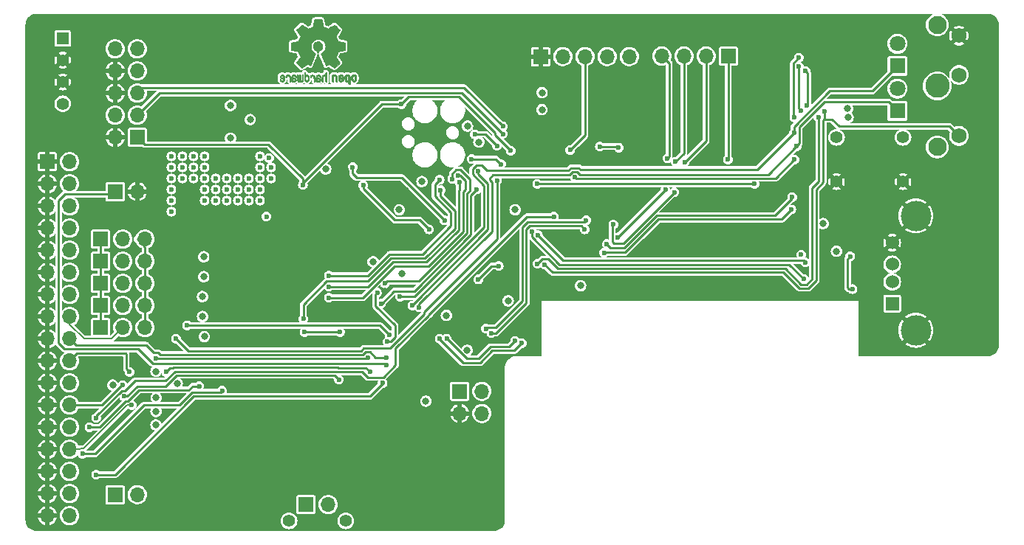
<source format=gbr>
%TF.GenerationSoftware,KiCad,Pcbnew,7.0.7-7.0.7~ubuntu23.04.1*%
%TF.CreationDate,2023-09-24T09:12:25+02:00*%
%TF.ProjectId,SweFlops,53776546-6c6f-4707-932e-6b696361645f,1.03*%
%TF.SameCoordinates,PX6312cb0PY6bcb370*%
%TF.FileFunction,Copper,L4,Bot*%
%TF.FilePolarity,Positive*%
%FSLAX46Y46*%
G04 Gerber Fmt 4.6, Leading zero omitted, Abs format (unit mm)*
G04 Created by KiCad (PCBNEW 7.0.7-7.0.7~ubuntu23.04.1) date 2023-09-24 09:12:25*
%MOMM*%
%LPD*%
G01*
G04 APERTURE LIST*
%TA.AperFunction,EtchedComponent*%
%ADD10C,0.010000*%
%TD*%
%TA.AperFunction,ComponentPad*%
%ADD11R,1.800000X1.800000*%
%TD*%
%TA.AperFunction,ComponentPad*%
%ADD12C,1.800000*%
%TD*%
%TA.AperFunction,ComponentPad*%
%ADD13R,1.700000X1.700000*%
%TD*%
%TA.AperFunction,ComponentPad*%
%ADD14O,1.700000X1.700000*%
%TD*%
%TA.AperFunction,ComponentPad*%
%ADD15C,2.100000*%
%TD*%
%TA.AperFunction,ComponentPad*%
%ADD16C,2.800000*%
%TD*%
%TA.AperFunction,ComponentPad*%
%ADD17C,1.750000*%
%TD*%
%TA.AperFunction,ComponentPad*%
%ADD18C,5.000000*%
%TD*%
%TA.AperFunction,ComponentPad*%
%ADD19C,1.400000*%
%TD*%
%TA.AperFunction,ComponentPad*%
%ADD20R,1.408000X1.408000*%
%TD*%
%TA.AperFunction,ComponentPad*%
%ADD21C,1.408000*%
%TD*%
%TA.AperFunction,ComponentPad*%
%ADD22R,1.524000X1.524000*%
%TD*%
%TA.AperFunction,ComponentPad*%
%ADD23C,1.524000*%
%TD*%
%TA.AperFunction,ComponentPad*%
%ADD24C,3.500000*%
%TD*%
%TA.AperFunction,ComponentPad*%
%ADD25C,1.397000*%
%TD*%
%TA.AperFunction,ViaPad*%
%ADD26C,0.600000*%
%TD*%
%TA.AperFunction,ViaPad*%
%ADD27C,0.800000*%
%TD*%
%TA.AperFunction,Conductor*%
%ADD28C,0.250000*%
%TD*%
%TA.AperFunction,Conductor*%
%ADD29C,0.200000*%
%TD*%
G04 APERTURE END LIST*
%TO.C,J99*%
D10*
X21535501Y50623524D02*
X21616167Y50593560D01*
X21649714Y50571046D01*
X21683687Y50538788D01*
X21707919Y50497754D01*
X21724001Y50441892D01*
X21733521Y50365149D01*
X21738068Y50261475D01*
X21739231Y50124816D01*
X21739003Y50054195D01*
X21737860Y49957692D01*
X21735919Y49880677D01*
X21733365Y49829681D01*
X21730381Y49811231D01*
X21710962Y49817333D01*
X21671766Y49833905D01*
X21670589Y49834442D01*
X21650235Y49845097D01*
X21636546Y49859718D01*
X21628199Y49885327D01*
X21623874Y49928946D01*
X21622248Y49997597D01*
X21622000Y50098302D01*
X21621500Y50162187D01*
X21616164Y50282249D01*
X21603945Y50370191D01*
X21583552Y50430625D01*
X21553695Y50468164D01*
X21513082Y50487419D01*
X21507448Y50488761D01*
X21431378Y50489809D01*
X21372052Y50455729D01*
X21331077Y50387402D01*
X21323770Y50367649D01*
X21307114Y50323934D01*
X21298679Y50303845D01*
X21281356Y50306613D01*
X21243525Y50321635D01*
X21208240Y50346444D01*
X21192154Y50393330D01*
X21196952Y50426913D01*
X21226431Y50495033D01*
X21274098Y50558866D01*
X21329839Y50603012D01*
X21353193Y50613218D01*
X21441619Y50630282D01*
X21535501Y50623524D01*
%TA.AperFunction,EtchedComponent*%
G36*
X21535501Y50623524D02*
G01*
X21616167Y50593560D01*
X21649714Y50571046D01*
X21683687Y50538788D01*
X21707919Y50497754D01*
X21724001Y50441892D01*
X21733521Y50365149D01*
X21738068Y50261475D01*
X21739231Y50124816D01*
X21739003Y50054195D01*
X21737860Y49957692D01*
X21735919Y49880677D01*
X21733365Y49829681D01*
X21730381Y49811231D01*
X21710962Y49817333D01*
X21671766Y49833905D01*
X21670589Y49834442D01*
X21650235Y49845097D01*
X21636546Y49859718D01*
X21628199Y49885327D01*
X21623874Y49928946D01*
X21622248Y49997597D01*
X21622000Y50098302D01*
X21621500Y50162187D01*
X21616164Y50282249D01*
X21603945Y50370191D01*
X21583552Y50430625D01*
X21553695Y50468164D01*
X21513082Y50487419D01*
X21507448Y50488761D01*
X21431378Y50489809D01*
X21372052Y50455729D01*
X21331077Y50387402D01*
X21323770Y50367649D01*
X21307114Y50323934D01*
X21298679Y50303845D01*
X21281356Y50306613D01*
X21243525Y50321635D01*
X21208240Y50346444D01*
X21192154Y50393330D01*
X21196952Y50426913D01*
X21226431Y50495033D01*
X21274098Y50558866D01*
X21329839Y50603012D01*
X21353193Y50613218D01*
X21441619Y50630282D01*
X21535501Y50623524D01*
G37*
%TD.AperFunction*%
X26850372Y50668316D02*
X26941629Y50625431D01*
X27016416Y50551271D01*
X27031917Y50528056D01*
X27044774Y50501744D01*
X27053893Y50468580D01*
X27060102Y50422119D01*
X27064233Y50355918D01*
X27067116Y50263532D01*
X27069579Y50138515D01*
X27075697Y49791722D01*
X27024303Y49811262D01*
X26977246Y49829213D01*
X26942015Y49846489D01*
X26919017Y49868758D01*
X26905655Y49902835D01*
X26899328Y49955537D01*
X26897437Y50033677D01*
X26897385Y50144072D01*
X26897117Y50232065D01*
X26895521Y50316498D01*
X26891712Y50374166D01*
X26884820Y50412012D01*
X26873975Y50436976D01*
X26858308Y50456000D01*
X26819792Y50482847D01*
X26755091Y50492966D01*
X26691081Y50467394D01*
X26686856Y50464120D01*
X26673689Y50448993D01*
X26663975Y50424732D01*
X26656903Y50385350D01*
X26651656Y50324859D01*
X26647421Y50237271D01*
X26643385Y50116598D01*
X26633615Y49793485D01*
X26467539Y49867935D01*
X26467539Y50162938D01*
X26467883Y50243081D01*
X26470847Y50354569D01*
X26478351Y50437579D01*
X26492190Y50498801D01*
X26514155Y50544925D01*
X26546039Y50582642D01*
X26589633Y50618642D01*
X26652336Y50654911D01*
X26751117Y50678588D01*
X26850372Y50668316D01*
%TA.AperFunction,EtchedComponent*%
G36*
X26850372Y50668316D02*
G01*
X26941629Y50625431D01*
X27016416Y50551271D01*
X27031917Y50528056D01*
X27044774Y50501744D01*
X27053893Y50468580D01*
X27060102Y50422119D01*
X27064233Y50355918D01*
X27067116Y50263532D01*
X27069579Y50138515D01*
X27075697Y49791722D01*
X27024303Y49811262D01*
X26977246Y49829213D01*
X26942015Y49846489D01*
X26919017Y49868758D01*
X26905655Y49902835D01*
X26899328Y49955537D01*
X26897437Y50033677D01*
X26897385Y50144072D01*
X26897117Y50232065D01*
X26895521Y50316498D01*
X26891712Y50374166D01*
X26884820Y50412012D01*
X26873975Y50436976D01*
X26858308Y50456000D01*
X26819792Y50482847D01*
X26755091Y50492966D01*
X26691081Y50467394D01*
X26686856Y50464120D01*
X26673689Y50448993D01*
X26663975Y50424732D01*
X26656903Y50385350D01*
X26651656Y50324859D01*
X26647421Y50237271D01*
X26643385Y50116598D01*
X26633615Y49793485D01*
X26467539Y49867935D01*
X26467539Y50162938D01*
X26467883Y50243081D01*
X26470847Y50354569D01*
X26478351Y50437579D01*
X26492190Y50498801D01*
X26514155Y50544925D01*
X26546039Y50582642D01*
X26589633Y50618642D01*
X26652336Y50654911D01*
X26751117Y50678588D01*
X26850372Y50668316D01*
G37*
%TD.AperFunction*%
X24395892Y50602833D02*
X24402060Y50599419D01*
X24452447Y50560308D01*
X24497498Y50510025D01*
X24505355Y50498661D01*
X24520376Y50472140D01*
X24531107Y50440664D01*
X24538486Y50397409D01*
X24543452Y50335551D01*
X24546942Y50248267D01*
X24549893Y50128731D01*
X24550311Y50108522D01*
X24551654Y49977501D01*
X24549761Y49884704D01*
X24544605Y49829493D01*
X24536158Y49811231D01*
X24510594Y49816699D01*
X24467166Y49833267D01*
X24456940Y49838112D01*
X24440967Y49849080D01*
X24429954Y49867110D01*
X24422750Y49898604D01*
X24418208Y49949964D01*
X24415180Y50027590D01*
X24412516Y50137885D01*
X24411785Y50170125D01*
X24408965Y50271950D01*
X24405304Y50343212D01*
X24399694Y50390668D01*
X24391029Y50421075D01*
X24378202Y50441190D01*
X24360105Y50457771D01*
X24306525Y50486839D01*
X24240612Y50492436D01*
X24181635Y50470193D01*
X24139203Y50424141D01*
X24122923Y50358308D01*
X24122470Y50340413D01*
X24113578Y50308018D01*
X24087325Y50303075D01*
X24035919Y50322367D01*
X24024013Y50328554D01*
X23991835Y50364942D01*
X23991198Y50419046D01*
X24021856Y50493872D01*
X24049978Y50534650D01*
X24121883Y50592579D01*
X24210638Y50625330D01*
X24305542Y50629788D01*
X24395892Y50602833D01*
%TA.AperFunction,EtchedComponent*%
G36*
X24395892Y50602833D02*
G01*
X24402060Y50599419D01*
X24452447Y50560308D01*
X24497498Y50510025D01*
X24505355Y50498661D01*
X24520376Y50472140D01*
X24531107Y50440664D01*
X24538486Y50397409D01*
X24543452Y50335551D01*
X24546942Y50248267D01*
X24549893Y50128731D01*
X24550311Y50108522D01*
X24551654Y49977501D01*
X24549761Y49884704D01*
X24544605Y49829493D01*
X24536158Y49811231D01*
X24510594Y49816699D01*
X24467166Y49833267D01*
X24456940Y49838112D01*
X24440967Y49849080D01*
X24429954Y49867110D01*
X24422750Y49898604D01*
X24418208Y49949964D01*
X24415180Y50027590D01*
X24412516Y50137885D01*
X24411785Y50170125D01*
X24408965Y50271950D01*
X24405304Y50343212D01*
X24399694Y50390668D01*
X24391029Y50421075D01*
X24378202Y50441190D01*
X24360105Y50457771D01*
X24306525Y50486839D01*
X24240612Y50492436D01*
X24181635Y50470193D01*
X24139203Y50424141D01*
X24122923Y50358308D01*
X24122470Y50340413D01*
X24113578Y50308018D01*
X24087325Y50303075D01*
X24035919Y50322367D01*
X24024013Y50328554D01*
X23991835Y50364942D01*
X23991198Y50419046D01*
X24021856Y50493872D01*
X24049978Y50534650D01*
X24121883Y50592579D01*
X24210638Y50625330D01*
X24305542Y50629788D01*
X24395892Y50602833D01*
G37*
%TD.AperFunction*%
X25900923Y50868194D02*
X25900923Y50333545D01*
X25900660Y50194906D01*
X25899958Y50070195D01*
X25898883Y49964443D01*
X25897500Y49882678D01*
X25895874Y49829931D01*
X25894070Y49811231D01*
X25893364Y49811294D01*
X25869387Y49818088D01*
X25825685Y49832680D01*
X25764154Y49854130D01*
X25764154Y50129383D01*
X25763763Y50237534D01*
X25761946Y50315974D01*
X25757767Y50369353D01*
X25750286Y50404744D01*
X25738567Y50429221D01*
X25721671Y50449856D01*
X25710152Y50460830D01*
X25647864Y50491225D01*
X25579211Y50488534D01*
X25516298Y50452594D01*
X25507139Y50443675D01*
X25492471Y50425156D01*
X25482433Y50400674D01*
X25476151Y50363607D01*
X25472748Y50307333D01*
X25471349Y50225229D01*
X25471077Y50110671D01*
X25470947Y50052570D01*
X25470099Y49957007D01*
X25468594Y49880474D01*
X25466585Y49829655D01*
X25464223Y49811231D01*
X25463518Y49811294D01*
X25439541Y49818088D01*
X25395839Y49832680D01*
X25334308Y49854130D01*
X25334338Y50130642D01*
X25334384Y50155258D01*
X25336970Y50283581D01*
X25344913Y50380616D01*
X25360155Y50452943D01*
X25384636Y50507145D01*
X25420298Y50549802D01*
X25469082Y50587495D01*
X25516661Y50611090D01*
X25592732Y50629328D01*
X25667556Y50630364D01*
X25725077Y50612622D01*
X25729402Y50610171D01*
X25742738Y50610434D01*
X25751851Y50630961D01*
X25758428Y50678020D01*
X25764154Y50757880D01*
X25773923Y50921764D01*
X25900923Y50868194D01*
%TA.AperFunction,EtchedComponent*%
G36*
X25900923Y50868194D02*
G01*
X25900923Y50333545D01*
X25900660Y50194906D01*
X25899958Y50070195D01*
X25898883Y49964443D01*
X25897500Y49882678D01*
X25895874Y49829931D01*
X25894070Y49811231D01*
X25893364Y49811294D01*
X25869387Y49818088D01*
X25825685Y49832680D01*
X25764154Y49854130D01*
X25764154Y50129383D01*
X25763763Y50237534D01*
X25761946Y50315974D01*
X25757767Y50369353D01*
X25750286Y50404744D01*
X25738567Y50429221D01*
X25721671Y50449856D01*
X25710152Y50460830D01*
X25647864Y50491225D01*
X25579211Y50488534D01*
X25516298Y50452594D01*
X25507139Y50443675D01*
X25492471Y50425156D01*
X25482433Y50400674D01*
X25476151Y50363607D01*
X25472748Y50307333D01*
X25471349Y50225229D01*
X25471077Y50110671D01*
X25470947Y50052570D01*
X25470099Y49957007D01*
X25468594Y49880474D01*
X25466585Y49829655D01*
X25464223Y49811231D01*
X25463518Y49811294D01*
X25439541Y49818088D01*
X25395839Y49832680D01*
X25334308Y49854130D01*
X25334338Y50130642D01*
X25334384Y50155258D01*
X25336970Y50283581D01*
X25344913Y50380616D01*
X25360155Y50452943D01*
X25384636Y50507145D01*
X25420298Y50549802D01*
X25469082Y50587495D01*
X25516661Y50611090D01*
X25592732Y50629328D01*
X25667556Y50630364D01*
X25725077Y50612622D01*
X25729402Y50610171D01*
X25742738Y50610434D01*
X25751851Y50630961D01*
X25758428Y50678020D01*
X25764154Y50757880D01*
X25773923Y50921764D01*
X25900923Y50868194D01*
G37*
%TD.AperFunction*%
X23111998Y50625966D02*
X23154850Y50609171D01*
X23204615Y50586497D01*
X23204615Y49931467D01*
X23142785Y49869637D01*
X23128662Y49855772D01*
X23089536Y49824954D01*
X23050078Y49814972D01*
X22991362Y49819567D01*
X22967456Y49822538D01*
X22905801Y49828824D01*
X22862692Y49831328D01*
X22849905Y49830945D01*
X22797446Y49826800D01*
X22734022Y49819567D01*
X22713730Y49817082D01*
X22662610Y49816105D01*
X22625207Y49831538D01*
X22582599Y49869637D01*
X22520769Y49931467D01*
X22520769Y50281657D01*
X22521251Y50385143D01*
X22522753Y50483808D01*
X22525089Y50561932D01*
X22528071Y50613338D01*
X22531509Y50631846D01*
X22532230Y50631796D01*
X22557203Y50622587D01*
X22599399Y50602293D01*
X22656549Y50572739D01*
X22661928Y50265254D01*
X22667308Y49957769D01*
X22784539Y49957769D01*
X22789885Y50294808D01*
X22791579Y50386426D01*
X22794005Y50484351D01*
X22796634Y50562094D01*
X22799246Y50613358D01*
X22801623Y50631846D01*
X22802306Y50631781D01*
X22825996Y50624980D01*
X22869546Y50610396D01*
X22931077Y50588946D01*
X22931376Y50292896D01*
X22931676Y50241468D01*
X22933754Y50141534D01*
X22937470Y50058075D01*
X22942430Y49998623D01*
X22948240Y49970713D01*
X22969024Y49955786D01*
X23011440Y49951175D01*
X23058077Y49957769D01*
X23063423Y50294808D01*
X23065336Y50380454D01*
X23069303Y50481828D01*
X23074491Y50561345D01*
X23080499Y50613264D01*
X23086927Y50631846D01*
X23111998Y50625966D01*
%TA.AperFunction,EtchedComponent*%
G36*
X23111998Y50625966D02*
G01*
X23154850Y50609171D01*
X23204615Y50586497D01*
X23204615Y49931467D01*
X23142785Y49869637D01*
X23128662Y49855772D01*
X23089536Y49824954D01*
X23050078Y49814972D01*
X22991362Y49819567D01*
X22967456Y49822538D01*
X22905801Y49828824D01*
X22862692Y49831328D01*
X22849905Y49830945D01*
X22797446Y49826800D01*
X22734022Y49819567D01*
X22713730Y49817082D01*
X22662610Y49816105D01*
X22625207Y49831538D01*
X22582599Y49869637D01*
X22520769Y49931467D01*
X22520769Y50281657D01*
X22521251Y50385143D01*
X22522753Y50483808D01*
X22525089Y50561932D01*
X22528071Y50613338D01*
X22531509Y50631846D01*
X22532230Y50631796D01*
X22557203Y50622587D01*
X22599399Y50602293D01*
X22656549Y50572739D01*
X22661928Y50265254D01*
X22667308Y49957769D01*
X22784539Y49957769D01*
X22789885Y50294808D01*
X22791579Y50386426D01*
X22794005Y50484351D01*
X22796634Y50562094D01*
X22799246Y50613358D01*
X22801623Y50631846D01*
X22802306Y50631781D01*
X22825996Y50624980D01*
X22869546Y50610396D01*
X22931077Y50588946D01*
X22931376Y50292896D01*
X22931676Y50241468D01*
X22933754Y50141534D01*
X22937470Y50058075D01*
X22942430Y49998623D01*
X22948240Y49970713D01*
X22969024Y49955786D01*
X23011440Y49951175D01*
X23058077Y49957769D01*
X23063423Y50294808D01*
X23065336Y50380454D01*
X23069303Y50481828D01*
X23074491Y50561345D01*
X23080499Y50613264D01*
X23086927Y50631846D01*
X23111998Y50625966D01*
G37*
%TD.AperFunction*%
X29320154Y50241077D02*
X29320135Y50219895D01*
X29319076Y50125416D01*
X29315436Y50059586D01*
X29307892Y50013606D01*
X29295122Y49978679D01*
X29275803Y49946005D01*
X29271050Y49939225D01*
X29220759Y49885769D01*
X29163457Y49845453D01*
X29134032Y49832371D01*
X29028299Y49810550D01*
X28923734Y49824664D01*
X28827368Y49872895D01*
X28746235Y49953421D01*
X28739385Y49964209D01*
X28717097Y50026847D01*
X28702079Y50114065D01*
X28694792Y50214790D01*
X28695611Y50307963D01*
X28892796Y50307963D01*
X28894349Y50178886D01*
X28894974Y50170580D01*
X28904077Y50099357D01*
X28920288Y50054191D01*
X28947660Y50023248D01*
X28993553Y49994263D01*
X29038942Y49992739D01*
X29085692Y50026154D01*
X29093824Y50034947D01*
X29109754Y50061259D01*
X29119159Y50099480D01*
X29123632Y50158651D01*
X29124769Y50247818D01*
X29122822Y50331336D01*
X29113105Y50410905D01*
X29093047Y50461192D01*
X29060240Y50487487D01*
X29012280Y50495077D01*
X28994016Y50493568D01*
X28942848Y50465893D01*
X28909035Y50403828D01*
X28892796Y50307963D01*
X28695611Y50307963D01*
X28695699Y50317948D01*
X28705262Y50412467D01*
X28723943Y50487273D01*
X28747951Y50537095D01*
X28815536Y50614591D01*
X28907114Y50662744D01*
X29019213Y50679297D01*
X29049151Y50678401D01*
X29137315Y50660071D01*
X29209733Y50613896D01*
X29276192Y50534352D01*
X29280147Y50528452D01*
X29298040Y50496712D01*
X29309678Y50460837D01*
X29316371Y50412094D01*
X29319426Y50341751D01*
X29320106Y50247818D01*
X29320154Y50241077D01*
%TA.AperFunction,EtchedComponent*%
G36*
X29320154Y50241077D02*
G01*
X29320135Y50219895D01*
X29319076Y50125416D01*
X29315436Y50059586D01*
X29307892Y50013606D01*
X29295122Y49978679D01*
X29275803Y49946005D01*
X29271050Y49939225D01*
X29220759Y49885769D01*
X29163457Y49845453D01*
X29134032Y49832371D01*
X29028299Y49810550D01*
X28923734Y49824664D01*
X28827368Y49872895D01*
X28746235Y49953421D01*
X28739385Y49964209D01*
X28717097Y50026847D01*
X28702079Y50114065D01*
X28694792Y50214790D01*
X28695611Y50307963D01*
X28892796Y50307963D01*
X28894349Y50178886D01*
X28894974Y50170580D01*
X28904077Y50099357D01*
X28920288Y50054191D01*
X28947660Y50023248D01*
X28993553Y49994263D01*
X29038942Y49992739D01*
X29085692Y50026154D01*
X29093824Y50034947D01*
X29109754Y50061259D01*
X29119159Y50099480D01*
X29123632Y50158651D01*
X29124769Y50247818D01*
X29122822Y50331336D01*
X29113105Y50410905D01*
X29093047Y50461192D01*
X29060240Y50487487D01*
X29012280Y50495077D01*
X28994016Y50493568D01*
X28942848Y50465893D01*
X28909035Y50403828D01*
X28892796Y50307963D01*
X28695611Y50307963D01*
X28695699Y50317948D01*
X28705262Y50412467D01*
X28723943Y50487273D01*
X28747951Y50537095D01*
X28815536Y50614591D01*
X28907114Y50662744D01*
X29019213Y50679297D01*
X29049151Y50678401D01*
X29137315Y50660071D01*
X29209733Y50613896D01*
X29276192Y50534352D01*
X29280147Y50528452D01*
X29298040Y50496712D01*
X29309678Y50460837D01*
X29316371Y50412094D01*
X29319426Y50341751D01*
X29320106Y50247818D01*
X29320154Y50241077D01*
G37*
%TD.AperFunction*%
X21074794Y50217624D02*
X21074413Y50165551D01*
X21069641Y50062953D01*
X21057150Y49987874D01*
X21034121Y49932252D01*
X20997732Y49888025D01*
X20945162Y49847131D01*
X20911714Y49828534D01*
X20858098Y49816009D01*
X20782780Y49816997D01*
X20740672Y49820965D01*
X20689879Y49833080D01*
X20649280Y49859415D01*
X20602049Y49908486D01*
X20595738Y49915654D01*
X20553277Y49970811D01*
X20533018Y50018850D01*
X20527846Y50075816D01*
X20527846Y50159529D01*
X20586346Y50137448D01*
X20628994Y50111636D01*
X20666064Y50051072D01*
X20673803Y50031680D01*
X20717074Y49976765D01*
X20775976Y49949121D01*
X20840111Y49951607D01*
X20899077Y49987077D01*
X20919342Y50009195D01*
X20937720Y50042564D01*
X20931971Y50072883D01*
X20898887Y50104087D01*
X20835261Y50140113D01*
X20737885Y50184897D01*
X20537615Y50272555D01*
X20532301Y50359393D01*
X20534299Y50414704D01*
X20664783Y50414704D01*
X20674688Y50380462D01*
X20719756Y50343904D01*
X20801557Y50302308D01*
X20815092Y50296282D01*
X20879818Y50268247D01*
X20928247Y50248528D01*
X20950751Y50241077D01*
X20954161Y50246562D01*
X20955529Y50280052D01*
X20950651Y50333884D01*
X20938364Y50386527D01*
X20900041Y50452849D01*
X20844720Y50490220D01*
X20778640Y50495279D01*
X20708040Y50464661D01*
X20688474Y50449352D01*
X20664783Y50414704D01*
X20534299Y50414704D01*
X20534647Y50424337D01*
X20564186Y50506410D01*
X20601472Y50551639D01*
X20678776Y50602162D01*
X20770478Y50627684D01*
X20865274Y50625664D01*
X20951859Y50593560D01*
X20970920Y50581233D01*
X21014640Y50543088D01*
X21044540Y50494833D01*
X21062968Y50429290D01*
X21072270Y50339280D01*
X21073499Y50280052D01*
X21074794Y50217624D01*
%TA.AperFunction,EtchedComponent*%
G36*
X21074794Y50217624D02*
G01*
X21074413Y50165551D01*
X21069641Y50062953D01*
X21057150Y49987874D01*
X21034121Y49932252D01*
X20997732Y49888025D01*
X20945162Y49847131D01*
X20911714Y49828534D01*
X20858098Y49816009D01*
X20782780Y49816997D01*
X20740672Y49820965D01*
X20689879Y49833080D01*
X20649280Y49859415D01*
X20602049Y49908486D01*
X20595738Y49915654D01*
X20553277Y49970811D01*
X20533018Y50018850D01*
X20527846Y50075816D01*
X20527846Y50159529D01*
X20586346Y50137448D01*
X20628994Y50111636D01*
X20666064Y50051072D01*
X20673803Y50031680D01*
X20717074Y49976765D01*
X20775976Y49949121D01*
X20840111Y49951607D01*
X20899077Y49987077D01*
X20919342Y50009195D01*
X20937720Y50042564D01*
X20931971Y50072883D01*
X20898887Y50104087D01*
X20835261Y50140113D01*
X20737885Y50184897D01*
X20537615Y50272555D01*
X20532301Y50359393D01*
X20534299Y50414704D01*
X20664783Y50414704D01*
X20674688Y50380462D01*
X20719756Y50343904D01*
X20801557Y50302308D01*
X20815092Y50296282D01*
X20879818Y50268247D01*
X20928247Y50248528D01*
X20950751Y50241077D01*
X20954161Y50246562D01*
X20955529Y50280052D01*
X20950651Y50333884D01*
X20938364Y50386527D01*
X20900041Y50452849D01*
X20844720Y50490220D01*
X20778640Y50495279D01*
X20708040Y50464661D01*
X20688474Y50449352D01*
X20664783Y50414704D01*
X20534299Y50414704D01*
X20534647Y50424337D01*
X20564186Y50506410D01*
X20601472Y50551639D01*
X20678776Y50602162D01*
X20770478Y50627684D01*
X20865274Y50625664D01*
X20951859Y50593560D01*
X20970920Y50581233D01*
X21014640Y50543088D01*
X21044540Y50494833D01*
X21062968Y50429290D01*
X21072270Y50339280D01*
X21073499Y50280052D01*
X21074794Y50217624D01*
G37*
%TD.AperFunction*%
X23888401Y50221538D02*
X23886839Y50145348D01*
X23875810Y50041493D01*
X23851814Y49963667D01*
X23812043Y49904240D01*
X23753688Y49855582D01*
X23698100Y49827454D01*
X23604751Y49811801D01*
X23511530Y49828916D01*
X23427272Y49876612D01*
X23360818Y49952706D01*
X23352793Y49966738D01*
X23342196Y49991321D01*
X23334335Y50022691D01*
X23328807Y50066231D01*
X23325206Y50127322D01*
X23323128Y50211345D01*
X23323064Y50218800D01*
X23458615Y50218800D01*
X23459077Y50147684D01*
X23461999Y50083359D01*
X23469221Y50041834D01*
X23482561Y50013933D01*
X23503836Y49990483D01*
X23508821Y49985975D01*
X23572863Y49952705D01*
X23640625Y49956110D01*
X23703734Y49995958D01*
X23722526Y50016602D01*
X23738254Y50043971D01*
X23747039Y50081808D01*
X23750859Y50139645D01*
X23751692Y50227014D01*
X23751281Y50293681D01*
X23748434Y50358755D01*
X23741256Y50400749D01*
X23727889Y50428937D01*
X23706472Y50452594D01*
X23693890Y50463247D01*
X23628699Y50491943D01*
X23560400Y50487425D01*
X23501098Y50449856D01*
X23488333Y50434960D01*
X23472764Y50406911D01*
X23463762Y50367742D01*
X23459617Y50308142D01*
X23458615Y50218800D01*
X23323064Y50218800D01*
X23322167Y50323680D01*
X23321919Y50469711D01*
X23321846Y50923037D01*
X23385346Y50896436D01*
X23402136Y50889155D01*
X23428859Y50872713D01*
X23444156Y50847813D01*
X23452563Y50804268D01*
X23458615Y50731894D01*
X23464144Y50666911D01*
X23471450Y50624250D01*
X23481918Y50608330D01*
X23497692Y50612600D01*
X23537890Y50627603D01*
X23609728Y50631322D01*
X23687010Y50617428D01*
X23753688Y50587495D01*
X23790371Y50559789D01*
X23837472Y50505731D01*
X23867638Y50436423D01*
X23883678Y50344235D01*
X23888191Y50227014D01*
X23888401Y50221538D01*
%TA.AperFunction,EtchedComponent*%
G36*
X23888401Y50221538D02*
G01*
X23886839Y50145348D01*
X23875810Y50041493D01*
X23851814Y49963667D01*
X23812043Y49904240D01*
X23753688Y49855582D01*
X23698100Y49827454D01*
X23604751Y49811801D01*
X23511530Y49828916D01*
X23427272Y49876612D01*
X23360818Y49952706D01*
X23352793Y49966738D01*
X23342196Y49991321D01*
X23334335Y50022691D01*
X23328807Y50066231D01*
X23325206Y50127322D01*
X23323128Y50211345D01*
X23323064Y50218800D01*
X23458615Y50218800D01*
X23459077Y50147684D01*
X23461999Y50083359D01*
X23469221Y50041834D01*
X23482561Y50013933D01*
X23503836Y49990483D01*
X23508821Y49985975D01*
X23572863Y49952705D01*
X23640625Y49956110D01*
X23703734Y49995958D01*
X23722526Y50016602D01*
X23738254Y50043971D01*
X23747039Y50081808D01*
X23750859Y50139645D01*
X23751692Y50227014D01*
X23751281Y50293681D01*
X23748434Y50358755D01*
X23741256Y50400749D01*
X23727889Y50428937D01*
X23706472Y50452594D01*
X23693890Y50463247D01*
X23628699Y50491943D01*
X23560400Y50487425D01*
X23501098Y50449856D01*
X23488333Y50434960D01*
X23472764Y50406911D01*
X23463762Y50367742D01*
X23459617Y50308142D01*
X23458615Y50218800D01*
X23323064Y50218800D01*
X23322167Y50323680D01*
X23321919Y50469711D01*
X23321846Y50923037D01*
X23385346Y50896436D01*
X23402136Y50889155D01*
X23428859Y50872713D01*
X23444156Y50847813D01*
X23452563Y50804268D01*
X23458615Y50731894D01*
X23464144Y50666911D01*
X23471450Y50624250D01*
X23481918Y50608330D01*
X23497692Y50612600D01*
X23537890Y50627603D01*
X23609728Y50631322D01*
X23687010Y50617428D01*
X23753688Y50587495D01*
X23790371Y50559789D01*
X23837472Y50505731D01*
X23867638Y50436423D01*
X23883678Y50344235D01*
X23888191Y50227014D01*
X23888401Y50221538D01*
G37*
%TD.AperFunction*%
X27834787Y50296464D02*
X27828574Y50148357D01*
X27825066Y50116979D01*
X27798927Y50005295D01*
X27751694Y49920358D01*
X27679862Y49855259D01*
X27675802Y49852572D01*
X27584487Y49814366D01*
X27489144Y49810966D01*
X27397274Y49840061D01*
X27316379Y49899340D01*
X27253962Y49986490D01*
X27252914Y49988591D01*
X27232173Y50042711D01*
X27216980Y50104219D01*
X27208921Y50161961D01*
X27209582Y50204785D01*
X27220548Y50221538D01*
X27230290Y50220520D01*
X27276877Y50201991D01*
X27329682Y50167919D01*
X27374603Y50128478D01*
X27397535Y50093845D01*
X27421373Y50046867D01*
X27470230Y50004138D01*
X27526963Y49987077D01*
X27547758Y49992010D01*
X27588804Y50016843D01*
X27624557Y50051315D01*
X27639846Y50082589D01*
X27639842Y50082705D01*
X27622495Y50097067D01*
X27576247Y50122975D01*
X27508067Y50156790D01*
X27424923Y50194871D01*
X27424466Y50195073D01*
X27334138Y50235291D01*
X27273592Y50264267D01*
X27236888Y50286526D01*
X27218086Y50306593D01*
X27211246Y50328991D01*
X27210429Y50358244D01*
X27216113Y50413637D01*
X27409000Y50413637D01*
X27428911Y50396223D01*
X27478521Y50370128D01*
X27479976Y50369390D01*
X27538506Y50341517D01*
X27590868Y50319281D01*
X27624086Y50309874D01*
X27637410Y50322448D01*
X27639846Y50365532D01*
X27629724Y50419153D01*
X27594631Y50467881D01*
X27543823Y50493144D01*
X27487181Y50490594D01*
X27434584Y50455880D01*
X27413910Y50431893D01*
X27409000Y50413637D01*
X27216113Y50413637D01*
X27217622Y50428346D01*
X27253184Y50523588D01*
X27312714Y50598433D01*
X27389746Y50650255D01*
X27477815Y50676427D01*
X27570454Y50674324D01*
X27661198Y50641319D01*
X27743579Y50574785D01*
X27789222Y50508945D01*
X27822008Y50414964D01*
X27827339Y50365532D01*
X27834787Y50296464D01*
%TA.AperFunction,EtchedComponent*%
G36*
X27834787Y50296464D02*
G01*
X27828574Y50148357D01*
X27825066Y50116979D01*
X27798927Y50005295D01*
X27751694Y49920358D01*
X27679862Y49855259D01*
X27675802Y49852572D01*
X27584487Y49814366D01*
X27489144Y49810966D01*
X27397274Y49840061D01*
X27316379Y49899340D01*
X27253962Y49986490D01*
X27252914Y49988591D01*
X27232173Y50042711D01*
X27216980Y50104219D01*
X27208921Y50161961D01*
X27209582Y50204785D01*
X27220548Y50221538D01*
X27230290Y50220520D01*
X27276877Y50201991D01*
X27329682Y50167919D01*
X27374603Y50128478D01*
X27397535Y50093845D01*
X27421373Y50046867D01*
X27470230Y50004138D01*
X27526963Y49987077D01*
X27547758Y49992010D01*
X27588804Y50016843D01*
X27624557Y50051315D01*
X27639846Y50082589D01*
X27639842Y50082705D01*
X27622495Y50097067D01*
X27576247Y50122975D01*
X27508067Y50156790D01*
X27424923Y50194871D01*
X27424466Y50195073D01*
X27334138Y50235291D01*
X27273592Y50264267D01*
X27236888Y50286526D01*
X27218086Y50306593D01*
X27211246Y50328991D01*
X27210429Y50358244D01*
X27216113Y50413637D01*
X27409000Y50413637D01*
X27428911Y50396223D01*
X27478521Y50370128D01*
X27479976Y50369390D01*
X27538506Y50341517D01*
X27590868Y50319281D01*
X27624086Y50309874D01*
X27637410Y50322448D01*
X27639846Y50365532D01*
X27629724Y50419153D01*
X27594631Y50467881D01*
X27543823Y50493144D01*
X27487181Y50490594D01*
X27434584Y50455880D01*
X27413910Y50431893D01*
X27409000Y50413637D01*
X27216113Y50413637D01*
X27217622Y50428346D01*
X27253184Y50523588D01*
X27312714Y50598433D01*
X27389746Y50650255D01*
X27477815Y50676427D01*
X27570454Y50674324D01*
X27661198Y50641319D01*
X27743579Y50574785D01*
X27789222Y50508945D01*
X27822008Y50414964D01*
X27827339Y50365532D01*
X27834787Y50296464D01*
G37*
%TD.AperFunction*%
X25044458Y50610772D02*
X25111622Y50571611D01*
X25141169Y50541098D01*
X25197948Y50449890D01*
X25217077Y50350452D01*
X25217077Y50282040D01*
X25154191Y50308482D01*
X25110700Y50335163D01*
X25076426Y50390554D01*
X25072907Y50401976D01*
X25035028Y50460162D01*
X24977936Y50491593D01*
X24912383Y50492942D01*
X24849117Y50460884D01*
X24839672Y50452617D01*
X24808087Y50416689D01*
X24802871Y50385365D01*
X24826765Y50354609D01*
X24882510Y50320383D01*
X24972846Y50278650D01*
X24978956Y50276007D01*
X25079241Y50229245D01*
X25147735Y50187819D01*
X25189899Y50146458D01*
X25211193Y50099889D01*
X25217077Y50042840D01*
X25209366Y49979592D01*
X25170430Y49898636D01*
X25101932Y49840478D01*
X25052388Y49823017D01*
X24982469Y49813463D01*
X24914575Y49815504D01*
X24866093Y49829918D01*
X24860943Y49833507D01*
X24847267Y49858584D01*
X24856757Y49902782D01*
X24873246Y49937473D01*
X24899687Y49951916D01*
X24949834Y49951197D01*
X25019453Y49955340D01*
X25064943Y49983946D01*
X25080308Y50036896D01*
X25080294Y50038418D01*
X25070983Y50069155D01*
X25039311Y50097357D01*
X24977731Y50129864D01*
X24893986Y50169002D01*
X24838518Y50190294D01*
X24806497Y50188921D01*
X24791534Y50160797D01*
X24787242Y50101830D01*
X24787231Y50007932D01*
X24786752Y49949969D01*
X24784556Y49878388D01*
X24780986Y49829394D01*
X24776491Y49811231D01*
X24775290Y49811354D01*
X24749319Y49821198D01*
X24706305Y49841972D01*
X24646859Y49872713D01*
X24653923Y50149702D01*
X24654414Y50168072D01*
X24660025Y50297008D01*
X24669938Y50394186D01*
X24686175Y50466075D01*
X24710759Y50519148D01*
X24745715Y50559873D01*
X24793064Y50594721D01*
X24793940Y50595267D01*
X24870499Y50623697D01*
X24959044Y50628500D01*
X25044458Y50610772D01*
%TA.AperFunction,EtchedComponent*%
G36*
X25044458Y50610772D02*
G01*
X25111622Y50571611D01*
X25141169Y50541098D01*
X25197948Y50449890D01*
X25217077Y50350452D01*
X25217077Y50282040D01*
X25154191Y50308482D01*
X25110700Y50335163D01*
X25076426Y50390554D01*
X25072907Y50401976D01*
X25035028Y50460162D01*
X24977936Y50491593D01*
X24912383Y50492942D01*
X24849117Y50460884D01*
X24839672Y50452617D01*
X24808087Y50416689D01*
X24802871Y50385365D01*
X24826765Y50354609D01*
X24882510Y50320383D01*
X24972846Y50278650D01*
X24978956Y50276007D01*
X25079241Y50229245D01*
X25147735Y50187819D01*
X25189899Y50146458D01*
X25211193Y50099889D01*
X25217077Y50042840D01*
X25209366Y49979592D01*
X25170430Y49898636D01*
X25101932Y49840478D01*
X25052388Y49823017D01*
X24982469Y49813463D01*
X24914575Y49815504D01*
X24866093Y49829918D01*
X24860943Y49833507D01*
X24847267Y49858584D01*
X24856757Y49902782D01*
X24873246Y49937473D01*
X24899687Y49951916D01*
X24949834Y49951197D01*
X25019453Y49955340D01*
X25064943Y49983946D01*
X25080308Y50036896D01*
X25080294Y50038418D01*
X25070983Y50069155D01*
X25039311Y50097357D01*
X24977731Y50129864D01*
X24893986Y50169002D01*
X24838518Y50190294D01*
X24806497Y50188921D01*
X24791534Y50160797D01*
X24787242Y50101830D01*
X24787231Y50007932D01*
X24786752Y49949969D01*
X24784556Y49878388D01*
X24780986Y49829394D01*
X24776491Y49811231D01*
X24775290Y49811354D01*
X24749319Y49821198D01*
X24706305Y49841972D01*
X24646859Y49872713D01*
X24653923Y50149702D01*
X24654414Y50168072D01*
X24660025Y50297008D01*
X24669938Y50394186D01*
X24686175Y50466075D01*
X24710759Y50519148D01*
X24745715Y50559873D01*
X24793064Y50594721D01*
X24793940Y50595267D01*
X24870499Y50623697D01*
X24959044Y50628500D01*
X25044458Y50610772D01*
G37*
%TD.AperFunction*%
X28571828Y50151795D02*
X28573763Y50001731D01*
X28574300Y49958198D01*
X28576019Y49812656D01*
X28576365Y49701289D01*
X28574277Y49620196D01*
X28568698Y49565478D01*
X28558567Y49533239D01*
X28542826Y49519578D01*
X28520417Y49520597D01*
X28490280Y49532397D01*
X28451355Y49551080D01*
X28443038Y49555067D01*
X28408402Y49574581D01*
X28390314Y49597798D01*
X28383392Y49636508D01*
X28382256Y49702503D01*
X28382205Y49821000D01*
X28260141Y49821000D01*
X28185055Y49824288D01*
X28126015Y49837623D01*
X28076986Y49864577D01*
X28073330Y49867212D01*
X28023581Y49911714D01*
X27988959Y49965477D01*
X27967123Y50035846D01*
X27955737Y50130170D01*
X27952959Y50236729D01*
X28147846Y50236729D01*
X28147880Y50218869D01*
X28149735Y50138252D01*
X28155693Y50085553D01*
X28167506Y50051332D01*
X28186923Y50026154D01*
X28188133Y50024951D01*
X28235858Y49992372D01*
X28282110Y49995583D01*
X28334350Y50035035D01*
X28347128Y50048518D01*
X28365949Y50076163D01*
X28376562Y50112120D01*
X28381252Y50166636D01*
X28382308Y50249958D01*
X28381394Y50300402D01*
X28371477Y50392143D01*
X28348842Y50452248D01*
X28311238Y50485100D01*
X28256416Y50495077D01*
X28233317Y50492950D01*
X28193350Y50471853D01*
X28166926Y50424839D01*
X28152330Y50347825D01*
X28147846Y50236729D01*
X27952959Y50236729D01*
X27952462Y50255794D01*
X27953187Y50347464D01*
X27956490Y50416902D01*
X27963828Y50465055D01*
X27976655Y50501134D01*
X27996423Y50534352D01*
X28014569Y50559739D01*
X28080461Y50628273D01*
X28155114Y50665495D01*
X28248904Y50677278D01*
X28356240Y50665533D01*
X28449031Y50623405D01*
X28522421Y50549102D01*
X28527954Y50541236D01*
X28540857Y50520332D01*
X28550742Y50496445D01*
X28558093Y50464418D01*
X28563394Y50419095D01*
X28567127Y50355321D01*
X28569778Y50267940D01*
X28570096Y50249958D01*
X28571828Y50151795D01*
%TA.AperFunction,EtchedComponent*%
G36*
X28571828Y50151795D02*
G01*
X28573763Y50001731D01*
X28574300Y49958198D01*
X28576019Y49812656D01*
X28576365Y49701289D01*
X28574277Y49620196D01*
X28568698Y49565478D01*
X28558567Y49533239D01*
X28542826Y49519578D01*
X28520417Y49520597D01*
X28490280Y49532397D01*
X28451355Y49551080D01*
X28443038Y49555067D01*
X28408402Y49574581D01*
X28390314Y49597798D01*
X28383392Y49636508D01*
X28382256Y49702503D01*
X28382205Y49821000D01*
X28260141Y49821000D01*
X28185055Y49824288D01*
X28126015Y49837623D01*
X28076986Y49864577D01*
X28073330Y49867212D01*
X28023581Y49911714D01*
X27988959Y49965477D01*
X27967123Y50035846D01*
X27955737Y50130170D01*
X27952959Y50236729D01*
X28147846Y50236729D01*
X28147880Y50218869D01*
X28149735Y50138252D01*
X28155693Y50085553D01*
X28167506Y50051332D01*
X28186923Y50026154D01*
X28188133Y50024951D01*
X28235858Y49992372D01*
X28282110Y49995583D01*
X28334350Y50035035D01*
X28347128Y50048518D01*
X28365949Y50076163D01*
X28376562Y50112120D01*
X28381252Y50166636D01*
X28382308Y50249958D01*
X28381394Y50300402D01*
X28371477Y50392143D01*
X28348842Y50452248D01*
X28311238Y50485100D01*
X28256416Y50495077D01*
X28233317Y50492950D01*
X28193350Y50471853D01*
X28166926Y50424839D01*
X28152330Y50347825D01*
X28147846Y50236729D01*
X27952959Y50236729D01*
X27952462Y50255794D01*
X27953187Y50347464D01*
X27956490Y50416902D01*
X27963828Y50465055D01*
X27976655Y50501134D01*
X27996423Y50534352D01*
X28014569Y50559739D01*
X28080461Y50628273D01*
X28155114Y50665495D01*
X28248904Y50677278D01*
X28356240Y50665533D01*
X28449031Y50623405D01*
X28522421Y50549102D01*
X28527954Y50541236D01*
X28540857Y50520332D01*
X28550742Y50496445D01*
X28558093Y50464418D01*
X28563394Y50419095D01*
X28567127Y50355321D01*
X28569778Y50267940D01*
X28570096Y50249958D01*
X28571828Y50151795D01*
G37*
%TD.AperFunction*%
X22187936Y50630089D02*
X22229807Y50619453D01*
X22268791Y50592938D01*
X22318965Y50543580D01*
X22351232Y50508721D01*
X22384844Y50463466D01*
X22400003Y50421049D01*
X22403539Y50367232D01*
X22403539Y50279150D01*
X22343470Y50310213D01*
X22295867Y50348064D01*
X22263261Y50399050D01*
X22257661Y50412912D01*
X22214992Y50466642D01*
X22155707Y50493583D01*
X22091061Y50490961D01*
X22032308Y50456000D01*
X22007450Y50427606D01*
X21992970Y50391282D01*
X22008470Y50358954D01*
X22056667Y50326435D01*
X22140274Y50289539D01*
X22152962Y50284443D01*
X22229078Y50251093D01*
X22294396Y50218207D01*
X22335953Y50192231D01*
X22377576Y50145833D01*
X22405247Y50071789D01*
X22402310Y49992330D01*
X22369571Y49917132D01*
X22307841Y49855869D01*
X22257858Y49829790D01*
X22161303Y49811530D01*
X22107647Y49813993D01*
X22057976Y49827313D01*
X22038919Y49855261D01*
X22046045Y49901290D01*
X22048118Y49907376D01*
X22064556Y49939651D01*
X22091926Y49951867D01*
X22144068Y49951050D01*
X22180884Y49949939D01*
X22223961Y49959472D01*
X22253475Y49987974D01*
X22270286Y50023065D01*
X22272161Y50059825D01*
X22272074Y50060039D01*
X22250279Y50079902D01*
X22203632Y50108808D01*
X22143278Y50141114D01*
X22080360Y50171177D01*
X22026023Y50193354D01*
X21991410Y50202000D01*
X21986260Y50193533D01*
X21979778Y50153691D01*
X21975339Y50088629D01*
X21973692Y50006615D01*
X21973309Y49949847D01*
X21971505Y49878352D01*
X21968558Y49829390D01*
X21964843Y49811231D01*
X21945424Y49817333D01*
X21906227Y49833905D01*
X21856462Y49856580D01*
X21856462Y50147491D01*
X21856780Y50222060D01*
X21859789Y50335299D01*
X21867454Y50419308D01*
X21881562Y50480480D01*
X21903899Y50525205D01*
X21936253Y50559876D01*
X21980410Y50590883D01*
X22036667Y50616472D01*
X22140540Y50631846D01*
X22187936Y50630089D01*
%TA.AperFunction,EtchedComponent*%
G36*
X22187936Y50630089D02*
G01*
X22229807Y50619453D01*
X22268791Y50592938D01*
X22318965Y50543580D01*
X22351232Y50508721D01*
X22384844Y50463466D01*
X22400003Y50421049D01*
X22403539Y50367232D01*
X22403539Y50279150D01*
X22343470Y50310213D01*
X22295867Y50348064D01*
X22263261Y50399050D01*
X22257661Y50412912D01*
X22214992Y50466642D01*
X22155707Y50493583D01*
X22091061Y50490961D01*
X22032308Y50456000D01*
X22007450Y50427606D01*
X21992970Y50391282D01*
X22008470Y50358954D01*
X22056667Y50326435D01*
X22140274Y50289539D01*
X22152962Y50284443D01*
X22229078Y50251093D01*
X22294396Y50218207D01*
X22335953Y50192231D01*
X22377576Y50145833D01*
X22405247Y50071789D01*
X22402310Y49992330D01*
X22369571Y49917132D01*
X22307841Y49855869D01*
X22257858Y49829790D01*
X22161303Y49811530D01*
X22107647Y49813993D01*
X22057976Y49827313D01*
X22038919Y49855261D01*
X22046045Y49901290D01*
X22048118Y49907376D01*
X22064556Y49939651D01*
X22091926Y49951867D01*
X22144068Y49951050D01*
X22180884Y49949939D01*
X22223961Y49959472D01*
X22253475Y49987974D01*
X22270286Y50023065D01*
X22272161Y50059825D01*
X22272074Y50060039D01*
X22250279Y50079902D01*
X22203632Y50108808D01*
X22143278Y50141114D01*
X22080360Y50171177D01*
X22026023Y50193354D01*
X21991410Y50202000D01*
X21986260Y50193533D01*
X21979778Y50153691D01*
X21975339Y50088629D01*
X21973692Y50006615D01*
X21973309Y49949847D01*
X21971505Y49878352D01*
X21968558Y49829390D01*
X21964843Y49811231D01*
X21945424Y49817333D01*
X21906227Y49833905D01*
X21856462Y49856580D01*
X21856462Y50147491D01*
X21856780Y50222060D01*
X21859789Y50335299D01*
X21867454Y50419308D01*
X21881562Y50480480D01*
X21903899Y50525205D01*
X21936253Y50559876D01*
X21980410Y50590883D01*
X22036667Y50616472D01*
X22140540Y50631846D01*
X22187936Y50630089D01*
G37*
%TD.AperFunction*%
X24941575Y56962307D02*
X25077371Y56962193D01*
X25179576Y56961528D01*
X25253122Y56959818D01*
X25302942Y56956571D01*
X25333967Y56951294D01*
X25351129Y56943493D01*
X25359361Y56932675D01*
X25363594Y56918346D01*
X25363716Y56917832D01*
X25370672Y56884149D01*
X25383320Y56819083D01*
X25400360Y56729458D01*
X25420496Y56622096D01*
X25442429Y56503822D01*
X25444218Y56494144D01*
X25466083Y56379350D01*
X25486430Y56278520D01*
X25503934Y56197783D01*
X25517271Y56143266D01*
X25525116Y56121099D01*
X25525158Y56121064D01*
X25549884Y56108800D01*
X25600631Y56088424D01*
X25666462Y56064326D01*
X25670169Y56063017D01*
X25754331Y56031209D01*
X25852230Y55991315D01*
X25943435Y55951647D01*
X26093407Y55883580D01*
X26425499Y56110361D01*
X26448889Y56126312D01*
X26549080Y56194110D01*
X26638480Y56253792D01*
X26711745Y56301844D01*
X26763527Y56334750D01*
X26788480Y56348996D01*
X26805577Y56345730D01*
X26844395Y56320429D01*
X26904385Y56270325D01*
X26987210Y56194011D01*
X27094535Y56090078D01*
X27104139Y56080618D01*
X27189302Y55995855D01*
X27264949Y55919063D01*
X27326449Y55855053D01*
X27369173Y55808639D01*
X27388489Y55784631D01*
X27388552Y55784515D01*
X27391006Y55766237D01*
X27381956Y55736589D01*
X27359119Y55691514D01*
X27320213Y55626956D01*
X27262954Y55538860D01*
X27185059Y55423170D01*
X27171785Y55403643D01*
X27104652Y55304722D01*
X27045410Y55217152D01*
X26997588Y55146169D01*
X26964715Y55097009D01*
X26950318Y55074905D01*
X26949232Y55070223D01*
X26956044Y55035290D01*
X26976450Y54978247D01*
X27007123Y54908828D01*
X27048808Y54818041D01*
X27095352Y54710314D01*
X27134877Y54612808D01*
X27144676Y54587570D01*
X27170340Y54523130D01*
X27189193Y54478237D01*
X27197710Y54461384D01*
X27207111Y54460125D01*
X27249363Y54452841D01*
X27318521Y54440261D01*
X27407387Y54423754D01*
X27508768Y54404688D01*
X27615467Y54384431D01*
X27720288Y54364353D01*
X27816036Y54345821D01*
X27895516Y54330205D01*
X27951530Y54318873D01*
X27976885Y54313193D01*
X27981088Y54311592D01*
X27991334Y54302955D01*
X27998957Y54284567D01*
X28004338Y54251540D01*
X28007859Y54198987D01*
X28009901Y54122021D01*
X28010847Y54015754D01*
X28011077Y53875299D01*
X28011077Y53448155D01*
X27908500Y53427909D01*
X27896092Y53425482D01*
X27830199Y53412912D01*
X27739084Y53395830D01*
X27633104Y53376171D01*
X27522615Y53355868D01*
X27479105Y53347701D01*
X27381882Y53327833D01*
X27300858Y53309046D01*
X27243477Y53293141D01*
X27217187Y53281921D01*
X27205273Y53263589D01*
X27183583Y53215084D01*
X27161395Y53152308D01*
X27153585Y53128800D01*
X27124835Y53051634D01*
X27087752Y52960306D01*
X27048375Y52869907D01*
X27027315Y52822690D01*
X26997311Y52752163D01*
X26976692Y52699345D01*
X26969026Y52673088D01*
X26969452Y52671106D01*
X26983993Y52643249D01*
X27016783Y52589490D01*
X27064493Y52515037D01*
X27123798Y52425103D01*
X27191369Y52324896D01*
X27413713Y51998584D01*
X27121601Y51705984D01*
X27093349Y51677829D01*
X27006961Y51593551D01*
X26929756Y51520872D01*
X26866258Y51463888D01*
X26820990Y51426693D01*
X26798474Y51413384D01*
X26774023Y51423510D01*
X26722819Y51452579D01*
X26650747Y51497104D01*
X26563460Y51553589D01*
X26466612Y51618538D01*
X26371486Y51682686D01*
X26285669Y51739173D01*
X26215652Y51783816D01*
X26166876Y51813145D01*
X26144783Y51823692D01*
X26143488Y51823596D01*
X26114139Y51813198D01*
X26062093Y51788988D01*
X25997708Y51755751D01*
X25997032Y51755387D01*
X25911521Y51712559D01*
X25852926Y51691635D01*
X25816571Y51691577D01*
X25797775Y51711346D01*
X25789819Y51730805D01*
X25768347Y51782920D01*
X25735273Y51863036D01*
X25692356Y51966893D01*
X25641356Y52090233D01*
X25584033Y52228799D01*
X25522146Y52378330D01*
X25466052Y52514364D01*
X25408977Y52653950D01*
X25358479Y52778685D01*
X25316254Y52884328D01*
X25283995Y52966635D01*
X25263397Y53021365D01*
X25256154Y53044274D01*
X25269986Y53065282D01*
X25308412Y53100358D01*
X25362807Y53141113D01*
X25493395Y53247733D01*
X25610260Y53383975D01*
X25695780Y53533882D01*
X25749431Y53693029D01*
X25770684Y53856988D01*
X25759014Y54021333D01*
X25713894Y54181639D01*
X25634797Y54333480D01*
X25521197Y54472428D01*
X25461965Y54526540D01*
X25320054Y54622218D01*
X25168206Y54684595D01*
X25010861Y54715156D01*
X24852456Y54715385D01*
X24697429Y54686768D01*
X24550220Y54630790D01*
X24415266Y54548936D01*
X24297005Y54442691D01*
X24199877Y54313541D01*
X24128318Y54162969D01*
X24086769Y53992461D01*
X24079143Y53910278D01*
X24089634Y53732225D01*
X24136882Y53563296D01*
X24219489Y53406478D01*
X24336059Y53264755D01*
X24485193Y53141113D01*
X24537561Y53102018D01*
X24576832Y53066557D01*
X24591846Y53044308D01*
X24585859Y53024912D01*
X24566432Y52972941D01*
X24535194Y52892998D01*
X24493839Y52789327D01*
X24444061Y52666168D01*
X24387553Y52527766D01*
X24326009Y52378363D01*
X24270008Y52242980D01*
X24212184Y52103148D01*
X24160500Y51978128D01*
X24116718Y51872178D01*
X24082597Y51789559D01*
X24059898Y51734528D01*
X24050380Y51711346D01*
X24050269Y51711072D01*
X24031228Y51691497D01*
X23994694Y51691721D01*
X23935954Y51712790D01*
X23850292Y51755751D01*
X23843549Y51759369D01*
X23779938Y51791913D01*
X23729707Y51814950D01*
X23703218Y51823692D01*
X23681506Y51813361D01*
X23632984Y51784212D01*
X23563163Y51739713D01*
X23477484Y51683332D01*
X23381388Y51618538D01*
X23286706Y51555016D01*
X23199132Y51498295D01*
X23126642Y51453453D01*
X23074889Y51423984D01*
X23049526Y51413384D01*
X23045206Y51414730D01*
X23015092Y51435944D01*
X22963640Y51479763D01*
X22895375Y51542091D01*
X22814820Y51618830D01*
X22726500Y51705884D01*
X22434488Y51998383D01*
X22889360Y52667475D01*
X22820208Y52817084D01*
X22820003Y52817527D01*
X22778477Y52912899D01*
X22736044Y53019104D01*
X22701858Y53113231D01*
X22696684Y53128412D01*
X22670601Y53198891D01*
X22647081Y53253658D01*
X22630677Y53281921D01*
X22623996Y53285912D01*
X22583892Y53299303D01*
X22515795Y53316627D01*
X22427145Y53336083D01*
X22325385Y53355868D01*
X22294904Y53361449D01*
X22184628Y53381767D01*
X22081731Y53400905D01*
X21996569Y53416930D01*
X21939500Y53427909D01*
X21836923Y53448155D01*
X21836923Y53875299D01*
X21836946Y53927820D01*
X21837379Y54055953D01*
X21838659Y54151580D01*
X21841168Y54219589D01*
X21845286Y54264867D01*
X21851395Y54292303D01*
X21859878Y54306782D01*
X21871115Y54313193D01*
X21881994Y54315791D01*
X21926347Y54324978D01*
X21997106Y54339009D01*
X22087074Y54356514D01*
X22189056Y54376126D01*
X22295857Y54396475D01*
X22400281Y54416193D01*
X22495132Y54433911D01*
X22573214Y54448262D01*
X22627332Y54457876D01*
X22650291Y54461384D01*
X22651842Y54463503D01*
X22664325Y54490994D01*
X22685927Y54543594D01*
X22713123Y54612808D01*
X22750866Y54706063D01*
X22797328Y54813841D01*
X22840878Y54908828D01*
X22850858Y54930149D01*
X22878862Y54996914D01*
X22895641Y55048410D01*
X22897854Y55074905D01*
X22896713Y55076782D01*
X22878584Y55104435D01*
X22842644Y55158151D01*
X22792418Y55232697D01*
X22731430Y55322838D01*
X22663205Y55423343D01*
X22586330Y55537530D01*
X22528663Y55626230D01*
X22489426Y55691279D01*
X22466350Y55736705D01*
X22457166Y55766537D01*
X22459604Y55784805D01*
X22460424Y55786175D01*
X22482477Y55812795D01*
X22527436Y55861303D01*
X22590673Y55926892D01*
X22667559Y56004753D01*
X22753465Y56090078D01*
X22842579Y56176666D01*
X22929872Y56258053D01*
X22994018Y56312965D01*
X23036679Y56342810D01*
X23059521Y56348996D01*
X23062505Y56347606D01*
X23093936Y56328873D01*
X23150997Y56292267D01*
X23228343Y56241303D01*
X23320626Y56179496D01*
X23422502Y56110361D01*
X23754593Y55883580D01*
X23904566Y55951647D01*
X23908923Y55953619D01*
X24001000Y55993509D01*
X24098683Y56033182D01*
X24181539Y56064326D01*
X24181905Y56064455D01*
X24247685Y56088544D01*
X24298323Y56108890D01*
X24322884Y56121099D01*
X24323282Y56121542D01*
X24331619Y56146544D01*
X24345341Y56203402D01*
X24363123Y56285986D01*
X24383641Y56388169D01*
X24405571Y56503822D01*
X24406336Y56507967D01*
X24428229Y56625981D01*
X24448281Y56732849D01*
X24465192Y56821748D01*
X24477667Y56885855D01*
X24484406Y56918346D01*
X24484837Y56920147D01*
X24489273Y56934056D01*
X24498263Y56944511D01*
X24516737Y56952004D01*
X24549628Y56957028D01*
X24601868Y56960078D01*
X24678388Y56961645D01*
X24784122Y56962224D01*
X24924000Y56962308D01*
X24941575Y56962307D01*
%TA.AperFunction,EtchedComponent*%
G36*
X24941575Y56962307D02*
G01*
X25077371Y56962193D01*
X25179576Y56961528D01*
X25253122Y56959818D01*
X25302942Y56956571D01*
X25333967Y56951294D01*
X25351129Y56943493D01*
X25359361Y56932675D01*
X25363594Y56918346D01*
X25363716Y56917832D01*
X25370672Y56884149D01*
X25383320Y56819083D01*
X25400360Y56729458D01*
X25420496Y56622096D01*
X25442429Y56503822D01*
X25444218Y56494144D01*
X25466083Y56379350D01*
X25486430Y56278520D01*
X25503934Y56197783D01*
X25517271Y56143266D01*
X25525116Y56121099D01*
X25525158Y56121064D01*
X25549884Y56108800D01*
X25600631Y56088424D01*
X25666462Y56064326D01*
X25670169Y56063017D01*
X25754331Y56031209D01*
X25852230Y55991315D01*
X25943435Y55951647D01*
X26093407Y55883580D01*
X26425499Y56110361D01*
X26448889Y56126312D01*
X26549080Y56194110D01*
X26638480Y56253792D01*
X26711745Y56301844D01*
X26763527Y56334750D01*
X26788480Y56348996D01*
X26805577Y56345730D01*
X26844395Y56320429D01*
X26904385Y56270325D01*
X26987210Y56194011D01*
X27094535Y56090078D01*
X27104139Y56080618D01*
X27189302Y55995855D01*
X27264949Y55919063D01*
X27326449Y55855053D01*
X27369173Y55808639D01*
X27388489Y55784631D01*
X27388552Y55784515D01*
X27391006Y55766237D01*
X27381956Y55736589D01*
X27359119Y55691514D01*
X27320213Y55626956D01*
X27262954Y55538860D01*
X27185059Y55423170D01*
X27171785Y55403643D01*
X27104652Y55304722D01*
X27045410Y55217152D01*
X26997588Y55146169D01*
X26964715Y55097009D01*
X26950318Y55074905D01*
X26949232Y55070223D01*
X26956044Y55035290D01*
X26976450Y54978247D01*
X27007123Y54908828D01*
X27048808Y54818041D01*
X27095352Y54710314D01*
X27134877Y54612808D01*
X27144676Y54587570D01*
X27170340Y54523130D01*
X27189193Y54478237D01*
X27197710Y54461384D01*
X27207111Y54460125D01*
X27249363Y54452841D01*
X27318521Y54440261D01*
X27407387Y54423754D01*
X27508768Y54404688D01*
X27615467Y54384431D01*
X27720288Y54364353D01*
X27816036Y54345821D01*
X27895516Y54330205D01*
X27951530Y54318873D01*
X27976885Y54313193D01*
X27981088Y54311592D01*
X27991334Y54302955D01*
X27998957Y54284567D01*
X28004338Y54251540D01*
X28007859Y54198987D01*
X28009901Y54122021D01*
X28010847Y54015754D01*
X28011077Y53875299D01*
X28011077Y53448155D01*
X27908500Y53427909D01*
X27896092Y53425482D01*
X27830199Y53412912D01*
X27739084Y53395830D01*
X27633104Y53376171D01*
X27522615Y53355868D01*
X27479105Y53347701D01*
X27381882Y53327833D01*
X27300858Y53309046D01*
X27243477Y53293141D01*
X27217187Y53281921D01*
X27205273Y53263589D01*
X27183583Y53215084D01*
X27161395Y53152308D01*
X27153585Y53128800D01*
X27124835Y53051634D01*
X27087752Y52960306D01*
X27048375Y52869907D01*
X27027315Y52822690D01*
X26997311Y52752163D01*
X26976692Y52699345D01*
X26969026Y52673088D01*
X26969452Y52671106D01*
X26983993Y52643249D01*
X27016783Y52589490D01*
X27064493Y52515037D01*
X27123798Y52425103D01*
X27191369Y52324896D01*
X27413713Y51998584D01*
X27121601Y51705984D01*
X27093349Y51677829D01*
X27006961Y51593551D01*
X26929756Y51520872D01*
X26866258Y51463888D01*
X26820990Y51426693D01*
X26798474Y51413384D01*
X26774023Y51423510D01*
X26722819Y51452579D01*
X26650747Y51497104D01*
X26563460Y51553589D01*
X26466612Y51618538D01*
X26371486Y51682686D01*
X26285669Y51739173D01*
X26215652Y51783816D01*
X26166876Y51813145D01*
X26144783Y51823692D01*
X26143488Y51823596D01*
X26114139Y51813198D01*
X26062093Y51788988D01*
X25997708Y51755751D01*
X25997032Y51755387D01*
X25911521Y51712559D01*
X25852926Y51691635D01*
X25816571Y51691577D01*
X25797775Y51711346D01*
X25789819Y51730805D01*
X25768347Y51782920D01*
X25735273Y51863036D01*
X25692356Y51966893D01*
X25641356Y52090233D01*
X25584033Y52228799D01*
X25522146Y52378330D01*
X25466052Y52514364D01*
X25408977Y52653950D01*
X25358479Y52778685D01*
X25316254Y52884328D01*
X25283995Y52966635D01*
X25263397Y53021365D01*
X25256154Y53044274D01*
X25269986Y53065282D01*
X25308412Y53100358D01*
X25362807Y53141113D01*
X25493395Y53247733D01*
X25610260Y53383975D01*
X25695780Y53533882D01*
X25749431Y53693029D01*
X25770684Y53856988D01*
X25759014Y54021333D01*
X25713894Y54181639D01*
X25634797Y54333480D01*
X25521197Y54472428D01*
X25461965Y54526540D01*
X25320054Y54622218D01*
X25168206Y54684595D01*
X25010861Y54715156D01*
X24852456Y54715385D01*
X24697429Y54686768D01*
X24550220Y54630790D01*
X24415266Y54548936D01*
X24297005Y54442691D01*
X24199877Y54313541D01*
X24128318Y54162969D01*
X24086769Y53992461D01*
X24079143Y53910278D01*
X24089634Y53732225D01*
X24136882Y53563296D01*
X24219489Y53406478D01*
X24336059Y53264755D01*
X24485193Y53141113D01*
X24537561Y53102018D01*
X24576832Y53066557D01*
X24591846Y53044308D01*
X24585859Y53024912D01*
X24566432Y52972941D01*
X24535194Y52892998D01*
X24493839Y52789327D01*
X24444061Y52666168D01*
X24387553Y52527766D01*
X24326009Y52378363D01*
X24270008Y52242980D01*
X24212184Y52103148D01*
X24160500Y51978128D01*
X24116718Y51872178D01*
X24082597Y51789559D01*
X24059898Y51734528D01*
X24050380Y51711346D01*
X24050269Y51711072D01*
X24031228Y51691497D01*
X23994694Y51691721D01*
X23935954Y51712790D01*
X23850292Y51755751D01*
X23843549Y51759369D01*
X23779938Y51791913D01*
X23729707Y51814950D01*
X23703218Y51823692D01*
X23681506Y51813361D01*
X23632984Y51784212D01*
X23563163Y51739713D01*
X23477484Y51683332D01*
X23381388Y51618538D01*
X23286706Y51555016D01*
X23199132Y51498295D01*
X23126642Y51453453D01*
X23074889Y51423984D01*
X23049526Y51413384D01*
X23045206Y51414730D01*
X23015092Y51435944D01*
X22963640Y51479763D01*
X22895375Y51542091D01*
X22814820Y51618830D01*
X22726500Y51705884D01*
X22434488Y51998383D01*
X22889360Y52667475D01*
X22820208Y52817084D01*
X22820003Y52817527D01*
X22778477Y52912899D01*
X22736044Y53019104D01*
X22701858Y53113231D01*
X22696684Y53128412D01*
X22670601Y53198891D01*
X22647081Y53253658D01*
X22630677Y53281921D01*
X22623996Y53285912D01*
X22583892Y53299303D01*
X22515795Y53316627D01*
X22427145Y53336083D01*
X22325385Y53355868D01*
X22294904Y53361449D01*
X22184628Y53381767D01*
X22081731Y53400905D01*
X21996569Y53416930D01*
X21939500Y53427909D01*
X21836923Y53448155D01*
X21836923Y53875299D01*
X21836946Y53927820D01*
X21837379Y54055953D01*
X21838659Y54151580D01*
X21841168Y54219589D01*
X21845286Y54264867D01*
X21851395Y54292303D01*
X21859878Y54306782D01*
X21871115Y54313193D01*
X21881994Y54315791D01*
X21926347Y54324978D01*
X21997106Y54339009D01*
X22087074Y54356514D01*
X22189056Y54376126D01*
X22295857Y54396475D01*
X22400281Y54416193D01*
X22495132Y54433911D01*
X22573214Y54448262D01*
X22627332Y54457876D01*
X22650291Y54461384D01*
X22651842Y54463503D01*
X22664325Y54490994D01*
X22685927Y54543594D01*
X22713123Y54612808D01*
X22750866Y54706063D01*
X22797328Y54813841D01*
X22840878Y54908828D01*
X22850858Y54930149D01*
X22878862Y54996914D01*
X22895641Y55048410D01*
X22897854Y55074905D01*
X22896713Y55076782D01*
X22878584Y55104435D01*
X22842644Y55158151D01*
X22792418Y55232697D01*
X22731430Y55322838D01*
X22663205Y55423343D01*
X22586330Y55537530D01*
X22528663Y55626230D01*
X22489426Y55691279D01*
X22466350Y55736705D01*
X22457166Y55766537D01*
X22459604Y55784805D01*
X22460424Y55786175D01*
X22482477Y55812795D01*
X22527436Y55861303D01*
X22590673Y55926892D01*
X22667559Y56004753D01*
X22753465Y56090078D01*
X22842579Y56176666D01*
X22929872Y56258053D01*
X22994018Y56312965D01*
X23036679Y56342810D01*
X23059521Y56348996D01*
X23062505Y56347606D01*
X23093936Y56328873D01*
X23150997Y56292267D01*
X23228343Y56241303D01*
X23320626Y56179496D01*
X23422502Y56110361D01*
X23754593Y55883580D01*
X23904566Y55951647D01*
X23908923Y55953619D01*
X24001000Y55993509D01*
X24098683Y56033182D01*
X24181539Y56064326D01*
X24181905Y56064455D01*
X24247685Y56088544D01*
X24298323Y56108890D01*
X24322884Y56121099D01*
X24323282Y56121542D01*
X24331619Y56146544D01*
X24345341Y56203402D01*
X24363123Y56285986D01*
X24383641Y56388169D01*
X24405571Y56503822D01*
X24406336Y56507967D01*
X24428229Y56625981D01*
X24448281Y56732849D01*
X24465192Y56821748D01*
X24477667Y56885855D01*
X24484406Y56918346D01*
X24484837Y56920147D01*
X24489273Y56934056D01*
X24498263Y56944511D01*
X24516737Y56952004D01*
X24549628Y56957028D01*
X24601868Y56960078D01*
X24678388Y56961645D01*
X24784122Y56962224D01*
X24924000Y56962308D01*
X24941575Y56962307D01*
G37*
%TD.AperFunction*%
%TD*%
D11*
%TO.P,LD1,1,K*%
%TO.N,/~{selx}*%
X91313000Y51628000D03*
D12*
%TO.P,LD1,2,A*%
%TO.N,Net-(LD1-A)*%
X91313000Y54168000D03*
%TD*%
D13*
%TO.P,P1,1,Pin_1*%
%TO.N,GND*%
X-6096000Y40640000D03*
D14*
%TO.P,P1,2,Pin_2*%
%TO.N,/~{dskchg}*%
X-3556000Y40640000D03*
%TO.P,P1,3,Pin_3*%
%TO.N,GND*%
X-6096000Y38100000D03*
%TO.P,P1,4,Pin_4*%
%TO.N,/~{inuse}*%
X-3556000Y38100000D03*
%TO.P,P1,5,Pin_5*%
%TO.N,GND*%
X-6096000Y35560000D03*
%TO.P,P1,6,Pin_6*%
%TO.N,/~{sel3}*%
X-3556000Y35560000D03*
%TO.P,P1,7,Pin_7*%
%TO.N,GND*%
X-6096000Y33020000D03*
%TO.P,P1,8,Pin_8*%
%TO.N,/~{index}*%
X-3556000Y33020000D03*
%TO.P,P1,9,Pin_9*%
%TO.N,GND*%
X-6096000Y30480000D03*
%TO.P,P1,10,Pin_10*%
%TO.N,/~{sel0}*%
X-3556000Y30480000D03*
%TO.P,P1,11,Pin_11*%
%TO.N,GND*%
X-6096000Y27940000D03*
%TO.P,P1,12,Pin_12*%
%TO.N,/~{sel1}*%
X-3556000Y27940000D03*
%TO.P,P1,13,Pin_13*%
%TO.N,GND*%
X-6096000Y25400000D03*
%TO.P,P1,14,Pin_14*%
%TO.N,/~{sel2}*%
X-3556000Y25400000D03*
%TO.P,P1,15,Pin_15*%
%TO.N,GND*%
X-6096000Y22860000D03*
%TO.P,P1,16,Pin_16*%
%TO.N,/~{mtron}*%
X-3556000Y22860000D03*
%TO.P,P1,17,Pin_17*%
%TO.N,GND*%
X-6096000Y20320000D03*
%TO.P,P1,18,Pin_18*%
%TO.N,/dir*%
X-3556000Y20320000D03*
%TO.P,P1,19,Pin_19*%
%TO.N,GND*%
X-6096000Y17780000D03*
%TO.P,P1,20,Pin_20*%
%TO.N,/~{step}*%
X-3556000Y17780000D03*
%TO.P,P1,21,Pin_21*%
%TO.N,GND*%
X-6096000Y15240000D03*
%TO.P,P1,22,Pin_22*%
%TO.N,/~{wdata}*%
X-3556000Y15240000D03*
%TO.P,P1,23,Pin_23*%
%TO.N,GND*%
X-6096000Y12700000D03*
%TO.P,P1,24,Pin_24*%
%TO.N,/~{wgate}*%
X-3556000Y12700000D03*
%TO.P,P1,25,Pin_25*%
%TO.N,GND*%
X-6096000Y10160000D03*
%TO.P,P1,26,Pin_26*%
%TO.N,/~{trk0}*%
X-3556000Y10160000D03*
%TO.P,P1,27,Pin_27*%
%TO.N,GND*%
X-6096000Y7620000D03*
%TO.P,P1,28,Pin_28*%
%TO.N,/~{wprot}*%
X-3556000Y7620000D03*
%TO.P,P1,29,Pin_29*%
%TO.N,GND*%
X-6096000Y5080000D03*
%TO.P,P1,30,Pin_30*%
%TO.N,/~{rdata}*%
X-3556000Y5080000D03*
%TO.P,P1,31,Pin_31*%
%TO.N,GND*%
X-6096000Y2540000D03*
%TO.P,P1,32,Pin_32*%
%TO.N,/~{side}*%
X-3556000Y2540000D03*
%TO.P,P1,33,Pin_33*%
%TO.N,GND*%
X-6096000Y0D03*
%TO.P,P1,34,Pin_34*%
%TO.N,/~{rdy}*%
X-3556000Y0D03*
%TD*%
D15*
%TO.P,S3,*%
%TO.N,*%
X95874000Y56350000D03*
D16*
X95874000Y49340000D03*
D17*
%TO.P,S3,1,1*%
%TO.N,GND*%
X98364000Y55100000D03*
%TO.P,S3,2,2*%
%TO.N,/bt_right*%
X98364000Y50600000D03*
%TD*%
D16*
%TO.P,S4,*%
%TO.N,*%
X95874000Y49340000D03*
D15*
X95874000Y42330000D03*
D17*
%TO.P,S4,1,1*%
%TO.N,GND*%
X98364000Y48090000D03*
%TO.P,S4,2,2*%
%TO.N,/bt_left*%
X98364000Y43590000D03*
%TD*%
D18*
%TO.P,H1,1,1*%
%TO.N,GND*%
X14605000Y52387500D03*
%TD*%
%TO.P,H2,1,1*%
%TO.N,GND*%
X35687000Y52387500D03*
%TD*%
%TO.P,H3,1,1*%
%TO.N,GND*%
X14605000Y2667000D03*
%TD*%
%TO.P,H4,1,1*%
%TO.N,GND*%
X35687000Y2667000D03*
%TD*%
%TO.P,H5,1,1*%
%TO.N,GND*%
X85471000Y52387500D03*
%TD*%
D11*
%TO.P,LD2,1,K*%
%TO.N,/~{sely}*%
X91313000Y46482000D03*
D12*
%TO.P,LD2,2,A*%
%TO.N,Net-(LD2-A)*%
X91313000Y49022000D03*
%TD*%
D19*
%TO.P,SPK1,1,1*%
%TO.N,/spk+*%
X21590000Y-605000D03*
%TO.P,SPK1,2,2*%
%TO.N,/spk-*%
X28090000Y-605000D03*
%TD*%
D13*
%TO.P,P6,1,Pin_1*%
%TO.N,GND*%
X50419000Y52705000D03*
D14*
%TO.P,P6,2,Pin_2*%
%TO.N,+3V3*%
X52959000Y52705000D03*
%TO.P,P6,3,Pin_3*%
%TO.N,/ja*%
X55499000Y52705000D03*
%TO.P,P6,4,Pin_4*%
%TO.N,/enc_dt*%
X58039000Y52705000D03*
%TO.P,P6,5,Pin_5*%
%TO.N,/enc_clk*%
X60579000Y52705000D03*
%TD*%
D13*
%TO.P,PA5,1,Pin_1*%
%TO.N,/~{selx}*%
X0Y31750000D03*
D14*
%TO.P,PA5,2,Pin_2*%
%TO.N,/~{sel0}*%
X2540000Y31750000D03*
%TO.P,PA5,3,Pin_3*%
%TO.N,/~{sely}*%
X5080000Y31750000D03*
%TD*%
D13*
%TO.P,PB5,1,Pin_1*%
%TO.N,/~{selx}*%
X0Y29210000D03*
D14*
%TO.P,PB5,2,Pin_2*%
%TO.N,/~{sel1}*%
X2540000Y29210000D03*
%TO.P,PB5,3,Pin_3*%
%TO.N,/~{sely}*%
X5080000Y29210000D03*
%TD*%
D13*
%TO.P,PC5,1,Pin_1*%
%TO.N,/~{selx}*%
X0Y26670000D03*
D14*
%TO.P,PC5,2,Pin_2*%
%TO.N,/~{sel2}*%
X2540000Y26670000D03*
%TO.P,PC5,3,Pin_3*%
%TO.N,/~{sely}*%
X5080000Y26670000D03*
%TD*%
D13*
%TO.P,PD5,1,Pin_1*%
%TO.N,/~{selx}*%
X0Y21590000D03*
D14*
%TO.P,PD5,2,Pin_2*%
%TO.N,/~{mtron}*%
X2540000Y21590000D03*
%TO.P,PD5,3,Pin_3*%
%TO.N,/~{sely}*%
X5080000Y21590000D03*
%TD*%
D20*
%TO.P,P2,1,Pin_1*%
%TO.N,unconnected-(P2-Pin_1-Pad1)*%
X-4336000Y54790000D03*
D21*
%TO.P,P2,2,Pin_2*%
%TO.N,GND*%
X-4336000Y52290000D03*
%TO.P,P2,3,Pin_3*%
X-4336000Y49790000D03*
%TO.P,P2,4,Pin_4*%
%TO.N,+5V*%
X-4336000Y47290000D03*
%TD*%
D13*
%TO.P,P4,1,Pin_1*%
%TO.N,/nrst*%
X4201000Y43434000D03*
D14*
%TO.P,P4,2,Pin_2*%
%TO.N,GND*%
X1661000Y43434000D03*
%TO.P,P4,3,Pin_3*%
%TO.N,/rx*%
X4201000Y45974000D03*
%TO.P,P4,4,Pin_4*%
%TO.N,+5V*%
X1661000Y45974000D03*
%TO.P,P4,5,Pin_5*%
%TO.N,/tx*%
X4201000Y48514000D03*
%TO.P,P4,6,Pin_6*%
%TO.N,GND*%
X1661000Y48514000D03*
%TO.P,P4,7,Pin_7*%
%TO.N,+3V3*%
X4201000Y51054000D03*
%TO.P,P4,8,Pin_8*%
%TO.N,GND*%
X1661000Y51054000D03*
%TO.P,P4,9,Pin_9*%
%TO.N,/boot0*%
X4201000Y53594000D03*
%TO.P,P4,10,Pin_10*%
%TO.N,+3V3*%
X1661000Y53594000D03*
%TD*%
D13*
%TO.P,P5,1,Pin_1*%
%TO.N,/jc*%
X1651000Y37211000D03*
D14*
%TO.P,P5,2,Pin_2*%
%TO.N,GND*%
X4191000Y37211000D03*
%TD*%
D13*
%TO.P,P9,1,Pin_1*%
%TO.N,/spk+*%
X23540000Y1270000D03*
D14*
%TO.P,P9,2,Pin_2*%
%TO.N,/spk-*%
X26080000Y1270000D03*
%TD*%
D13*
%TO.P,P11,1,Pin_1*%
%TO.N,ESP32_IO0*%
X71934000Y52760000D03*
D14*
%TO.P,P11,2,Pin_2*%
%TO.N,ESP32_EN*%
X69394000Y52760000D03*
%TO.P,P11,3,Pin_3*%
%TO.N,/esp32_tx*%
X66854000Y52760000D03*
%TO.P,P11,4,Pin_4*%
%TO.N,/esp32_rx*%
X64314000Y52760000D03*
%TD*%
D13*
%TO.P,PE5,1,Pin_1*%
%TO.N,/~{selx}*%
X0Y24130000D03*
D14*
%TO.P,PE5,2,Pin_2*%
%TO.N,/~{sel3}*%
X2540000Y24130000D03*
%TO.P,PE5,3,Pin_3*%
%TO.N,/~{sely}*%
X5080000Y24130000D03*
%TD*%
D22*
%TO.P,USB1,1,VBUS*%
%TO.N,+5V*%
X90714000Y24350000D03*
D23*
%TO.P,USB1,2,D-*%
%TO.N,Net-(USB1-D-)*%
X90714000Y26850000D03*
%TO.P,USB1,3,D+*%
%TO.N,Net-(USB1-D+)*%
X90714000Y28850000D03*
%TO.P,USB1,4,GND*%
%TO.N,GND*%
X90714000Y31350000D03*
D24*
%TO.P,USB1,5,Shield*%
X93424000Y21280000D03*
X93424000Y34420000D03*
%TD*%
D25*
%TO.P,S1,1,1*%
%TO.N,ESP32_IO0*%
X84328000Y43434000D03*
X91948000Y43434000D03*
%TO.P,S1,2,2*%
%TO.N,GND*%
X84328000Y38354000D03*
X91948000Y38354000D03*
%TD*%
D13*
%TO.P,P10,1,Pin_1*%
%TO.N,/~{sel3}*%
X1651000Y2413000D03*
D14*
%TO.P,P10,2,Pin_2*%
%TO.N,/~{rdy}*%
X4191000Y2413000D03*
%TD*%
D13*
%TO.P,J3,1,Pin_1*%
%TO.N,/disp_dio*%
X41154000Y14280000D03*
D14*
%TO.P,J3,2,Pin_2*%
%TO.N,/disp_clk*%
X43694000Y14280000D03*
%TO.P,J3,3,Pin_3*%
%TO.N,GND*%
X41154000Y11740000D03*
%TO.P,J3,4,Pin_4*%
%TO.N,+3V3*%
X43694000Y11740000D03*
%TD*%
D26*
%TO.N,GND*%
X74374000Y40930000D03*
X-1117600Y2997200D03*
D27*
X78486000Y55372000D03*
D26*
X79248000Y25908000D03*
X42926000Y50292000D03*
D27*
X6864000Y45550000D03*
X33994000Y44110000D03*
D26*
X75946000Y36830000D03*
X75484000Y46940000D03*
X8789461Y27004254D03*
X66040000Y46990000D03*
D27*
X54014000Y45210000D03*
D26*
X13462000Y24079200D03*
X71924000Y37470000D03*
X7315200Y7416800D03*
X63404000Y37290000D03*
X52194000Y37160000D03*
D27*
X37137808Y21401906D03*
X9702800Y53543200D03*
X43259000Y20116002D03*
X24793153Y32286153D03*
D26*
X58970500Y26006788D03*
X66548000Y32258000D03*
X2286000Y10922000D03*
X11114000Y31630000D03*
X54204000Y31760000D03*
X43180000Y34290000D03*
X45720000Y46482000D03*
X42829539Y45186576D03*
D27*
X20574000Y14732000D03*
D26*
X20878800Y44602400D03*
D27*
X81788000Y54102000D03*
X80761720Y28134040D03*
X20804000Y42880000D03*
X83058000Y30353000D03*
D26*
X48260000Y51308000D03*
X76200000Y32004000D03*
D27*
X29464000Y32258000D03*
D26*
X62754000Y41240000D03*
X62230000Y30480000D03*
D27*
X70612000Y30734000D03*
D26*
X-6705600Y44196000D03*
D27*
X20320000Y27559000D03*
X18542000Y19812000D03*
X73406000Y50800000D03*
D26*
X-2032000Y13462000D03*
X64054000Y46600000D03*
X-1320800Y16002000D03*
X62611000Y50800000D03*
D27*
X21954000Y31370000D03*
D26*
X80010000Y37592000D03*
X6959600Y28194000D03*
X10109200Y24079200D03*
X45872400Y29565600D03*
D27*
X20447000Y10922000D03*
X19278600Y35280600D03*
X27986037Y39773883D03*
X9525469Y33528746D03*
X9304000Y47120000D03*
X9314000Y43710000D03*
X24764994Y22733000D03*
X20447000Y31750000D03*
X20320000Y23622000D03*
X28315649Y29215351D03*
D26*
X8128000Y13462000D03*
D27*
X36068000Y19050000D03*
D26*
X70612000Y46990000D03*
D27*
X31753219Y30085000D03*
D26*
X-1524000Y11684000D03*
D27*
X30607000Y9271000D03*
X84201000Y31877000D03*
X47371000Y37846000D03*
D26*
X51816000Y40894000D03*
X-2032000Y8890000D03*
D27*
X32598772Y25767966D03*
D26*
X1828800Y17627600D03*
D27*
X34633629Y32598533D03*
X34916051Y37388018D03*
X31004000Y39970000D03*
D26*
X35052000Y22098000D03*
X49784000Y36322000D03*
X-1524000Y5842000D03*
D27*
X46355000Y20828000D03*
D26*
X1930400Y7264400D03*
X54224000Y36920000D03*
X68072000Y46990000D03*
X66548000Y35306000D03*
X58928000Y37084000D03*
%TO.N,/nrst*%
X34474000Y47250000D03*
X46990000Y41910000D03*
X50038000Y38100000D03*
X74930000Y38100000D03*
X23174000Y37980000D03*
D27*
%TO.N,+3V3*%
X34539750Y27814250D03*
D26*
X11912600Y36169600D03*
X18262600Y36169600D03*
D27*
X39624000Y22987000D03*
X42006314Y19000996D03*
X85648800Y45720000D03*
D26*
X18262600Y41249600D03*
X13182600Y37439600D03*
X18262600Y39979600D03*
X19532600Y39979600D03*
D27*
X37274000Y13150000D03*
D26*
X8102600Y39979600D03*
D27*
X50574000Y46610000D03*
D26*
X10642600Y41249600D03*
X18262600Y38709600D03*
D27*
X42054782Y44728584D03*
D26*
X15722600Y36169600D03*
D27*
X46711800Y24673906D03*
X50584000Y48565000D03*
D26*
X15722600Y38709600D03*
X16992600Y37439600D03*
D27*
X43354000Y42890000D03*
D26*
X13182600Y38709600D03*
X16992600Y38709600D03*
X14452600Y36169600D03*
D27*
X85598000Y46736000D03*
D26*
X80283980Y29952030D03*
X8102600Y34899600D03*
X8102600Y37439600D03*
D27*
X36830000Y38354000D03*
D26*
X16992600Y36169600D03*
X11912600Y41249600D03*
X11912600Y39979600D03*
X8102600Y38709600D03*
X15722600Y37439600D03*
X9372600Y41249600D03*
D27*
X34228114Y35117460D03*
D26*
X14452600Y38709600D03*
D27*
X47498000Y35116486D03*
D26*
X8102600Y36169600D03*
X19298534Y41065199D03*
X11912600Y37439600D03*
X11912600Y38709600D03*
X9372600Y39979600D03*
X13182600Y36169600D03*
X9372600Y38709600D03*
X10642600Y38709600D03*
D27*
X25792009Y39797299D03*
X82804000Y33528000D03*
D26*
X18262600Y37439600D03*
X14452600Y37439600D03*
X8102600Y41249600D03*
X19532600Y38709600D03*
D27*
X54997283Y26409717D03*
D26*
X10642600Y39979600D03*
D27*
%TO.N,+5V*%
X8770894Y15145000D03*
D26*
X19010746Y34343111D03*
D27*
X6345347Y10418653D03*
X1394207Y14988793D03*
X14884000Y43330000D03*
X11684000Y22860000D03*
X31226407Y29147593D03*
X84328000Y30353000D03*
X11684000Y25146000D03*
X11811000Y27432000D03*
X14884000Y47090000D03*
X11811000Y29718000D03*
X6350000Y16563002D03*
X17134002Y45470000D03*
X11884501Y20553904D03*
X6364267Y13552000D03*
X6344368Y11975000D03*
D26*
%TO.N,/disp_clk*%
X44160000Y21463000D03*
X55629000Y33909000D03*
%TO.N,/disp_dio*%
X55474000Y32870000D03*
X44786240Y20953252D03*
%TO.N,/~{selx}*%
X79451200Y43942000D03*
X34295165Y25150238D03*
X6350000Y18085000D03*
X30607000Y18161000D03*
%TO.N,/~{mtron}*%
X45417723Y38481157D03*
X8636000Y20320000D03*
%TO.N,/dir*%
X32766000Y18161000D03*
%TO.N,/~{step}*%
X3302000Y16510000D03*
X30861000Y16510000D03*
X7493000Y16510000D03*
%TO.N,/~{wdata}*%
X-508000Y11226800D03*
X51932500Y34338500D03*
%TO.N,/~{wgate}*%
X2667000Y13716000D03*
X23368000Y21082000D03*
X23241000Y22606000D03*
X38949793Y37370323D03*
X27305000Y15621000D03*
X27432000Y21082000D03*
X2539992Y14986000D03*
%TO.N,/~{trk0}*%
X-1270000Y10160000D03*
X11303000Y14859000D03*
%TO.N,/~{wprot}*%
X3556000Y12700000D03*
%TO.N,/~{rdata}*%
X13919200Y14340500D03*
X-2082800Y7112000D03*
%TO.N,/~{side}*%
X32315500Y15240000D03*
X-508000Y4699000D03*
X43264000Y39540000D03*
X35721777Y24131653D03*
%TO.N,/rx*%
X46101000Y43815000D03*
%TO.N,/tx*%
X46101000Y44704000D03*
%TO.N,/ja*%
X53814000Y41990000D03*
%TO.N,/jc*%
X32766000Y17272000D03*
%TO.N,/usb+*%
X80594525Y27177500D03*
X49403000Y32639000D03*
%TO.N,/usb-*%
X50104255Y32212029D03*
X80772000Y29078000D03*
%TO.N,/~{index_3v3}*%
X26162000Y27559000D03*
X38838648Y38558269D03*
%TO.N,/~{trk0_3v3}*%
X41125138Y38254509D03*
X26162000Y26289000D03*
%TO.N,/~{wprot_3v3}*%
X26162000Y25019000D03*
X40994506Y39045000D03*
%TO.N,/~{rdy_3v3}*%
X43112017Y37467741D03*
X32133500Y24354000D03*
%TO.N,/~{rdata_3v3}*%
X32862775Y19965594D03*
X31710368Y25623942D03*
%TO.N,/~{dskchg_3v3}*%
X32564508Y26667316D03*
X40300695Y38646715D03*
%TO.N,/~{SD_DETECT}*%
X54356000Y38862000D03*
X79502000Y40894000D03*
%TO.N,/~{sely}*%
X33107536Y20740464D03*
X9906000Y21844000D03*
X36490917Y23913413D03*
X79756000Y42418000D03*
%TO.N,/usb-r*%
X85902800Y29768800D03*
X86156800Y26009600D03*
%TO.N,/bt_right*%
X82260643Y45755356D03*
X50057387Y28926323D03*
%TO.N,/bt_left*%
X82931000Y46382807D03*
X50879850Y28839500D03*
%TO.N,/io2*%
X79154411Y35145589D03*
X38862000Y20320000D03*
X57685320Y30198679D03*
X48260000Y19812000D03*
%TO.N,/io1*%
X47498000Y20066000D03*
X79248000Y36576000D03*
X58018765Y31188558D03*
X39662003Y20320000D03*
%TO.N,/spi_do*%
X59370805Y42251264D03*
X57211288Y42376393D03*
X28894000Y40020000D03*
X39424000Y33900000D03*
%TO.N,/spi_di*%
X30084000Y37950000D03*
X45614000Y28660000D03*
X37630530Y32866530D03*
X43278035Y27124351D03*
%TO.N,/swdio*%
X45414000Y42470000D03*
X42884000Y43790000D03*
%TO.N,/swclk*%
X45884000Y40350000D03*
X42524000Y40950000D03*
%TO.N,/esp32_tx*%
X65894000Y40640000D03*
X65734000Y37120000D03*
X58754000Y33420000D03*
%TO.N,/esp32_rx*%
X59272745Y31970031D03*
X64944000Y41020000D03*
X64724000Y37430000D03*
%TO.N,Net-(D3-A)*%
X80772000Y51054000D03*
X80965411Y47050589D03*
%TO.N,ESP32_EN*%
X66914000Y40560000D03*
%TO.N,ESP32_IO0*%
X71882000Y40894000D03*
%TO.N,Net-(D4-A)*%
X80010000Y51562000D03*
X80264000Y46482000D03*
%TO.N,Net-(D5-A)*%
X79502000Y45720000D03*
X80010000Y52578000D03*
%TD*%
D28*
%TO.N,GND*%
X65834000Y45799000D02*
X65786000Y45847000D01*
%TO.N,/nrst*%
X4201000Y43434000D02*
X5030000Y42605000D01*
X74930000Y38100000D02*
X50038000Y38100000D01*
X23174000Y38670000D02*
X23174000Y37980000D01*
X41081550Y48072450D02*
X35296450Y48072450D01*
X45212000Y43688000D02*
X45212000Y43942000D01*
X19239000Y42605000D02*
X23174000Y38670000D01*
X5030000Y42605000D02*
X19239000Y42605000D01*
X23174000Y38204595D02*
X32219405Y47250000D01*
X45212000Y43942000D02*
X41081550Y48072450D01*
X23174000Y37980000D02*
X23174000Y38204595D01*
X32219405Y47250000D02*
X34474000Y47250000D01*
X35296450Y48072450D02*
X34474000Y47250000D01*
X46990000Y41910000D02*
X45212000Y43688000D01*
%TO.N,/disp_clk*%
X45292460Y21578252D02*
X48328000Y24613792D01*
X48328000Y24613792D02*
X48328000Y33084280D01*
X48957720Y33714000D02*
X55434000Y33714000D01*
X55434000Y33714000D02*
X55629000Y33909000D01*
X48328000Y33084280D02*
X48957720Y33714000D01*
X44160000Y21463000D02*
X44275252Y21578252D01*
X44275252Y21578252D02*
X45292460Y21578252D01*
%TO.N,/disp_dio*%
X55080000Y33264000D02*
X55474000Y32870000D01*
X45303856Y20953252D02*
X48778000Y24427396D01*
X48778000Y32897884D02*
X49144116Y33264000D01*
X44786240Y20953252D02*
X45303856Y20953252D01*
X49144116Y33264000D02*
X55080000Y33264000D01*
X48778000Y24427396D02*
X48778000Y32897884D01*
%TO.N,/~{selx}*%
X54801280Y39937000D02*
X53910720Y39937000D01*
X6401000Y18034000D02*
X6350000Y18085000D01*
X43050151Y40210035D02*
X42639000Y39798884D01*
X43931000Y37893000D02*
X43931000Y33124740D01*
X0Y21590000D02*
X0Y31750000D01*
X75271200Y39762000D02*
X54976280Y39762000D01*
X53573720Y39600000D02*
X44244898Y39600000D01*
X44244898Y39600000D02*
X43634863Y40210035D01*
X35956498Y25150238D02*
X34295165Y25150238D01*
X79451200Y43942000D02*
X75271200Y39762000D01*
X43634863Y40210035D02*
X43050151Y40210035D01*
X42639000Y39185000D02*
X43931000Y37893000D01*
X91313000Y51628000D02*
X88453000Y48768000D01*
X83566000Y48768000D02*
X79451200Y44653200D01*
X30480000Y18034000D02*
X6401000Y18034000D01*
X88453000Y48768000D02*
X83566000Y48768000D01*
X43931000Y33124740D02*
X35956498Y25150238D01*
X53910720Y39937000D02*
X53573720Y39600000D01*
X42639000Y39798884D02*
X42639000Y39185000D01*
X79451200Y44653200D02*
X79451200Y43942000D01*
X30607000Y18161000D02*
X30480000Y18034000D01*
X54976280Y39762000D02*
X54801280Y39937000D01*
%TO.N,/~{mtron}*%
X45417723Y38481157D02*
X45417723Y31760335D01*
D29*
X-1919000Y20320000D02*
X1270000Y20320000D01*
X-3556000Y21957000D02*
X-1919000Y20320000D01*
D28*
X37084000Y23426612D02*
X37084000Y23155324D01*
D29*
X1270000Y20320000D02*
X2540000Y21590000D01*
D28*
X45417723Y31760335D02*
X37084000Y23426612D01*
X10022000Y18934000D02*
X8636000Y20320000D01*
X33164676Y19236000D02*
X30161720Y19236000D01*
D29*
X-3556000Y22860000D02*
X-3556000Y21957000D01*
D28*
X29859720Y18934000D02*
X10022000Y18934000D01*
X30161720Y19236000D02*
X29859720Y18934000D01*
X37084000Y23155324D02*
X33164676Y19236000D01*
%TO.N,/dir*%
X6608884Y18710000D02*
X6834884Y18484000D01*
X6091116Y18710000D02*
X6608884Y18710000D01*
X30046116Y18484000D02*
X30348116Y18786000D01*
X31490884Y18161000D02*
X32766000Y18161000D01*
X30865884Y18786000D02*
X31490884Y18161000D01*
X30348116Y18786000D02*
X30865884Y18786000D01*
X-3556000Y20320000D02*
X-2831000Y19595000D01*
X-2831000Y19595000D02*
X5206116Y19595000D01*
X6834884Y18484000D02*
X30046116Y18484000D01*
X5206116Y19595000D02*
X6091116Y18710000D01*
%TO.N,/~{step}*%
X2946400Y16865600D02*
X2946400Y18592800D01*
X3302000Y16510000D02*
X2946400Y16865600D01*
X7943000Y16960000D02*
X7493000Y16510000D01*
X-2692400Y18643600D02*
X-3556000Y17780000D01*
X2895600Y18643600D02*
X-2692400Y18643600D01*
X30861000Y16510000D02*
X30411000Y16960000D01*
X2946400Y18592800D02*
X2895600Y18643600D01*
X8287797Y16960000D02*
X7943000Y16960000D01*
X27238792Y16960000D02*
X27188792Y17010000D01*
X27188792Y17010000D02*
X8337797Y17010000D01*
X8337797Y17010000D02*
X8287797Y16960000D01*
X30411000Y16960000D02*
X27238792Y16960000D01*
%TO.N,/~{wdata}*%
X29977116Y16510000D02*
X27052396Y16510000D01*
X27002396Y16560000D02*
X8524193Y16560000D01*
X2428116Y14361000D02*
X-508000Y11424884D01*
X2798886Y14361000D02*
X2428116Y14361000D01*
X3931886Y15494000D02*
X2798886Y14361000D01*
X33782000Y19216928D02*
X33782000Y17272000D01*
X33782000Y17272000D02*
X32395000Y15885000D01*
X27052396Y16510000D02*
X27002396Y16560000D01*
X37534000Y23010252D02*
X37534000Y22968928D01*
X30602116Y15885000D02*
X29977116Y16510000D01*
X51932500Y34338500D02*
X48862248Y34338500D01*
X7458193Y15494000D02*
X3931886Y15494000D01*
X48862248Y34338500D02*
X37534000Y23010252D01*
X-508000Y11424884D02*
X-508000Y11226800D01*
X8524193Y16560000D02*
X7458193Y15494000D01*
X32395000Y15885000D02*
X30602116Y15885000D01*
X37534000Y22968928D02*
X33782000Y19216928D01*
%TO.N,/~{wgate}*%
X30654516Y26914000D02*
X33291516Y29551000D01*
X2416706Y14986000D02*
X2539992Y14986000D01*
X33291516Y29551000D02*
X37175280Y29551000D01*
X3051720Y13716000D02*
X4205720Y14870000D01*
X40618000Y32993720D02*
X40618000Y34986280D01*
X37175280Y29551000D02*
X40618000Y32993720D01*
X23241000Y24251884D02*
X25903116Y26914000D01*
X-3556000Y12700000D02*
X130706Y12700000D01*
X25903116Y26914000D02*
X30654516Y26914000D01*
X2667000Y13716000D02*
X3051720Y13716000D01*
X40618000Y34986280D02*
X38949793Y36654487D01*
X26816000Y16110000D02*
X27305000Y15621000D01*
X130706Y12700000D02*
X2416706Y14986000D01*
X4205720Y14870000D02*
X7470589Y14870000D01*
X7470589Y14870000D02*
X8710589Y16110000D01*
X27432000Y21082000D02*
X23368000Y21082000D01*
X8710589Y16110000D02*
X26816000Y16110000D01*
X38949793Y36654487D02*
X38949793Y37370323D01*
X23241000Y22606000D02*
X23241000Y24251884D01*
%TO.N,/~{trk0}*%
X10538207Y14859000D02*
X10099207Y14420000D01*
X10099207Y14420000D02*
X4392116Y14420000D01*
X2871959Y13125000D02*
X-93040Y10160000D01*
X-93040Y10160000D02*
X-1270000Y10160000D01*
X4392116Y14420000D02*
X3097116Y13125000D01*
X3097116Y13125000D02*
X2871959Y13125000D01*
X11303000Y14859000D02*
X10538207Y14859000D01*
D29*
%TO.N,/~{wprot}*%
X-2331329Y7712000D02*
X-1940000Y7712000D01*
X-3556000Y7620000D02*
X-2423329Y7620000D01*
X-2423329Y7620000D02*
X-2331329Y7712000D01*
X-1940000Y7712000D02*
X3048000Y12700000D01*
X3048000Y12700000D02*
X3556000Y12700000D01*
D28*
%TO.N,/~{rdata}*%
X4947884Y12700000D02*
X-640116Y7112000D01*
X13744700Y14166000D02*
X10481603Y14166000D01*
X13919200Y14340500D02*
X13744700Y14166000D01*
X10481603Y14166000D02*
X9015603Y12700000D01*
X-640116Y7112000D02*
X-2082800Y7112000D01*
X9015603Y12700000D02*
X4947884Y12700000D01*
%TO.N,/~{side}*%
X43264000Y39196396D02*
X43264000Y39540000D01*
X32315500Y15240000D02*
X32315500Y15170500D01*
X44381000Y38079396D02*
X43264000Y39196396D01*
X30861000Y13716000D02*
X10667999Y13716000D01*
X35721777Y24131653D02*
X35721777Y24168965D01*
X44381000Y32828188D02*
X44381000Y38079396D01*
X35721777Y24168965D02*
X44381000Y32828188D01*
X32315500Y15170500D02*
X30861000Y13716000D01*
X1650999Y4699000D02*
X-508000Y4699000D01*
X10667999Y13716000D02*
X1650999Y4699000D01*
%TO.N,/rx*%
X6749450Y48522450D02*
X4201000Y45974000D01*
X46101000Y43815000D02*
X41393550Y48522450D01*
X41393550Y48522450D02*
X6749450Y48522450D01*
%TO.N,/tx*%
X4201000Y48514000D02*
X4827792Y49140792D01*
X4827792Y49140792D02*
X41664208Y49140792D01*
X41664208Y49140792D02*
X46101000Y44704000D01*
%TO.N,/ja*%
X55499000Y52705000D02*
X55499000Y43675000D01*
X55499000Y43675000D02*
X53814000Y41990000D01*
%TO.N,/jc*%
X-4096000Y36925000D02*
X1365000Y36925000D01*
X1365000Y36925000D02*
X1651000Y37211000D01*
X32578000Y17460000D02*
X5958800Y17460000D01*
X-4826000Y36195000D02*
X-4096000Y36925000D01*
X-4159000Y19145000D02*
X-4826000Y19812000D01*
X5958800Y17460000D02*
X4273800Y19145000D01*
X-4826000Y19812000D02*
X-4826000Y36195000D01*
X4273800Y19145000D02*
X-4159000Y19145000D01*
X32766000Y17272000D02*
X32578000Y17460000D01*
%TO.N,/usb+*%
X49403000Y32029400D02*
X49403000Y32639000D01*
X52592400Y28840000D02*
X49403000Y32029400D01*
X80594525Y27177500D02*
X78932025Y28840000D01*
X78932025Y28840000D02*
X52592400Y28840000D01*
%TO.N,/usb-*%
X50104255Y32212029D02*
X53026284Y29290000D01*
X80560000Y29290000D02*
X80772000Y29078000D01*
X53026284Y29290000D02*
X80560000Y29290000D01*
%TO.N,/~{index_3v3}*%
X38324793Y38044414D02*
X38838648Y38558269D01*
X38324793Y36643091D02*
X38324793Y38044414D01*
X40132000Y33274000D02*
X40132000Y34835884D01*
X36859000Y30001000D02*
X40132000Y33274000D01*
X30663120Y27559000D02*
X33105120Y30001000D01*
X33105120Y30001000D02*
X36859000Y30001000D01*
X40132000Y34835884D02*
X38324793Y36643091D01*
X26162000Y27559000D02*
X30663120Y27559000D01*
%TO.N,/~{trk0_3v3}*%
X26162000Y26289000D02*
X30665912Y26289000D01*
X41068000Y32807324D02*
X41068000Y37332912D01*
X30665912Y26289000D02*
X33477912Y29101000D01*
X37361676Y29101000D02*
X41068000Y32807324D01*
X41068000Y37332912D02*
X41125138Y37390050D01*
X33477912Y29101000D02*
X37361676Y29101000D01*
X41125138Y37390050D02*
X41125138Y38254509D01*
%TO.N,/~{wprot_3v3}*%
X33664308Y28651000D02*
X37548072Y28651000D01*
X30032308Y25019000D02*
X33664308Y28651000D01*
X37548072Y28651000D02*
X41518000Y32620928D01*
X41804000Y38459532D02*
X41218532Y39045000D01*
X26162000Y25019000D02*
X30032308Y25019000D01*
X41518000Y37146516D02*
X41804000Y37432516D01*
X41218532Y39045000D02*
X40994506Y39045000D01*
X41518000Y32620928D02*
X41518000Y37146516D01*
X41804000Y37432516D02*
X41804000Y38459532D01*
%TO.N,/~{rdy_3v3}*%
X42418000Y32248136D02*
X42418000Y36773724D01*
X42418000Y36773724D02*
X43112017Y37467741D01*
X35950267Y25780403D02*
X42418000Y32248136D01*
X32133500Y24354000D02*
X32210111Y24354000D01*
X32210111Y24354000D02*
X33636514Y25780403D01*
X33636514Y25780403D02*
X35950267Y25780403D01*
%TO.N,/~{rdata_3v3}*%
X31509000Y24095116D02*
X31509000Y25422574D01*
X32862775Y19965594D02*
X33216550Y19965594D01*
X33727536Y21876580D02*
X31509000Y24095116D01*
X33727536Y21004348D02*
X33727536Y21876580D01*
X31509000Y25422574D02*
X31710368Y25623942D01*
X33732536Y20999348D02*
X33727536Y21004348D01*
X33732536Y20481580D02*
X33732536Y20999348D01*
X33216550Y19965594D02*
X33732536Y20481580D01*
%TO.N,/~{dskchg_3v3}*%
X32821192Y26924000D02*
X32564508Y26667316D01*
X40300695Y38646715D02*
X40300695Y39258164D01*
X40732531Y39690000D02*
X41253390Y39690000D01*
X41968000Y32434532D02*
X36457468Y26924000D01*
X41253390Y39690000D02*
X42324267Y38619123D01*
X42324267Y37316387D02*
X41968000Y36960120D01*
X41968000Y36960120D02*
X41968000Y32434532D01*
X40300695Y39258164D02*
X40732531Y39690000D01*
X36457468Y26924000D02*
X32821192Y26924000D01*
X42324267Y38619123D02*
X42324267Y37316387D01*
%TO.N,/~{SD_DETECT}*%
X79502000Y40894000D02*
X77333000Y38725000D01*
X54493000Y38725000D02*
X54356000Y38862000D01*
X77333000Y38725000D02*
X54493000Y38725000D01*
%TO.N,/~{sely}*%
X44831000Y38265792D02*
X44831000Y32641792D01*
X54614884Y39487000D02*
X54097116Y39487000D01*
X44587000Y38739884D02*
X44587000Y38509792D01*
X44587000Y38509792D02*
X44831000Y38265792D01*
X80076200Y42738200D02*
X79756000Y42418000D01*
X82936116Y47498000D02*
X80076200Y44638084D01*
X79756000Y42418000D02*
X76513000Y39175000D01*
X44968000Y39120884D02*
X44587000Y38739884D01*
X76513000Y39175000D02*
X54926884Y39175000D01*
X90297000Y47498000D02*
X82936116Y47498000D01*
X36490917Y24301709D02*
X36490917Y23913413D01*
X9906000Y21844000D02*
X32004000Y21844000D01*
X44831000Y32641792D02*
X36490917Y24301709D01*
X53731000Y39120884D02*
X44968000Y39120884D01*
X5080000Y21590000D02*
X5080000Y30861000D01*
X32004000Y21844000D02*
X33107536Y20740464D01*
X80076200Y44638084D02*
X80076200Y42738200D01*
X54097116Y39487000D02*
X53731000Y39120884D01*
X5080000Y30861000D02*
X4191000Y31750000D01*
X54926884Y39175000D02*
X54614884Y39487000D01*
X91313000Y46482000D02*
X90297000Y47498000D01*
%TO.N,/usb-r*%
X85598000Y26162000D02*
X85750400Y26009600D01*
X85598000Y29464000D02*
X85598000Y26162000D01*
X85902800Y29768800D02*
X85598000Y29464000D01*
X85750400Y26009600D02*
X86156800Y26009600D01*
%TO.N,/bt_right*%
X82296000Y38413000D02*
X82296000Y45719999D01*
X81534000Y27178000D02*
X81534000Y37651000D01*
X78443284Y28390000D02*
X80280284Y26553000D01*
X80909000Y26553000D02*
X81534000Y27178000D01*
X52382000Y28390000D02*
X78443284Y28390000D01*
X50057387Y28926323D02*
X50595064Y29464000D01*
X50595064Y29464000D02*
X51308000Y29464000D01*
X51308000Y29464000D02*
X52382000Y28390000D01*
X81534000Y37651000D02*
X82296000Y38413000D01*
X80280284Y26553000D02*
X80909000Y26553000D01*
X82296000Y45719999D02*
X82260643Y45755356D01*
%TO.N,/bt_left*%
X80093888Y26103000D02*
X81095396Y26103000D01*
X82804000Y45414827D02*
X82931000Y45541827D01*
X84609807Y44704000D02*
X97250000Y44704000D01*
X82804000Y38284604D02*
X82804000Y45414827D01*
X83803807Y45510000D02*
X84609807Y44704000D01*
X50879850Y28839500D02*
X51779350Y27940000D01*
X82931000Y45541827D02*
X82931000Y46382807D01*
X82899174Y45510000D02*
X83803807Y45510000D01*
X51779350Y27940000D02*
X78256888Y27940000D01*
X81095396Y26103000D02*
X81984000Y26991604D01*
X81984000Y26991604D02*
X81984000Y37464604D01*
X97250000Y44704000D02*
X98364000Y43590000D01*
X78256888Y27940000D02*
X80093888Y26103000D01*
X81984000Y37464604D02*
X82804000Y38284604D01*
%TO.N,/io2*%
X63900792Y34014000D02*
X60112792Y30226000D01*
X38862000Y20232000D02*
X38862000Y20320000D01*
X48260000Y19812000D02*
X47389002Y18941002D01*
X78022822Y34014000D02*
X63900792Y34014000D01*
X79154411Y35145589D02*
X78022822Y34014000D01*
X47389002Y18941002D02*
X44895002Y18941002D01*
X60112792Y30226000D02*
X57712641Y30226000D01*
X41524000Y17570000D02*
X38862000Y20232000D01*
X44895002Y18941002D02*
X43524000Y17570000D01*
X43524000Y17570000D02*
X41524000Y17570000D01*
X57712641Y30226000D02*
X57685320Y30198679D01*
%TO.N,/io1*%
X44665002Y19391002D02*
X43294000Y18020000D01*
X47498000Y20066000D02*
X46823002Y19391002D01*
X43294000Y18020000D02*
X41962003Y18020000D01*
X63714396Y34464000D02*
X59984396Y30734000D01*
X79248000Y36576000D02*
X79248000Y36447604D01*
X79248000Y36447604D02*
X77264396Y34464000D01*
X59984396Y30734000D02*
X58420000Y30734000D01*
X58420000Y30734000D02*
X58018765Y31135235D01*
X46823002Y19391002D02*
X44665002Y19391002D01*
X58018765Y31135235D02*
X58018765Y31188558D01*
X77264396Y34464000D02*
X63714396Y34464000D01*
X41962003Y18020000D02*
X39662003Y20320000D01*
%TO.N,/spi_do*%
X29354000Y38820000D02*
X34509374Y38820000D01*
X28894000Y40020000D02*
X28894000Y39280000D01*
X59245676Y42376393D02*
X57211288Y42376393D01*
X34509374Y38820000D02*
X39424000Y33905374D01*
X28894000Y39280000D02*
X29354000Y38820000D01*
X59370805Y42251264D02*
X59245676Y42376393D01*
X39424000Y33905374D02*
X39424000Y33900000D01*
%TO.N,/spi_di*%
X44813684Y28660000D02*
X45614000Y28660000D01*
X30084000Y37950000D02*
X30084000Y37560227D01*
X43278035Y27124351D02*
X44813684Y28660000D01*
X36554600Y33942460D02*
X37630530Y32866530D01*
X33701767Y33942460D02*
X36554600Y33942460D01*
X30084000Y37560227D02*
X33701767Y33942460D01*
%TO.N,/swdio*%
X45414000Y42470000D02*
X44094000Y43790000D01*
X44094000Y43790000D02*
X42884000Y43790000D01*
%TO.N,/swclk*%
X45637600Y40596400D02*
X45284000Y40950000D01*
X45637600Y40596400D02*
X45884000Y40350000D01*
X45284000Y40950000D02*
X42524000Y40950000D01*
%TO.N,/esp32_tx*%
X66854000Y52760000D02*
X66854000Y41600000D01*
X66854000Y41600000D02*
X65894000Y40640000D01*
X65734000Y37120000D02*
X59894000Y31280000D01*
X58647745Y31466255D02*
X58647745Y33313745D01*
X59894000Y31280000D02*
X58834000Y31280000D01*
X58647745Y33313745D02*
X58754000Y33420000D01*
X58834000Y31280000D02*
X58647745Y31466255D01*
%TO.N,/esp32_rx*%
X59272745Y31978745D02*
X59272745Y31970031D01*
X65164000Y41240000D02*
X64944000Y41020000D01*
X65164000Y51910000D02*
X65164000Y41240000D01*
X64724000Y37430000D02*
X59272745Y31978745D01*
X64314000Y52760000D02*
X65164000Y51910000D01*
%TO.N,Net-(D3-A)*%
X81026000Y47111178D02*
X81026000Y50800000D01*
X81026000Y50800000D02*
X80772000Y51054000D01*
X80965411Y47050589D02*
X81026000Y47111178D01*
%TO.N,ESP32_EN*%
X69394000Y43040000D02*
X66914000Y40560000D01*
X69394000Y52760000D02*
X69394000Y43040000D01*
%TO.N,ESP32_IO0*%
X71934000Y40946000D02*
X71882000Y40894000D01*
X71934000Y52760000D02*
X71934000Y40946000D01*
%TO.N,Net-(D4-A)*%
X80010000Y51562000D02*
X80010000Y49022000D01*
X80010000Y49022000D02*
X80010000Y46736000D01*
X80010000Y46736000D02*
X80264000Y46482000D01*
%TO.N,Net-(D5-A)*%
X79502000Y45720000D02*
X79385000Y45837000D01*
X79385000Y51953000D02*
X80010000Y52578000D01*
X79385000Y45837000D02*
X79385000Y51953000D01*
%TD*%
%TA.AperFunction,Conductor*%
%TO.N,GND*%
G36*
X5906096Y14037073D02*
G01*
X5909523Y14028800D01*
X5906096Y14020527D01*
X5905582Y14020043D01*
X5870767Y13989200D01*
X5780482Y13858399D01*
X5780478Y13858393D01*
X5724118Y13709785D01*
X5704960Y13552000D01*
X5724118Y13394216D01*
X5780478Y13245608D01*
X5780482Y13245602D01*
X5870767Y13114801D01*
X5887522Y13099957D01*
X5891442Y13091906D01*
X5888520Y13083441D01*
X5880469Y13079521D01*
X5879763Y13079500D01*
X4988452Y13079500D01*
X4986051Y13079749D01*
X4963783Y13084419D01*
X4928536Y13080025D01*
X4924689Y13079545D01*
X4923967Y13079500D01*
X4916436Y13079500D01*
X4893158Y13075615D01*
X4838103Y13068753D01*
X4838096Y13068751D01*
X4832408Y13065971D01*
X4829199Y13064943D01*
X4822961Y13063902D01*
X4822956Y13063900D01*
X4774178Y13037503D01*
X4724316Y13013126D01*
X4719834Y13008645D01*
X4717132Y13006631D01*
X4711569Y13003621D01*
X4711569Y13003620D01*
X4674003Y12962814D01*
X-793883Y7494927D01*
X-802156Y7491500D01*
X-1630915Y7491500D01*
X-1639188Y7494927D01*
X-1642615Y7503200D01*
X-1639188Y7511473D01*
X-455018Y8695643D01*
X3149501Y12300164D01*
X3157773Y12303590D01*
X3164895Y12301172D01*
X3244617Y12240000D01*
X3276357Y12215645D01*
X3276361Y12215643D01*
X3276365Y12215641D01*
X3361974Y12180181D01*
X3411246Y12159772D01*
X3556000Y12140715D01*
X3700754Y12159772D01*
X3797875Y12200001D01*
X3835634Y12215641D01*
X3835635Y12215642D01*
X3835643Y12215645D01*
X3951474Y12304526D01*
X4040355Y12420357D01*
X4096228Y12555246D01*
X4115285Y12700000D01*
X4096228Y12844754D01*
X4096227Y12844757D01*
X4096226Y12844761D01*
X4040359Y12979634D01*
X4040356Y12979638D01*
X4040355Y12979642D01*
X3951474Y13095474D01*
X3835643Y13184355D01*
X3835640Y13184356D01*
X3835634Y13184360D01*
X3751072Y13219386D01*
X3744740Y13225718D01*
X3744740Y13234672D01*
X3747273Y13238465D01*
X4545882Y14037073D01*
X4554156Y14040500D01*
X5897823Y14040500D01*
X5906096Y14037073D01*
G37*
%TD.AperFunction*%
%TA.AperFunction,Conductor*%
G36*
X9799436Y14037073D02*
G01*
X9802863Y14028800D01*
X9799436Y14020527D01*
X8861836Y13082927D01*
X8853563Y13079500D01*
X6848771Y13079500D01*
X6840498Y13082927D01*
X6837071Y13091200D01*
X6840498Y13099473D01*
X6841012Y13099957D01*
X6841860Y13100708D01*
X6857765Y13114799D01*
X6948054Y13245605D01*
X7004416Y13394218D01*
X7023574Y13552000D01*
X7004416Y13709782D01*
X6982919Y13766464D01*
X6948055Y13858393D01*
X6948051Y13858399D01*
X6857766Y13989200D01*
X6822952Y14020043D01*
X6819032Y14028094D01*
X6821954Y14036559D01*
X6830005Y14040479D01*
X6830711Y14040500D01*
X9791163Y14040500D01*
X9799436Y14037073D01*
G37*
%TD.AperFunction*%
%TA.AperFunction,Conductor*%
G36*
X29823349Y16127073D02*
G01*
X30305079Y15645343D01*
X30306601Y15643469D01*
X30319047Y15624418D01*
X30323439Y15621000D01*
X30350144Y15600215D01*
X30350676Y15599746D01*
X30356002Y15594420D01*
X30375209Y15580707D01*
X30418997Y15546625D01*
X30424987Y15544569D01*
X30427979Y15543029D01*
X30433136Y15539347D01*
X30477212Y15526226D01*
X30486295Y15523522D01*
X30538788Y15505500D01*
X30538789Y15505500D01*
X30545124Y15505500D01*
X30548461Y15505015D01*
X30554525Y15503209D01*
X30609927Y15505500D01*
X31807777Y15505500D01*
X31816050Y15502073D01*
X31819477Y15493800D01*
X31818586Y15489323D01*
X31775273Y15384761D01*
X31775271Y15384752D01*
X31756215Y15240000D01*
X31766174Y15164343D01*
X31763856Y15155693D01*
X31762847Y15154543D01*
X30707233Y14098927D01*
X30698960Y14095500D01*
X14435415Y14095500D01*
X14427142Y14098927D01*
X14423715Y14107200D01*
X14424606Y14111677D01*
X14446427Y14164359D01*
X14459428Y14195746D01*
X14478485Y14340500D01*
X14459428Y14485254D01*
X14459427Y14485257D01*
X14459426Y14485261D01*
X14403559Y14620134D01*
X14403556Y14620138D01*
X14403555Y14620142D01*
X14314674Y14735974D01*
X14198843Y14824855D01*
X14198840Y14824856D01*
X14198834Y14824860D01*
X14063960Y14880726D01*
X14063951Y14880729D01*
X13919200Y14899785D01*
X13774448Y14880729D01*
X13774439Y14880727D01*
X13639566Y14824860D01*
X13639556Y14824854D01*
X13523726Y14735974D01*
X13434846Y14620144D01*
X13434840Y14620134D01*
X13406919Y14552723D01*
X13400587Y14546391D01*
X13396110Y14545500D01*
X11785101Y14545500D01*
X11776828Y14548927D01*
X11773401Y14557200D01*
X11775819Y14564322D01*
X11781240Y14571389D01*
X11787355Y14579357D01*
X11843228Y14714246D01*
X11862285Y14859000D01*
X11843228Y15003754D01*
X11843227Y15003757D01*
X11843226Y15003761D01*
X11787359Y15138634D01*
X11787356Y15138638D01*
X11787355Y15138642D01*
X11698474Y15254474D01*
X11582643Y15343355D01*
X11582640Y15343356D01*
X11582634Y15343360D01*
X11447760Y15399226D01*
X11447751Y15399229D01*
X11303000Y15418285D01*
X11158248Y15399229D01*
X11158239Y15399227D01*
X11023366Y15343360D01*
X11023356Y15343354D01*
X10907526Y15254475D01*
X10904213Y15250157D01*
X10898780Y15243077D01*
X10891028Y15238600D01*
X10889500Y15238500D01*
X10578780Y15238500D01*
X10576379Y15238749D01*
X10554106Y15243420D01*
X10518919Y15239033D01*
X10515005Y15238545D01*
X10514284Y15238500D01*
X10506757Y15238500D01*
X10483489Y15234617D01*
X10428427Y15227753D01*
X10428420Y15227751D01*
X10422732Y15224971D01*
X10419523Y15223943D01*
X10413284Y15222902D01*
X10413279Y15222900D01*
X10364496Y15196500D01*
X10314639Y15172126D01*
X10310157Y15167645D01*
X10307455Y15165631D01*
X10301892Y15162621D01*
X10301892Y15162620D01*
X10264326Y15121814D01*
X9945440Y14802927D01*
X9937167Y14799500D01*
X9349981Y14799500D01*
X9341708Y14802927D01*
X9338281Y14811200D01*
X9340352Y14817846D01*
X9345190Y14824855D01*
X9354681Y14838605D01*
X9411043Y14987218D01*
X9430201Y15145000D01*
X9411043Y15302782D01*
X9364316Y15425990D01*
X9354682Y15451393D01*
X9354678Y15451399D01*
X9341594Y15470354D01*
X9264392Y15582201D01*
X9145423Y15687599D01*
X9105714Y15708440D01*
X9099981Y15715319D01*
X9100791Y15724237D01*
X9107670Y15729970D01*
X9111151Y15730500D01*
X26653960Y15730500D01*
X26662233Y15727073D01*
X26744263Y15645043D01*
X26747690Y15636770D01*
X26747590Y15635243D01*
X26745715Y15621001D01*
X26764771Y15476249D01*
X26764774Y15476240D01*
X26820640Y15341366D01*
X26820644Y15341360D01*
X26820645Y15341357D01*
X26909526Y15225526D01*
X27025357Y15136645D01*
X27025361Y15136644D01*
X27025365Y15136641D01*
X27125303Y15095246D01*
X27160246Y15080772D01*
X27305000Y15061715D01*
X27449754Y15080772D01*
X27548838Y15121814D01*
X27584634Y15136641D01*
X27584635Y15136642D01*
X27584643Y15136645D01*
X27700474Y15225526D01*
X27789355Y15341357D01*
X27845228Y15476246D01*
X27864285Y15621000D01*
X27845228Y15765754D01*
X27845227Y15765757D01*
X27845226Y15765761D01*
X27789359Y15900634D01*
X27789356Y15900638D01*
X27789355Y15900642D01*
X27700474Y16016474D01*
X27584643Y16105355D01*
X27584640Y16105357D01*
X27584637Y16105358D01*
X27578280Y16107991D01*
X27571949Y16114323D01*
X27571949Y16123278D01*
X27578281Y16129609D01*
X27582758Y16130500D01*
X29815076Y16130500D01*
X29823349Y16127073D01*
G37*
%TD.AperFunction*%
%TA.AperFunction,Conductor*%
G36*
X33777367Y25368017D02*
G01*
X33780794Y25359744D01*
X33779903Y25355267D01*
X33754939Y25294999D01*
X33754936Y25294990D01*
X33735880Y25150238D01*
X33754936Y25005487D01*
X33754939Y25005478D01*
X33810805Y24870604D01*
X33810809Y24870598D01*
X33810810Y24870595D01*
X33899691Y24754764D01*
X34015522Y24665883D01*
X34015526Y24665882D01*
X34015530Y24665879D01*
X34133176Y24617149D01*
X34150411Y24610010D01*
X34295165Y24590953D01*
X34439919Y24610010D01*
X34537062Y24650248D01*
X34574799Y24665879D01*
X34574800Y24665880D01*
X34574808Y24665883D01*
X34690639Y24754764D01*
X34699384Y24766162D01*
X34707137Y24770638D01*
X34708665Y24770738D01*
X35758610Y24770738D01*
X35766883Y24767311D01*
X35770310Y24759038D01*
X35766883Y24750765D01*
X35707632Y24691516D01*
X35700886Y24688189D01*
X35577021Y24671882D01*
X35577020Y24671881D01*
X35442143Y24616013D01*
X35442133Y24616007D01*
X35326303Y24527127D01*
X35237423Y24411297D01*
X35237417Y24411287D01*
X35181550Y24276414D01*
X35181548Y24276405D01*
X35163023Y24135690D01*
X35162492Y24131653D01*
X35162710Y24130000D01*
X35181548Y23986902D01*
X35181551Y23986893D01*
X35237417Y23852019D01*
X35237421Y23852013D01*
X35237422Y23852010D01*
X35326303Y23736179D01*
X35442134Y23647298D01*
X35442138Y23647297D01*
X35442142Y23647294D01*
X35539540Y23606951D01*
X35577023Y23591425D01*
X35721777Y23572368D01*
X35866531Y23591425D01*
X35990218Y23642658D01*
X35999170Y23642658D01*
X36005502Y23636328D01*
X36006562Y23633770D01*
X36095443Y23517939D01*
X36211274Y23429058D01*
X36211278Y23429057D01*
X36211282Y23429054D01*
X36293509Y23394995D01*
X36346163Y23373185D01*
X36490917Y23354128D01*
X36635671Y23373185D01*
X36688324Y23394996D01*
X36697277Y23394996D01*
X36703609Y23388664D01*
X36704500Y23384186D01*
X36704500Y23317365D01*
X36701073Y23309092D01*
X34132009Y20740028D01*
X34123736Y20736601D01*
X34115463Y20740028D01*
X34112036Y20748301D01*
X34112036Y20958776D01*
X34112285Y20961177D01*
X34116955Y20983449D01*
X34112081Y21022548D01*
X34112036Y21023272D01*
X34112036Y21030791D01*
X34112035Y21030797D01*
X34108152Y21054064D01*
X34107081Y21062658D01*
X34107036Y21063382D01*
X34107036Y21836008D01*
X34107285Y21838409D01*
X34111955Y21860681D01*
X34107081Y21899780D01*
X34107036Y21900504D01*
X34107036Y21908021D01*
X34107035Y21908028D01*
X34103152Y21931298D01*
X34103152Y21931299D01*
X34096288Y21986362D01*
X34093506Y21992051D01*
X34092477Y21995264D01*
X34091436Y22001507D01*
X34065035Y22050291D01*
X34040662Y22100148D01*
X34040661Y22100149D01*
X34040661Y22100150D01*
X34040660Y22100151D01*
X34036183Y22104627D01*
X34034166Y22107331D01*
X34031155Y22112896D01*
X33990349Y22150461D01*
X32325129Y23815680D01*
X32321703Y23823953D01*
X32325130Y23832226D01*
X32328924Y23834762D01*
X32404015Y23865864D01*
X32413134Y23869641D01*
X32413135Y23869642D01*
X32413143Y23869645D01*
X32528974Y23958526D01*
X32617855Y24074357D01*
X32624271Y24089845D01*
X32641408Y24131219D01*
X32673728Y24209246D01*
X32684076Y24287856D01*
X32687401Y24294598D01*
X33760822Y25368018D01*
X33769094Y25371444D01*
X33777367Y25368017D01*
G37*
%TD.AperFunction*%
%TA.AperFunction,Conductor*%
G36*
X25640078Y26097724D02*
G01*
X25642614Y26093928D01*
X25677640Y26009366D01*
X25677644Y26009360D01*
X25677645Y26009357D01*
X25766526Y25893526D01*
X25882357Y25804645D01*
X25882361Y25804644D01*
X25882365Y25804641D01*
X25984193Y25762463D01*
X26017246Y25748772D01*
X26162000Y25729715D01*
X26306754Y25748772D01*
X26416796Y25794353D01*
X26441634Y25804641D01*
X26441635Y25804642D01*
X26441643Y25804645D01*
X26557474Y25893526D01*
X26566219Y25904924D01*
X26573972Y25909400D01*
X26575500Y25909500D01*
X30357868Y25909500D01*
X30366141Y25906073D01*
X30369568Y25897800D01*
X30366141Y25889527D01*
X29878541Y25401927D01*
X29870268Y25398500D01*
X26575500Y25398500D01*
X26567227Y25401927D01*
X26566227Y25403067D01*
X26557474Y25414474D01*
X26510765Y25450315D01*
X26476990Y25476232D01*
X26441643Y25503355D01*
X26441640Y25503356D01*
X26441634Y25503360D01*
X26306760Y25559226D01*
X26306751Y25559229D01*
X26162000Y25578285D01*
X26017248Y25559229D01*
X26017239Y25559227D01*
X25882366Y25503360D01*
X25882356Y25503354D01*
X25766526Y25414474D01*
X25677646Y25298644D01*
X25677640Y25298634D01*
X25621773Y25163761D01*
X25621771Y25163752D01*
X25609324Y25069202D01*
X25602715Y25019000D01*
X25605309Y24999299D01*
X25621771Y24874249D01*
X25621774Y24874240D01*
X25677640Y24739366D01*
X25677644Y24739360D01*
X25677645Y24739357D01*
X25766526Y24623526D01*
X25882357Y24534645D01*
X25882361Y24534644D01*
X25882365Y24534641D01*
X25970835Y24497996D01*
X26017246Y24478772D01*
X26162000Y24459715D01*
X26306754Y24478772D01*
X26423493Y24527127D01*
X26441634Y24534641D01*
X26441635Y24534642D01*
X26441643Y24534645D01*
X26557474Y24623526D01*
X26566219Y24634924D01*
X26573972Y24639400D01*
X26575500Y24639500D01*
X29991735Y24639500D01*
X29994136Y24639251D01*
X30016408Y24634581D01*
X30055509Y24639456D01*
X30056231Y24639500D01*
X30063750Y24639500D01*
X30063751Y24639500D01*
X30087023Y24643384D01*
X30142091Y24650248D01*
X30147785Y24653032D01*
X30150988Y24654058D01*
X30157235Y24655100D01*
X30206013Y24681498D01*
X30255876Y24705874D01*
X30260360Y24710360D01*
X30263056Y24712369D01*
X30268624Y24715381D01*
X30306188Y24756187D01*
X31136966Y25586966D01*
X31145238Y25590392D01*
X31153511Y25586965D01*
X31156838Y25580219D01*
X31157473Y25575396D01*
X31157087Y25570531D01*
X31147520Y25538392D01*
X31129500Y25485904D01*
X31129500Y25479569D01*
X31129014Y25476232D01*
X31127208Y25470164D01*
X31129500Y25414749D01*
X31129500Y24135690D01*
X31129251Y24133289D01*
X31124580Y24111017D01*
X31124580Y24111016D01*
X31129455Y24071918D01*
X31129500Y24071194D01*
X31129500Y24063669D01*
X31133383Y24040401D01*
X31140247Y23985336D01*
X31140247Y23985335D01*
X31140248Y23985333D01*
X31141469Y23982835D01*
X31143029Y23979642D01*
X31144057Y23976432D01*
X31145098Y23970194D01*
X31145100Y23970189D01*
X31171497Y23921411D01*
X31195874Y23871547D01*
X31200351Y23867070D01*
X31202367Y23864368D01*
X31205381Y23858800D01*
X31246186Y23821236D01*
X33344609Y21722814D01*
X33348036Y21714541D01*
X33348036Y21258543D01*
X33344609Y21250270D01*
X33336336Y21246843D01*
X33331859Y21247734D01*
X33252296Y21280690D01*
X33252287Y21280693D01*
X33107536Y21299749D01*
X33093293Y21297874D01*
X33084643Y21300192D01*
X33083493Y21301201D01*
X32301035Y22083659D01*
X32299513Y22085533D01*
X32287069Y22104581D01*
X32285460Y22105833D01*
X32255971Y22128786D01*
X32255437Y22129257D01*
X32250113Y22134581D01*
X32250112Y22134582D01*
X32250109Y22134585D01*
X32239862Y22141900D01*
X32230906Y22148295D01*
X32187119Y22182375D01*
X32187117Y22182376D01*
X32187116Y22182377D01*
X32181128Y22184433D01*
X32178132Y22185975D01*
X32172979Y22189653D01*
X32119817Y22205480D01*
X32067329Y22223500D01*
X32067327Y22223500D01*
X32060994Y22223500D01*
X32057656Y22223986D01*
X32051590Y22225792D01*
X32051588Y22225792D01*
X31996175Y22223500D01*
X23670155Y22223500D01*
X23661882Y22226927D01*
X23658455Y22235200D01*
X23660873Y22242323D01*
X23686966Y22276328D01*
X23725355Y22326357D01*
X23781228Y22461246D01*
X23800285Y22606000D01*
X23781228Y22750754D01*
X23781227Y22750757D01*
X23781226Y22750761D01*
X23725359Y22885634D01*
X23725356Y22885638D01*
X23725355Y22885642D01*
X23636474Y23001474D01*
X23625077Y23010220D01*
X23620600Y23017976D01*
X23620500Y23019502D01*
X23620500Y24089845D01*
X23623926Y24098117D01*
X25623533Y26097725D01*
X25631805Y26101151D01*
X25640078Y26097724D01*
G37*
%TD.AperFunction*%
%TA.AperFunction,Conductor*%
G36*
X36157697Y26541073D02*
G01*
X36161124Y26532800D01*
X36157697Y26524527D01*
X35796500Y26163330D01*
X35788227Y26159903D01*
X33677082Y26159903D01*
X33674681Y26160152D01*
X33652413Y26164822D01*
X33617166Y26160428D01*
X33613319Y26159948D01*
X33612597Y26159903D01*
X33605066Y26159903D01*
X33581788Y26156018D01*
X33526733Y26149156D01*
X33526726Y26149154D01*
X33521038Y26146374D01*
X33517829Y26145346D01*
X33511591Y26144305D01*
X33511586Y26144303D01*
X33462808Y26117906D01*
X33412946Y26093529D01*
X33408464Y26089048D01*
X33405762Y26087034D01*
X33400199Y26084024D01*
X33400199Y26084023D01*
X33362633Y26043217D01*
X32225240Y24905825D01*
X32216967Y24902398D01*
X32215442Y24902498D01*
X32133500Y24913285D01*
X31988748Y24894229D01*
X31988739Y24894226D01*
X31904677Y24859406D01*
X31895723Y24859406D01*
X31889391Y24865738D01*
X31888500Y24870215D01*
X31888500Y25089723D01*
X31891927Y25097996D01*
X31895723Y25100532D01*
X31990002Y25139583D01*
X31990003Y25139584D01*
X31990011Y25139587D01*
X32105842Y25228468D01*
X32194723Y25344299D01*
X32250596Y25479188D01*
X32269653Y25623942D01*
X32250596Y25768696D01*
X32250595Y25768699D01*
X32250594Y25768703D01*
X32194727Y25903576D01*
X32194724Y25903580D01*
X32194723Y25903584D01*
X32105842Y26019416D01*
X31990011Y26108297D01*
X31990008Y26108298D01*
X31990002Y26108302D01*
X31855128Y26164168D01*
X31855119Y26164171D01*
X31754091Y26177472D01*
X31746336Y26181950D01*
X31744018Y26190599D01*
X31747344Y26197344D01*
X32026041Y26476041D01*
X32034313Y26479467D01*
X32042586Y26476040D01*
X32045122Y26472244D01*
X32080148Y26387682D01*
X32080152Y26387676D01*
X32080153Y26387673D01*
X32169034Y26271842D01*
X32284865Y26182961D01*
X32284869Y26182960D01*
X32284873Y26182957D01*
X32378193Y26144303D01*
X32419754Y26127088D01*
X32564508Y26108031D01*
X32709262Y26127088D01*
X32800360Y26164822D01*
X32844142Y26182957D01*
X32844143Y26182958D01*
X32844151Y26182961D01*
X32959982Y26271842D01*
X33048863Y26387673D01*
X33051047Y26392944D01*
X33078457Y26459120D01*
X33104736Y26522562D01*
X33106284Y26534327D01*
X33110763Y26542082D01*
X33117885Y26544500D01*
X36149424Y26544500D01*
X36157697Y26541073D01*
G37*
%TD.AperFunction*%
%TA.AperFunction,Conductor*%
G36*
X80241650Y28907073D02*
G01*
X80244186Y28903277D01*
X80287640Y28798366D01*
X80287644Y28798360D01*
X80287645Y28798357D01*
X80376526Y28682526D01*
X80492357Y28593645D01*
X80492361Y28593644D01*
X80492365Y28593641D01*
X80610011Y28544911D01*
X80627246Y28537772D01*
X80772000Y28518715D01*
X80916754Y28537772D01*
X81004994Y28574323D01*
X81051634Y28593641D01*
X81051635Y28593642D01*
X81051643Y28593645D01*
X81135678Y28658129D01*
X81144327Y28660446D01*
X81152082Y28655969D01*
X81154500Y28648846D01*
X81154500Y27340041D01*
X81151073Y27331768D01*
X81149128Y27329823D01*
X81140855Y27326396D01*
X81132582Y27329823D01*
X81130046Y27333619D01*
X81078884Y27457134D01*
X81078881Y27457138D01*
X81078880Y27457142D01*
X80989999Y27572974D01*
X80874168Y27661855D01*
X80874165Y27661856D01*
X80874159Y27661860D01*
X80739285Y27717726D01*
X80739276Y27717729D01*
X80594525Y27736785D01*
X80580282Y27734910D01*
X80571632Y27737228D01*
X80570482Y27738237D01*
X79418192Y28890527D01*
X79414765Y28898800D01*
X79418192Y28907073D01*
X79426465Y28910500D01*
X80233377Y28910500D01*
X80241650Y28907073D01*
G37*
%TD.AperFunction*%
%TA.AperFunction,Conductor*%
G36*
X81704478Y45713124D02*
G01*
X81707805Y45706378D01*
X81720414Y45610605D01*
X81720417Y45610596D01*
X81776283Y45475722D01*
X81776287Y45475716D01*
X81776288Y45475713D01*
X81865169Y45359882D01*
X81911245Y45324527D01*
X81911922Y45324008D01*
X81916400Y45316253D01*
X81916500Y45314726D01*
X81916500Y38575041D01*
X81913073Y38566768D01*
X81294343Y37948039D01*
X81292470Y37946518D01*
X81273420Y37934070D01*
X81273418Y37934069D01*
X81273418Y37934068D01*
X81265546Y37923954D01*
X81249216Y37902975D01*
X81248737Y37902433D01*
X81243418Y37897112D01*
X81229705Y37877908D01*
X81195625Y37834119D01*
X81195623Y37834116D01*
X81193567Y37828129D01*
X81192025Y37825133D01*
X81188349Y37819984D01*
X81188347Y37819980D01*
X81172520Y37766818D01*
X81154500Y37714330D01*
X81154500Y37707995D01*
X81154014Y37704658D01*
X81152208Y37698590D01*
X81154500Y37643175D01*
X81154499Y29507156D01*
X81151072Y29498883D01*
X81142799Y29495456D01*
X81135676Y29497874D01*
X81134361Y29498883D01*
X81051643Y29562355D01*
X81051640Y29562356D01*
X81051634Y29562360D01*
X80916760Y29618226D01*
X80916751Y29618229D01*
X80772000Y29637285D01*
X80771999Y29637285D01*
X80765964Y29636491D01*
X80757315Y29638809D01*
X80752838Y29646565D01*
X80755155Y29655212D01*
X80768335Y29672387D01*
X80771986Y29681200D01*
X80793324Y29732715D01*
X80824208Y29807276D01*
X80843265Y29952030D01*
X80824208Y30096784D01*
X80824207Y30096787D01*
X80824206Y30096791D01*
X80768339Y30231664D01*
X80768336Y30231668D01*
X80768335Y30231672D01*
X80679454Y30347504D01*
X80563623Y30436385D01*
X80563620Y30436386D01*
X80563614Y30436390D01*
X80428740Y30492256D01*
X80428731Y30492259D01*
X80283980Y30511315D01*
X80139228Y30492259D01*
X80139219Y30492257D01*
X80004346Y30436390D01*
X80004336Y30436384D01*
X79888506Y30347504D01*
X79799626Y30231674D01*
X79799620Y30231664D01*
X79743753Y30096791D01*
X79743751Y30096782D01*
X79724695Y29952031D01*
X79743751Y29807279D01*
X79743754Y29807270D01*
X79794119Y29685677D01*
X79794119Y29676723D01*
X79787787Y29670391D01*
X79783310Y29669500D01*
X57915568Y29669500D01*
X57907295Y29672927D01*
X57903868Y29681200D01*
X57907295Y29689473D01*
X57911091Y29692009D01*
X57964954Y29714320D01*
X57964955Y29714321D01*
X57964963Y29714324D01*
X58080794Y29803205D01*
X58108734Y29839617D01*
X58110504Y29841923D01*
X58118259Y29846400D01*
X58119786Y29846500D01*
X60072219Y29846500D01*
X60074620Y29846251D01*
X60096892Y29841581D01*
X60135993Y29846456D01*
X60136715Y29846500D01*
X60144234Y29846500D01*
X60144235Y29846500D01*
X60167507Y29850384D01*
X60222575Y29857248D01*
X60228269Y29860032D01*
X60231472Y29861058D01*
X60237719Y29862100D01*
X60286497Y29888498D01*
X60336360Y29912874D01*
X60340844Y29917360D01*
X60343540Y29919369D01*
X60349108Y29922381D01*
X60386672Y29963187D01*
X62220347Y31796862D01*
X64054559Y33631073D01*
X64062832Y33634500D01*
X77982249Y33634500D01*
X77984650Y33634251D01*
X78006922Y33629581D01*
X78046023Y33634456D01*
X78046745Y33634500D01*
X78054264Y33634500D01*
X78054265Y33634500D01*
X78077537Y33638384D01*
X78132605Y33645248D01*
X78138299Y33648032D01*
X78141502Y33649058D01*
X78147749Y33650100D01*
X78196527Y33676498D01*
X78246390Y33700874D01*
X78250874Y33705360D01*
X78253570Y33707369D01*
X78259138Y33710381D01*
X78296702Y33751187D01*
X79130368Y34584854D01*
X79138640Y34588280D01*
X79140163Y34588181D01*
X79154411Y34586304D01*
X79299165Y34605361D01*
X79400040Y34647145D01*
X79434045Y34661230D01*
X79434046Y34661231D01*
X79434054Y34661234D01*
X79549885Y34750115D01*
X79638766Y34865946D01*
X79643996Y34878571D01*
X79677187Y34958702D01*
X79694639Y35000835D01*
X79713696Y35145589D01*
X79694639Y35290343D01*
X79694638Y35290346D01*
X79694637Y35290350D01*
X79638770Y35425223D01*
X79638767Y35425227D01*
X79638766Y35425231D01*
X79549885Y35541063D01*
X79434054Y35629944D01*
X79434051Y35629945D01*
X79434045Y35629949D01*
X79299171Y35685815D01*
X79299162Y35685818D01*
X79154411Y35704874D01*
X79059086Y35692325D01*
X79050436Y35694643D01*
X79045959Y35702398D01*
X79048277Y35711048D01*
X79049278Y35712190D01*
X79367038Y36029950D01*
X79373782Y36033276D01*
X79392754Y36035772D01*
X79480994Y36072323D01*
X79527634Y36091641D01*
X79527635Y36091642D01*
X79527643Y36091645D01*
X79643474Y36180526D01*
X79732355Y36296357D01*
X79788228Y36431246D01*
X79807285Y36576000D01*
X79788228Y36720754D01*
X79788227Y36720757D01*
X79788226Y36720761D01*
X79732359Y36855634D01*
X79732356Y36855638D01*
X79732355Y36855642D01*
X79643474Y36971474D01*
X79527643Y37060355D01*
X79527640Y37060356D01*
X79527634Y37060360D01*
X79392760Y37116226D01*
X79392751Y37116229D01*
X79248000Y37135285D01*
X79103248Y37116229D01*
X79103239Y37116227D01*
X78968366Y37060360D01*
X78968356Y37060354D01*
X78852526Y36971474D01*
X78763646Y36855644D01*
X78763640Y36855634D01*
X78707773Y36720761D01*
X78707771Y36720753D01*
X78688715Y36576048D01*
X78688715Y36575953D01*
X78705526Y36448300D01*
X78703209Y36439650D01*
X78702199Y36438499D01*
X77110629Y34846927D01*
X77102356Y34843500D01*
X64022440Y34843500D01*
X64014167Y34846927D01*
X64010740Y34855200D01*
X64014167Y34863473D01*
X64425939Y35275245D01*
X65709957Y36559265D01*
X65718229Y36562691D01*
X65719752Y36562592D01*
X65734000Y36560715D01*
X65878754Y36579772D01*
X65973867Y36619169D01*
X66013634Y36635641D01*
X66013635Y36635642D01*
X66013643Y36635645D01*
X66129474Y36724526D01*
X66218355Y36840357D01*
X66274228Y36975246D01*
X66293285Y37120000D01*
X66274228Y37264754D01*
X66274227Y37264757D01*
X66274226Y37264761D01*
X66218359Y37399634D01*
X66218356Y37399638D01*
X66218355Y37399642D01*
X66129474Y37515474D01*
X66013643Y37604355D01*
X66013640Y37604356D01*
X66013634Y37604360D01*
X65878760Y37660226D01*
X65878751Y37660229D01*
X65734000Y37679285D01*
X65589248Y37660229D01*
X65589239Y37660227D01*
X65454366Y37604360D01*
X65454356Y37604354D01*
X65338526Y37515474D01*
X65298964Y37463918D01*
X65291209Y37459441D01*
X65282559Y37461759D01*
X65278082Y37469514D01*
X65278051Y37469747D01*
X65264228Y37574754D01*
X65248998Y37611523D01*
X65210559Y37704323D01*
X65210559Y37713277D01*
X65216891Y37719609D01*
X65221368Y37720500D01*
X74516500Y37720500D01*
X74524773Y37717073D01*
X74525772Y37715934D01*
X74534526Y37704526D01*
X74650357Y37615645D01*
X74650361Y37615644D01*
X74650365Y37615641D01*
X74749059Y37574761D01*
X74785246Y37559772D01*
X74930000Y37540715D01*
X75074754Y37559772D01*
X75199699Y37611526D01*
X75209634Y37615641D01*
X75209635Y37615642D01*
X75209643Y37615645D01*
X75325474Y37704526D01*
X75414355Y37820357D01*
X75416334Y37825133D01*
X75443267Y37890156D01*
X75470228Y37955246D01*
X75489285Y38100000D01*
X75470228Y38244754D01*
X75435198Y38329323D01*
X75435198Y38338277D01*
X75441529Y38344609D01*
X75446007Y38345500D01*
X77292427Y38345500D01*
X77294828Y38345251D01*
X77317100Y38340581D01*
X77356201Y38345456D01*
X77356923Y38345500D01*
X77364442Y38345500D01*
X77364443Y38345500D01*
X77387715Y38349384D01*
X77442783Y38356248D01*
X77448477Y38359032D01*
X77451680Y38360058D01*
X77457927Y38361100D01*
X77506705Y38387498D01*
X77556568Y38411874D01*
X77561052Y38416360D01*
X77563748Y38418369D01*
X77569316Y38421381D01*
X77606880Y38462187D01*
X79477957Y40333265D01*
X79486229Y40336691D01*
X79487752Y40336592D01*
X79502000Y40334715D01*
X79646754Y40353772D01*
X79746801Y40395213D01*
X79781634Y40409641D01*
X79781635Y40409642D01*
X79781643Y40409645D01*
X79897474Y40498526D01*
X79986355Y40614357D01*
X80042228Y40749246D01*
X80061285Y40894000D01*
X80042228Y41038754D01*
X80042227Y41038757D01*
X80042226Y41038761D01*
X79986359Y41173634D01*
X79986356Y41173638D01*
X79986355Y41173642D01*
X79897474Y41289474D01*
X79781643Y41378355D01*
X79781640Y41378356D01*
X79781634Y41378360D01*
X79646760Y41434226D01*
X79646751Y41434229D01*
X79502000Y41453285D01*
X79357248Y41434229D01*
X79357239Y41434226D01*
X79329091Y41422567D01*
X79320136Y41422567D01*
X79313805Y41428899D01*
X79313805Y41437854D01*
X79316338Y41441646D01*
X79731957Y41857265D01*
X79740229Y41860691D01*
X79741752Y41860592D01*
X79756000Y41858715D01*
X79900754Y41877772D01*
X80012945Y41924243D01*
X80035634Y41933641D01*
X80035635Y41933642D01*
X80035643Y41933645D01*
X80151474Y42022526D01*
X80240355Y42138357D01*
X80296228Y42273246D01*
X80315285Y42418000D01*
X80313446Y42431963D01*
X80315763Y42440612D01*
X80318645Y42443284D01*
X80336782Y42455132D01*
X80360992Y42486240D01*
X80361446Y42486754D01*
X80366780Y42492086D01*
X80380493Y42511294D01*
X80414575Y42555081D01*
X80416630Y42561070D01*
X80418174Y42564068D01*
X80421432Y42568631D01*
X80421853Y42569220D01*
X80437682Y42622390D01*
X80455700Y42674873D01*
X80455700Y42681205D01*
X80456186Y42684543D01*
X80456932Y42687050D01*
X80457992Y42690609D01*
X80455700Y42746025D01*
X80455700Y44476045D01*
X80459126Y44484317D01*
X81687933Y45713125D01*
X81696205Y45716551D01*
X81704478Y45713124D01*
G37*
%TD.AperFunction*%
%TA.AperFunction,Conductor*%
G36*
X53808759Y38744688D02*
G01*
X53813173Y38736983D01*
X53815771Y38717248D01*
X53815774Y38717240D01*
X53871640Y38582366D01*
X53871644Y38582360D01*
X53871645Y38582357D01*
X53886064Y38563566D01*
X53936127Y38498323D01*
X53938445Y38489673D01*
X53933968Y38481918D01*
X53926845Y38479500D01*
X50451500Y38479500D01*
X50443227Y38482927D01*
X50442227Y38484067D01*
X50433474Y38495474D01*
X50389232Y38529422D01*
X50350141Y38559418D01*
X50317643Y38584355D01*
X50317640Y38584356D01*
X50317634Y38584360D01*
X50182760Y38640226D01*
X50182751Y38640229D01*
X50038000Y38659285D01*
X49893248Y38640229D01*
X49893239Y38640227D01*
X49758366Y38584360D01*
X49758356Y38584354D01*
X49642526Y38495474D01*
X49553646Y38379644D01*
X49553640Y38379634D01*
X49497773Y38244761D01*
X49497771Y38244752D01*
X49478715Y38100000D01*
X49497771Y37955249D01*
X49497774Y37955240D01*
X49553640Y37820366D01*
X49553644Y37820360D01*
X49553645Y37820357D01*
X49642526Y37704526D01*
X49758357Y37615645D01*
X49758361Y37615644D01*
X49758365Y37615641D01*
X49857059Y37574761D01*
X49893246Y37559772D01*
X50038000Y37540715D01*
X50182754Y37559772D01*
X50307699Y37611526D01*
X50317634Y37615641D01*
X50317635Y37615642D01*
X50317643Y37615645D01*
X50433474Y37704526D01*
X50442219Y37715924D01*
X50449972Y37720400D01*
X50451500Y37720500D01*
X64226632Y37720500D01*
X64234905Y37717073D01*
X64238332Y37708800D01*
X64237441Y37704323D01*
X64183774Y37574761D01*
X64183771Y37574752D01*
X64164715Y37430000D01*
X64166589Y37415757D01*
X64164271Y37407108D01*
X64163262Y37405958D01*
X59289086Y32531782D01*
X59280813Y32528355D01*
X59279286Y32528455D01*
X59272745Y32529316D01*
X59127993Y32510260D01*
X59127984Y32510257D01*
X59043422Y32475230D01*
X59034468Y32475230D01*
X59028136Y32481562D01*
X59027245Y32486039D01*
X59027245Y32925196D01*
X59030672Y32933469D01*
X59033093Y32935328D01*
X59033634Y32935642D01*
X59033643Y32935645D01*
X59149474Y33024526D01*
X59238355Y33140357D01*
X59240647Y33145889D01*
X59257677Y33187006D01*
X59294228Y33275246D01*
X59313285Y33420000D01*
X59294228Y33564754D01*
X59294227Y33564757D01*
X59294226Y33564761D01*
X59238359Y33699634D01*
X59238356Y33699638D01*
X59238355Y33699642D01*
X59149474Y33815474D01*
X59033643Y33904355D01*
X59033640Y33904356D01*
X59033634Y33904360D01*
X58898760Y33960226D01*
X58898751Y33960229D01*
X58754000Y33979285D01*
X58609248Y33960229D01*
X58609239Y33960227D01*
X58474366Y33904360D01*
X58474356Y33904354D01*
X58358526Y33815474D01*
X58269646Y33699644D01*
X58269640Y33699634D01*
X58213773Y33564761D01*
X58213771Y33564752D01*
X58194808Y33420708D01*
X58194715Y33420000D01*
X58195288Y33415648D01*
X58213771Y33275249D01*
X58213773Y33275240D01*
X58256195Y33172827D01*
X58267236Y33146172D01*
X58267354Y33145889D01*
X58268245Y33141412D01*
X58268245Y31702917D01*
X58264818Y31694644D01*
X58256545Y31691217D01*
X58252068Y31692108D01*
X58163525Y31728785D01*
X58163516Y31728787D01*
X58018765Y31747843D01*
X57874013Y31728787D01*
X57874004Y31728785D01*
X57739131Y31672918D01*
X57739121Y31672912D01*
X57623291Y31584032D01*
X57534411Y31468202D01*
X57534405Y31468192D01*
X57478538Y31333319D01*
X57478536Y31333310D01*
X57459480Y31188559D01*
X57478536Y31043807D01*
X57478539Y31043798D01*
X57534405Y30908924D01*
X57534409Y30908918D01*
X57534410Y30908915D01*
X57609699Y30810798D01*
X57623292Y30793083D01*
X57649031Y30773333D01*
X57653509Y30765578D01*
X57651191Y30756929D01*
X57643436Y30752451D01*
X57540568Y30738908D01*
X57540559Y30738906D01*
X57405686Y30683039D01*
X57405676Y30683033D01*
X57289846Y30594153D01*
X57200966Y30478323D01*
X57200960Y30478313D01*
X57145093Y30343440D01*
X57145091Y30343431D01*
X57126035Y30198679D01*
X57145091Y30053928D01*
X57145094Y30053919D01*
X57200960Y29919045D01*
X57200964Y29919039D01*
X57200965Y29919036D01*
X57289846Y29803205D01*
X57405677Y29714324D01*
X57405681Y29714323D01*
X57405685Y29714320D01*
X57459549Y29692009D01*
X57465881Y29685677D01*
X57465881Y29676723D01*
X57459549Y29670391D01*
X57455072Y29669500D01*
X53188324Y29669500D01*
X53180051Y29672927D01*
X50664991Y32187987D01*
X50661564Y32196260D01*
X50661664Y32197788D01*
X50663540Y32212029D01*
X50644483Y32356783D01*
X50644482Y32356786D01*
X50644481Y32356790D01*
X50588614Y32491663D01*
X50588611Y32491667D01*
X50588610Y32491671D01*
X50499729Y32607503D01*
X50383898Y32696384D01*
X50383895Y32696385D01*
X50383889Y32696389D01*
X50249015Y32752255D01*
X50249006Y32752258D01*
X50104255Y32771314D01*
X49959180Y32752215D01*
X49950530Y32754533D01*
X49946053Y32762287D01*
X49943228Y32783754D01*
X49908198Y32868323D01*
X49908198Y32877277D01*
X49914529Y32883609D01*
X49919007Y32884500D01*
X54903283Y32884500D01*
X54911556Y32881073D01*
X54914983Y32872800D01*
X54914883Y32871282D01*
X54914715Y32870000D01*
X54914715Y32869999D01*
X54933771Y32725249D01*
X54933774Y32725240D01*
X54989640Y32590366D01*
X54989644Y32590360D01*
X54989645Y32590357D01*
X55078526Y32474526D01*
X55194357Y32385645D01*
X55194361Y32385644D01*
X55194365Y32385641D01*
X55277275Y32351299D01*
X55329246Y32329772D01*
X55474000Y32310715D01*
X55618754Y32329772D01*
X55718084Y32370916D01*
X55753634Y32385641D01*
X55753635Y32385642D01*
X55753643Y32385645D01*
X55869474Y32474526D01*
X55958355Y32590357D01*
X56014228Y32725246D01*
X56033285Y32870000D01*
X56014228Y33014754D01*
X56014227Y33014757D01*
X56014226Y33014761D01*
X55958359Y33149634D01*
X55958356Y33149638D01*
X55958355Y33149642D01*
X55869474Y33265474D01*
X55762958Y33347207D01*
X55758482Y33354961D01*
X55760800Y33363611D01*
X55768554Y33368088D01*
X55773754Y33368772D01*
X55865460Y33406758D01*
X55908634Y33424641D01*
X55908635Y33424642D01*
X55908643Y33424645D01*
X56024474Y33513526D01*
X56113355Y33629357D01*
X56115486Y33634500D01*
X56142262Y33699145D01*
X56169228Y33764246D01*
X56188285Y33909000D01*
X56169228Y34053754D01*
X56169227Y34053757D01*
X56169226Y34053761D01*
X56113359Y34188634D01*
X56113356Y34188638D01*
X56113355Y34188642D01*
X56024474Y34304474D01*
X55908643Y34393355D01*
X55908640Y34393356D01*
X55908634Y34393360D01*
X55773760Y34449226D01*
X55773751Y34449229D01*
X55629000Y34468285D01*
X55484248Y34449229D01*
X55484239Y34449227D01*
X55349366Y34393360D01*
X55349356Y34393354D01*
X55233526Y34304474D01*
X55144646Y34188644D01*
X55144640Y34188634D01*
X55108227Y34100723D01*
X55101895Y34094391D01*
X55097418Y34093500D01*
X52448715Y34093500D01*
X52440442Y34096927D01*
X52437015Y34105200D01*
X52437906Y34109677D01*
X52467912Y34182119D01*
X52472728Y34193746D01*
X52491785Y34338500D01*
X52472728Y34483254D01*
X52472727Y34483257D01*
X52472726Y34483261D01*
X52416859Y34618134D01*
X52416856Y34618138D01*
X52416855Y34618142D01*
X52327974Y34733974D01*
X52212143Y34822855D01*
X52212140Y34822856D01*
X52212134Y34822860D01*
X52077260Y34878726D01*
X52077251Y34878729D01*
X51932500Y34897785D01*
X51787748Y34878729D01*
X51787739Y34878727D01*
X51652866Y34822860D01*
X51652856Y34822854D01*
X51537026Y34733975D01*
X51533713Y34729657D01*
X51528280Y34722577D01*
X51520528Y34718100D01*
X51519000Y34718000D01*
X48902821Y34718000D01*
X48900420Y34718249D01*
X48878147Y34722920D01*
X48842960Y34718533D01*
X48839046Y34718045D01*
X48838325Y34718000D01*
X48830800Y34718000D01*
X48807532Y34714117D01*
X48752467Y34707253D01*
X48752460Y34707251D01*
X48746772Y34704471D01*
X48743563Y34703443D01*
X48737325Y34702402D01*
X48737320Y34702400D01*
X48688542Y34676003D01*
X48638680Y34651626D01*
X48634198Y34647145D01*
X48631496Y34645131D01*
X48625933Y34642121D01*
X48625933Y34642120D01*
X48588367Y34601314D01*
X45817196Y31830143D01*
X45808923Y31826716D01*
X45800650Y31830143D01*
X45797223Y31838416D01*
X45797223Y35116487D01*
X46838693Y35116487D01*
X46857851Y34958702D01*
X46914211Y34810094D01*
X46914215Y34810088D01*
X47004498Y34679290D01*
X47004499Y34679289D01*
X47004502Y34679285D01*
X47123471Y34573887D01*
X47193839Y34536955D01*
X47264206Y34500023D01*
X47341367Y34481005D01*
X47418529Y34461986D01*
X47418530Y34461986D01*
X47577470Y34461986D01*
X47577471Y34461986D01*
X47731793Y34500023D01*
X47872529Y34573887D01*
X47991498Y34679285D01*
X48081787Y34810091D01*
X48138149Y34958704D01*
X48157307Y35116486D01*
X48138149Y35274268D01*
X48137780Y35275242D01*
X48081788Y35422879D01*
X48081784Y35422885D01*
X48081114Y35423855D01*
X47991498Y35553687D01*
X47872529Y35659085D01*
X47865866Y35662582D01*
X47731793Y35732950D01*
X47606561Y35763816D01*
X47577471Y35770986D01*
X47418529Y35770986D01*
X47413892Y35769843D01*
X47264206Y35732950D01*
X47123472Y35659086D01*
X47123470Y35659085D01*
X47123471Y35659085D01*
X47004502Y35553687D01*
X47004501Y35553686D01*
X47004498Y35553683D01*
X46914215Y35422885D01*
X46914211Y35422879D01*
X46857851Y35274271D01*
X46838693Y35116487D01*
X45797223Y35116487D01*
X45797223Y38067657D01*
X45800650Y38075930D01*
X45801789Y38076930D01*
X45813197Y38085683D01*
X45902078Y38201514D01*
X45902900Y38203497D01*
X45933513Y38277405D01*
X45957951Y38336403D01*
X45977008Y38481157D01*
X45957951Y38625911D01*
X45957950Y38625914D01*
X45957949Y38625918D01*
X45916821Y38725207D01*
X45916821Y38734161D01*
X45923153Y38740493D01*
X45927630Y38741384D01*
X53690427Y38741384D01*
X53692828Y38741135D01*
X53715100Y38736465D01*
X53754201Y38741340D01*
X53754923Y38741384D01*
X53762442Y38741384D01*
X53762443Y38741384D01*
X53785715Y38745268D01*
X53800126Y38747065D01*
X53808759Y38744688D01*
G37*
%TD.AperFunction*%
%TA.AperFunction,Conductor*%
G36*
X43546922Y37104437D02*
G01*
X43551400Y37096682D01*
X43551500Y37095155D01*
X43551500Y33286781D01*
X43548073Y33278508D01*
X42817473Y32547907D01*
X42809200Y32544480D01*
X42800927Y32547907D01*
X42797500Y32556180D01*
X42797500Y36611685D01*
X42800926Y36619957D01*
X43087974Y36907006D01*
X43096246Y36910432D01*
X43097769Y36910333D01*
X43112017Y36908456D01*
X43256771Y36927513D01*
X43347504Y36965096D01*
X43391651Y36983382D01*
X43391652Y36983383D01*
X43391660Y36983386D01*
X43507491Y37072267D01*
X43530518Y37102278D01*
X43538273Y37106755D01*
X43546922Y37104437D01*
G37*
%TD.AperFunction*%
%TA.AperFunction,Conductor*%
G36*
X95503124Y57624955D02*
G01*
X95511396Y57621528D01*
X95514822Y57613254D01*
X95511395Y57604981D01*
X95506150Y57601954D01*
X95426131Y57580513D01*
X95219260Y57484047D01*
X95032285Y57353125D01*
X95032275Y57353117D01*
X94870883Y57191725D01*
X94870875Y57191715D01*
X94739953Y57004740D01*
X94643487Y56797869D01*
X94584411Y56577395D01*
X94584410Y56577388D01*
X94564517Y56350006D01*
X94564517Y56349995D01*
X94584410Y56122613D01*
X94584411Y56122606D01*
X94643487Y55902132D01*
X94713734Y55751488D01*
X94739954Y55695258D01*
X94870878Y55508281D01*
X95032281Y55346878D01*
X95219258Y55215954D01*
X95426130Y55119488D01*
X95493597Y55101411D01*
X95646605Y55060412D01*
X95646609Y55060412D01*
X95646611Y55060411D01*
X95684509Y55057096D01*
X95873995Y55040517D01*
X95874000Y55040517D01*
X95874005Y55040517D01*
X96036420Y55054728D01*
X96101389Y55060411D01*
X96101391Y55060412D01*
X96101394Y55060412D01*
X96223977Y55093258D01*
X96249139Y55100000D01*
X97230163Y55100000D01*
X97249468Y54891664D01*
X97249471Y54891651D01*
X97306728Y54690408D01*
X97306730Y54690405D01*
X97399990Y54503116D01*
X97399997Y54503104D01*
X97403394Y54498607D01*
X97403395Y54498606D01*
X97869723Y54964935D01*
X97877996Y54968362D01*
X97886269Y54964935D01*
X97889222Y54959958D01*
X97895072Y54940037D01*
X97909102Y54892255D01*
X97986057Y54772511D01*
X98093631Y54679298D01*
X98221694Y54620813D01*
X98227795Y54614260D01*
X98227476Y54605311D01*
X98225106Y54601898D01*
X97765740Y54142532D01*
X97858609Y54085029D01*
X98053711Y54009447D01*
X98259385Y53971001D01*
X98259386Y53971000D01*
X98468614Y53971000D01*
X98468614Y53971001D01*
X98674288Y54009447D01*
X98869390Y54085029D01*
X98962258Y54142532D01*
X98502892Y54601898D01*
X98499465Y54610171D01*
X98502892Y54618444D01*
X98506297Y54620810D01*
X98634369Y54679298D01*
X98741943Y54772511D01*
X98818898Y54892255D01*
X98838778Y54959961D01*
X98844395Y54966931D01*
X98853298Y54967888D01*
X98858275Y54964935D01*
X99324603Y54498607D01*
X99328008Y54503113D01*
X99328011Y54503119D01*
X99421269Y54690405D01*
X99421271Y54690408D01*
X99478528Y54891651D01*
X99478531Y54891664D01*
X99497837Y55100000D01*
X99497837Y55100001D01*
X99478531Y55308337D01*
X99478528Y55308350D01*
X99421271Y55509593D01*
X99421269Y55509596D01*
X99328011Y55696882D01*
X99328004Y55696894D01*
X99324604Y55701395D01*
X99324603Y55701396D01*
X98858275Y55235067D01*
X98850002Y55231640D01*
X98841729Y55235067D01*
X98838777Y55240042D01*
X98818898Y55307745D01*
X98741943Y55427489D01*
X98634369Y55520702D01*
X98585148Y55543181D01*
X98506305Y55579188D01*
X98500203Y55585742D01*
X98500522Y55594691D01*
X98502892Y55598104D01*
X98962258Y56057470D01*
X98869390Y56114972D01*
X98674288Y56190554D01*
X98468615Y56229000D01*
X98259385Y56229000D01*
X98053711Y56190554D01*
X97858609Y56114972D01*
X97765740Y56057470D01*
X98225107Y55598103D01*
X98228534Y55589830D01*
X98225107Y55581557D01*
X98221695Y55579188D01*
X98191362Y55565335D01*
X98093632Y55520703D01*
X98031696Y55467035D01*
X97986057Y55427489D01*
X97909491Y55308350D01*
X97909102Y55307745D01*
X97889222Y55240044D01*
X97883603Y55233071D01*
X97874700Y55232114D01*
X97869723Y55235067D01*
X97403394Y55701396D01*
X97399996Y55696896D01*
X97399990Y55696885D01*
X97306730Y55509596D01*
X97306728Y55509593D01*
X97249471Y55308350D01*
X97249468Y55308337D01*
X97230163Y55100001D01*
X97230163Y55100000D01*
X96249139Y55100000D01*
X96321870Y55119488D01*
X96528742Y55215954D01*
X96715719Y55346878D01*
X96877122Y55508281D01*
X97008046Y55695258D01*
X97104512Y55902130D01*
X97152966Y56082966D01*
X97163588Y56122606D01*
X97163589Y56122613D01*
X97163834Y56125406D01*
X97170229Y56198511D01*
X97183483Y56349995D01*
X97183483Y56350006D01*
X97163589Y56577388D01*
X97163588Y56577395D01*
X97115773Y56755844D01*
X97104512Y56797870D01*
X97008046Y57004741D01*
X96877122Y57191719D01*
X96715719Y57353122D01*
X96528742Y57484046D01*
X96517664Y57489212D01*
X96321868Y57580513D01*
X96242051Y57601900D01*
X96234946Y57607351D01*
X96233778Y57616229D01*
X96239229Y57623334D01*
X96245078Y57624901D01*
X101684353Y57624502D01*
X101684359Y57624500D01*
X101685715Y57624500D01*
X101693769Y57624500D01*
X101694228Y57624482D01*
X101708815Y57623334D01*
X101887772Y57609250D01*
X101889569Y57608966D01*
X102041696Y57572443D01*
X102077680Y57563804D01*
X102079426Y57563236D01*
X102168781Y57526224D01*
X102258139Y57489211D01*
X102259770Y57488381D01*
X102308501Y57458519D01*
X102424710Y57387305D01*
X102426196Y57386226D01*
X102573293Y57260592D01*
X102574591Y57259294D01*
X102700225Y57112197D01*
X102701304Y57110711D01*
X102802378Y56945774D01*
X102803211Y56944138D01*
X102877235Y56765427D01*
X102877803Y56763681D01*
X102922963Y56575578D01*
X102923250Y56573765D01*
X102938481Y56380230D01*
X102938499Y56379771D01*
X102938498Y19555962D01*
X102938500Y19555957D01*
X102938500Y19550231D01*
X102938482Y19549772D01*
X102923250Y19356236D01*
X102922963Y19354423D01*
X102877803Y19166320D01*
X102877235Y19164574D01*
X102803211Y18985863D01*
X102802378Y18984227D01*
X102701304Y18819290D01*
X102700225Y18817804D01*
X102574591Y18670707D01*
X102573293Y18669409D01*
X102426196Y18543775D01*
X102424710Y18542696D01*
X102259773Y18441622D01*
X102258137Y18440789D01*
X102079426Y18366765D01*
X102077680Y18366197D01*
X101889577Y18321037D01*
X101887764Y18320750D01*
X101694228Y18305518D01*
X101693769Y18305500D01*
X86905200Y18305500D01*
X86896927Y18308927D01*
X86893500Y18317200D01*
X86893500Y21279998D01*
X91414881Y21279998D01*
X91435330Y20994077D01*
X91496264Y20713966D01*
X91596440Y20445384D01*
X91733821Y20193789D01*
X91838604Y20053816D01*
X92440830Y20656042D01*
X92449103Y20659469D01*
X92457376Y20656042D01*
X92459051Y20653928D01*
X92502350Y20583998D01*
X92502352Y20583995D01*
X92645927Y20426503D01*
X92645931Y20426499D01*
X92796882Y20312505D01*
X92801419Y20304785D01*
X92799168Y20296118D01*
X92798104Y20294896D01*
X92197814Y19694606D01*
X92337788Y19589822D01*
X92589383Y19452441D01*
X92857965Y19352265D01*
X93138076Y19291331D01*
X93423998Y19270881D01*
X93424002Y19270881D01*
X93709923Y19291331D01*
X93990034Y19352265D01*
X94258616Y19452441D01*
X94510211Y19589822D01*
X94650184Y19694606D01*
X94049894Y20294896D01*
X94046467Y20303169D01*
X94049894Y20311442D01*
X94051095Y20312489D01*
X94202069Y20426499D01*
X94314979Y20550354D01*
X94345647Y20583995D01*
X94345649Y20583998D01*
X94345648Y20583998D01*
X94345652Y20584001D01*
X94388950Y20653931D01*
X94396216Y20659158D01*
X94405054Y20657717D01*
X94407168Y20656042D01*
X95009394Y20053816D01*
X95114178Y20193789D01*
X95251559Y20445384D01*
X95351735Y20713966D01*
X95412669Y20994077D01*
X95433119Y21279998D01*
X95433119Y21280003D01*
X95412669Y21565924D01*
X95351735Y21846035D01*
X95251559Y22114617D01*
X95114178Y22366212D01*
X95009394Y22506186D01*
X94407168Y21903960D01*
X94398895Y21900533D01*
X94390622Y21903960D01*
X94388947Y21906074D01*
X94345652Y21975999D01*
X94345650Y21976001D01*
X94345649Y21976003D01*
X94345647Y21976006D01*
X94202072Y22133498D01*
X94202071Y22133499D01*
X94202069Y22133501D01*
X94051115Y22247497D01*
X94046579Y22255217D01*
X94048830Y22263884D01*
X94049894Y22265106D01*
X94650184Y22865396D01*
X94510211Y22970179D01*
X94258616Y23107560D01*
X93990034Y23207736D01*
X93709923Y23268670D01*
X93424002Y23289119D01*
X93423998Y23289119D01*
X93138076Y23268670D01*
X92857965Y23207736D01*
X92589383Y23107560D01*
X92337788Y22970179D01*
X92197814Y22865396D01*
X92798104Y22265106D01*
X92801531Y22256833D01*
X92798104Y22248560D01*
X92796882Y22247496D01*
X92645930Y22133501D01*
X92645928Y22133500D01*
X92502352Y21976006D01*
X92502344Y21975995D01*
X92459050Y21906074D01*
X92451782Y21900844D01*
X92442944Y21902286D01*
X92440830Y21903960D01*
X91838604Y22506186D01*
X91733821Y22366212D01*
X91596440Y22114617D01*
X91496264Y21846035D01*
X91435330Y21565924D01*
X91414881Y21280003D01*
X91414881Y21279998D01*
X86893500Y21279998D01*
X86893500Y23562934D01*
X89697500Y23562934D01*
X89712265Y23488700D01*
X89712266Y23488699D01*
X89755362Y23424201D01*
X89768516Y23404516D01*
X89852699Y23348266D01*
X89926933Y23333500D01*
X91501066Y23333501D01*
X91575301Y23348266D01*
X91659484Y23404516D01*
X91715734Y23488699D01*
X91730500Y23562933D01*
X91730499Y25137066D01*
X91729998Y25139583D01*
X91715734Y25211301D01*
X91715733Y25211302D01*
X91712256Y25216505D01*
X91659484Y25295484D01*
X91647065Y25303782D01*
X91575301Y25351734D01*
X91557539Y25355267D01*
X91501067Y25366500D01*
X91501066Y25366500D01*
X89926933Y25366500D01*
X89852699Y25351735D01*
X89852698Y25351734D01*
X89768516Y25295485D01*
X89768515Y25295484D01*
X89712266Y25211302D01*
X89697500Y25137067D01*
X89697500Y23562934D01*
X86893500Y23562934D01*
X86893500Y24630601D01*
X86894391Y24635079D01*
X86895601Y24638000D01*
X86887517Y24657517D01*
X86873072Y24663500D01*
X86868000Y24665601D01*
X86865079Y24664391D01*
X86860601Y24663500D01*
X50553399Y24663500D01*
X50548921Y24664391D01*
X50546000Y24665601D01*
X50540928Y24663500D01*
X50533705Y24660509D01*
X50526482Y24657517D01*
X50518399Y24638000D01*
X50519609Y24635079D01*
X50520500Y24630601D01*
X50520500Y18325200D01*
X50517073Y18316927D01*
X50508800Y18313500D01*
X47523041Y18313500D01*
X47321643Y18281603D01*
X47321631Y18281600D01*
X47127705Y18218589D01*
X46946003Y18126008D01*
X46781047Y18006160D01*
X46781031Y18006146D01*
X46636854Y17861969D01*
X46636840Y17861953D01*
X46516992Y17696997D01*
X46424411Y17515295D01*
X46361400Y17321369D01*
X46361397Y17321357D01*
X46329500Y17119959D01*
X46329500Y-507769D01*
X46329482Y-508228D01*
X46314250Y-701764D01*
X46313963Y-703577D01*
X46268803Y-891680D01*
X46268235Y-893426D01*
X46194211Y-1072137D01*
X46193378Y-1073773D01*
X46092304Y-1238710D01*
X46091225Y-1240196D01*
X45965591Y-1387293D01*
X45964293Y-1388591D01*
X45817196Y-1514225D01*
X45815710Y-1515304D01*
X45650773Y-1616378D01*
X45649137Y-1617211D01*
X45470426Y-1691235D01*
X45468680Y-1691803D01*
X45280577Y-1736963D01*
X45278764Y-1737250D01*
X45085228Y-1752482D01*
X45084769Y-1752500D01*
X-7365769Y-1752500D01*
X-7366228Y-1752482D01*
X-7559765Y-1737250D01*
X-7561578Y-1736963D01*
X-7749681Y-1691803D01*
X-7751427Y-1691235D01*
X-7930138Y-1617211D01*
X-7931774Y-1616378D01*
X-8096711Y-1515304D01*
X-8098197Y-1514225D01*
X-8245294Y-1388591D01*
X-8246592Y-1387293D01*
X-8372226Y-1240196D01*
X-8373305Y-1238710D01*
X-8474379Y-1073773D01*
X-8475212Y-1072137D01*
X-8477387Y-1066887D01*
X-8549236Y-893426D01*
X-8549804Y-891680D01*
X-8573706Y-792123D01*
X-8594966Y-703569D01*
X-8595250Y-701772D01*
X-8610482Y-508228D01*
X-8610500Y-507769D01*
X-8610500Y254001D01*
X-7171550Y254001D01*
X-7171549Y254000D01*
X-6548543Y254000D01*
X-6540270Y250573D01*
X-6536843Y242300D01*
X-6538700Y235975D01*
X-6555493Y209845D01*
X-6555494Y209843D01*
X-6596001Y71890D01*
X-6596001Y-71889D01*
X-6555494Y-209842D01*
X-6555493Y-209844D01*
X-6538700Y-235975D01*
X-6537110Y-244787D01*
X-6542218Y-252143D01*
X-6548543Y-254000D01*
X-7171549Y-254000D01*
X-7129860Y-400522D01*
X-7129858Y-400525D01*
X-7038663Y-583667D01*
X-7038660Y-583672D01*
X-6915358Y-746950D01*
X-6764161Y-884784D01*
X-6764162Y-884784D01*
X-6590199Y-992496D01*
X-6399419Y-1066404D01*
X-6350001Y-1075641D01*
X-6350000Y-1075641D01*
X-6350000Y-451879D01*
X-6346573Y-443606D01*
X-6338300Y-440179D01*
X-6333447Y-441234D01*
X-6238315Y-484680D01*
X-6131763Y-500000D01*
X-6131756Y-500000D01*
X-6060244Y-500000D01*
X-6060237Y-500000D01*
X-5953685Y-484680D01*
X-5858557Y-441235D01*
X-5849611Y-440917D01*
X-5843057Y-447019D01*
X-5842000Y-451879D01*
X-5842000Y-1075641D01*
X-5792582Y-1066404D01*
X-5601802Y-992496D01*
X-5427840Y-884784D01*
X-5276643Y-746950D01*
X-5153341Y-583672D01*
X-5153338Y-583667D01*
X-5062143Y-400525D01*
X-5062141Y-400522D01*
X-5020451Y-254000D01*
X-5643457Y-254000D01*
X-5651730Y-250573D01*
X-5655157Y-242300D01*
X-5653300Y-235975D01*
X-5649585Y-230192D01*
X-5636507Y-209844D01*
X-5596000Y-71889D01*
X-5596000Y0D01*
X-4665232Y0D01*
X-4646346Y-203815D01*
X-4646343Y-203828D01*
X-4590328Y-400704D01*
X-4590326Y-400707D01*
X-4536786Y-508228D01*
X-4499088Y-583935D01*
X-4375732Y-747285D01*
X-4375730Y-747287D01*
X-4375729Y-747288D01*
X-4224464Y-885184D01*
X-4224465Y-885184D01*
X-4224463Y-885185D01*
X-4224462Y-885186D01*
X-4050427Y-992944D01*
X-4050424Y-992945D01*
X-4050421Y-992947D01*
X-3907274Y-1048402D01*
X-3859556Y-1066888D01*
X-3658347Y-1104500D01*
X-3658344Y-1104500D01*
X-3453656Y-1104500D01*
X-3453653Y-1104500D01*
X-3252444Y-1066888D01*
X-3122642Y-1016602D01*
X-3061580Y-992947D01*
X-3061579Y-992946D01*
X-3061573Y-992944D01*
X-2887538Y-885186D01*
X-2736268Y-747285D01*
X-2628820Y-605000D01*
X20630882Y-605000D01*
X20649311Y-792114D01*
X20649313Y-792123D01*
X20703890Y-972036D01*
X20703892Y-972042D01*
X20792518Y-1137850D01*
X20792524Y-1137860D01*
X20911798Y-1283197D01*
X20911802Y-1283201D01*
X21057139Y-1402475D01*
X21057149Y-1402481D01*
X21222957Y-1491107D01*
X21222961Y-1491109D01*
X21402885Y-1545689D01*
X21590000Y-1564118D01*
X21777115Y-1545689D01*
X21957039Y-1491109D01*
X22122857Y-1402477D01*
X22122857Y-1402476D01*
X22122860Y-1402475D01*
X22268197Y-1283201D01*
X22268201Y-1283197D01*
X22387475Y-1137860D01*
X22387481Y-1137850D01*
X22476107Y-972042D01*
X22476109Y-972039D01*
X22530689Y-792115D01*
X22549118Y-605000D01*
X27130882Y-605000D01*
X27149311Y-792114D01*
X27149313Y-792123D01*
X27203890Y-972036D01*
X27203892Y-972042D01*
X27292518Y-1137850D01*
X27292524Y-1137860D01*
X27411798Y-1283197D01*
X27411802Y-1283201D01*
X27557139Y-1402475D01*
X27557149Y-1402481D01*
X27722957Y-1491107D01*
X27722961Y-1491109D01*
X27902885Y-1545689D01*
X28090000Y-1564118D01*
X28277115Y-1545689D01*
X28457039Y-1491109D01*
X28622857Y-1402477D01*
X28622857Y-1402476D01*
X28622860Y-1402475D01*
X28768197Y-1283201D01*
X28768201Y-1283197D01*
X28887475Y-1137860D01*
X28887481Y-1137850D01*
X28976107Y-972042D01*
X28976109Y-972039D01*
X29030689Y-792115D01*
X29049118Y-605000D01*
X29030689Y-417885D01*
X28976109Y-237961D01*
X28976107Y-237957D01*
X28887481Y-72149D01*
X28887475Y-72139D01*
X28768201Y73198D01*
X28768197Y73202D01*
X28622860Y192476D01*
X28622850Y192482D01*
X28457042Y281108D01*
X28457036Y281110D01*
X28277123Y335687D01*
X28277117Y335689D01*
X28277115Y335689D01*
X28090000Y354118D01*
X28089999Y354118D01*
X27902885Y335689D01*
X27902876Y335687D01*
X27722963Y281110D01*
X27722957Y281108D01*
X27557149Y192482D01*
X27557139Y192476D01*
X27411802Y73202D01*
X27411798Y73198D01*
X27292524Y-72139D01*
X27292518Y-72149D01*
X27203892Y-237957D01*
X27203890Y-237963D01*
X27149313Y-417876D01*
X27149311Y-417885D01*
X27130882Y-605000D01*
X22549118Y-605000D01*
X22530689Y-417885D01*
X22476109Y-237961D01*
X22476107Y-237957D01*
X22387481Y-72149D01*
X22387475Y-72139D01*
X22268201Y73198D01*
X22268197Y73202D01*
X22122860Y192476D01*
X22122850Y192482D01*
X21957042Y281108D01*
X21957036Y281110D01*
X21777123Y335687D01*
X21777117Y335689D01*
X21777115Y335689D01*
X21590000Y354118D01*
X21589999Y354118D01*
X21402885Y335689D01*
X21402876Y335687D01*
X21222963Y281110D01*
X21222957Y281108D01*
X21057149Y192482D01*
X21057139Y192476D01*
X20911802Y73202D01*
X20911798Y73198D01*
X20792524Y-72139D01*
X20792518Y-72149D01*
X20703892Y-237957D01*
X20703890Y-237963D01*
X20649313Y-417876D01*
X20649311Y-417885D01*
X20630882Y-605000D01*
X-2628820Y-605000D01*
X-2612912Y-583935D01*
X-2521672Y-400701D01*
X-2465655Y-203821D01*
X-2446768Y0D01*
X-2465655Y203821D01*
X-2520031Y394934D01*
X22435500Y394934D01*
X22450265Y320700D01*
X22450266Y320699D01*
X22494832Y254001D01*
X22506516Y236516D01*
X22590699Y180266D01*
X22664933Y165500D01*
X24415066Y165501D01*
X24489301Y180266D01*
X24573484Y236516D01*
X24629734Y320699D01*
X24644500Y394933D01*
X24644499Y1270000D01*
X24970768Y1270000D01*
X24989654Y1066185D01*
X24989657Y1066172D01*
X25045672Y869296D01*
X25045674Y869293D01*
X25106426Y747289D01*
X25136912Y686065D01*
X25260268Y522715D01*
X25394106Y400705D01*
X25411536Y384816D01*
X25411535Y384816D01*
X25411537Y384815D01*
X25411538Y384814D01*
X25585573Y277056D01*
X25585576Y277055D01*
X25585579Y277053D01*
X25691615Y235975D01*
X25776444Y203112D01*
X25977653Y165500D01*
X25977656Y165500D01*
X26182344Y165500D01*
X26182347Y165500D01*
X26383556Y203112D01*
X26514915Y254001D01*
X26574420Y277053D01*
X26574421Y277054D01*
X26574427Y277056D01*
X26748462Y384814D01*
X26899732Y522715D01*
X27023088Y686065D01*
X27114328Y869299D01*
X27170345Y1066179D01*
X27189232Y1270000D01*
X27170345Y1473821D01*
X27118734Y1655216D01*
X27114327Y1670705D01*
X27114325Y1670708D01*
X27069090Y1761551D01*
X27023088Y1853935D01*
X26899732Y2017285D01*
X26809194Y2099821D01*
X26748463Y2155185D01*
X26748464Y2155185D01*
X26644911Y2219302D01*
X26574427Y2262944D01*
X26574425Y2262945D01*
X26574420Y2262948D01*
X26383557Y2336888D01*
X26316486Y2349426D01*
X26182347Y2374500D01*
X25977653Y2374500D01*
X25898661Y2359734D01*
X25776442Y2336888D01*
X25585579Y2262948D01*
X25411536Y2155185D01*
X25260271Y2017289D01*
X25136913Y1853937D01*
X25136910Y1853932D01*
X25045674Y1670708D01*
X25045672Y1670705D01*
X24989657Y1473829D01*
X24989654Y1473816D01*
X24970768Y1270001D01*
X24970768Y1270000D01*
X24644499Y1270000D01*
X24644499Y2145066D01*
X24642486Y2155185D01*
X24629734Y2219301D01*
X24629733Y2219302D01*
X24600569Y2262948D01*
X24573484Y2303484D01*
X24572674Y2304025D01*
X24489301Y2359734D01*
X24489296Y2359735D01*
X24415067Y2374500D01*
X24415066Y2374500D01*
X22664933Y2374500D01*
X22590699Y2359735D01*
X22590698Y2359734D01*
X22506516Y2303485D01*
X22506515Y2303484D01*
X22450266Y2219302D01*
X22435500Y2145067D01*
X22435500Y394934D01*
X-2520031Y394934D01*
X-2521672Y400701D01*
X-2521673Y400705D01*
X-2521675Y400708D01*
X-2571117Y500000D01*
X-2612912Y583935D01*
X-2736268Y747285D01*
X-2887537Y885185D01*
X-2887536Y885185D01*
X-2959987Y930045D01*
X-3061573Y992944D01*
X-3061575Y992945D01*
X-3061580Y992948D01*
X-3252443Y1066888D01*
X-3319514Y1079426D01*
X-3453653Y1104500D01*
X-3658347Y1104500D01*
X-3758952Y1085694D01*
X-3859558Y1066888D01*
X-4050421Y992948D01*
X-4224464Y885185D01*
X-4375729Y747289D01*
X-4499087Y583937D01*
X-4499090Y583932D01*
X-4590326Y400708D01*
X-4590328Y400705D01*
X-4646343Y203829D01*
X-4646346Y203816D01*
X-4665232Y1D01*
X-4665232Y0D01*
X-5596000Y0D01*
X-5596000Y71889D01*
X-5596385Y73199D01*
X-5627822Y180266D01*
X-5636507Y209844D01*
X-5653300Y235975D01*
X-5654890Y244787D01*
X-5649782Y252143D01*
X-5643457Y254000D01*
X-5020451Y254000D01*
X-5020451Y254001D01*
X-5062141Y400523D01*
X-5062143Y400526D01*
X-5153338Y583668D01*
X-5153341Y583673D01*
X-5276643Y746951D01*
X-5427840Y884785D01*
X-5427839Y884785D01*
X-5601802Y992497D01*
X-5792583Y1066405D01*
X-5842000Y1075643D01*
X-5842000Y451881D01*
X-5845427Y443608D01*
X-5853700Y440181D01*
X-5858560Y441238D01*
X-5953687Y484681D01*
X-6042346Y497428D01*
X-6060237Y500000D01*
X-6131763Y500000D01*
X-6238314Y484681D01*
X-6333440Y441238D01*
X-6342389Y440919D01*
X-6348943Y447021D01*
X-6350000Y451881D01*
X-6350000Y1075643D01*
X-6350001Y1075643D01*
X-6399418Y1066405D01*
X-6590199Y992497D01*
X-6764161Y884785D01*
X-6915358Y746951D01*
X-7038660Y583673D01*
X-7038663Y583668D01*
X-7129858Y400526D01*
X-7129860Y400523D01*
X-7171550Y254001D01*
X-8610500Y254001D01*
X-8610500Y2794001D01*
X-7171550Y2794001D01*
X-7171549Y2794000D01*
X-6548543Y2794000D01*
X-6540270Y2790573D01*
X-6536843Y2782300D01*
X-6538700Y2775975D01*
X-6555493Y2749845D01*
X-6555494Y2749843D01*
X-6596001Y2611890D01*
X-6596001Y2468111D01*
X-6555494Y2330158D01*
X-6555493Y2330156D01*
X-6538700Y2304025D01*
X-6537110Y2295213D01*
X-6542218Y2287857D01*
X-6548543Y2286000D01*
X-7171549Y2286000D01*
X-7129860Y2139478D01*
X-7129858Y2139475D01*
X-7038663Y1956333D01*
X-7038660Y1956328D01*
X-6915358Y1793050D01*
X-6764161Y1655216D01*
X-6764162Y1655216D01*
X-6590199Y1547504D01*
X-6399419Y1473596D01*
X-6350001Y1464359D01*
X-6350000Y1464359D01*
X-6350000Y2088121D01*
X-6346573Y2096394D01*
X-6338300Y2099821D01*
X-6333447Y2098766D01*
X-6238315Y2055320D01*
X-6131763Y2040000D01*
X-6131756Y2040000D01*
X-6060244Y2040000D01*
X-6060237Y2040000D01*
X-5953685Y2055320D01*
X-5858557Y2098765D01*
X-5849611Y2099083D01*
X-5843057Y2092981D01*
X-5842000Y2088121D01*
X-5842000Y1464359D01*
X-5792582Y1473596D01*
X-5601802Y1547504D01*
X-5427840Y1655216D01*
X-5276643Y1793050D01*
X-5153341Y1956328D01*
X-5153338Y1956333D01*
X-5062143Y2139475D01*
X-5062141Y2139478D01*
X-5020451Y2286000D01*
X-5643457Y2286000D01*
X-5651730Y2289427D01*
X-5655157Y2297700D01*
X-5653300Y2304025D01*
X-5649585Y2309808D01*
X-5636507Y2330156D01*
X-5596000Y2468111D01*
X-5596000Y2540000D01*
X-4665232Y2540000D01*
X-4646346Y2336185D01*
X-4646343Y2336172D01*
X-4590328Y2139296D01*
X-4590326Y2139293D01*
X-4499221Y1956333D01*
X-4499088Y1956065D01*
X-4375732Y1792715D01*
X-4236417Y1665712D01*
X-4224464Y1654816D01*
X-4224465Y1654816D01*
X-4224463Y1654815D01*
X-4224462Y1654814D01*
X-4050427Y1547056D01*
X-4050424Y1547055D01*
X-4050421Y1547053D01*
X-3907274Y1491598D01*
X-3859556Y1473112D01*
X-3658347Y1435500D01*
X-3658344Y1435500D01*
X-3453656Y1435500D01*
X-3453653Y1435500D01*
X-3252444Y1473112D01*
X-3085122Y1537933D01*
X-3085119Y1537934D01*
X546500Y1537934D01*
X561265Y1463700D01*
X561266Y1463699D01*
X580107Y1435501D01*
X617516Y1379516D01*
X701699Y1323266D01*
X775933Y1308500D01*
X2526066Y1308501D01*
X2600301Y1323266D01*
X2684484Y1379516D01*
X2740734Y1463699D01*
X2755500Y1537933D01*
X2755499Y2413000D01*
X3081768Y2413000D01*
X3100654Y2209185D01*
X3100657Y2209172D01*
X3156672Y2012296D01*
X3156674Y2012293D01*
X3235527Y1853937D01*
X3247912Y1829065D01*
X3371268Y1665715D01*
X3371270Y1665713D01*
X3371271Y1665712D01*
X3522536Y1527816D01*
X3522535Y1527816D01*
X3522537Y1527815D01*
X3522538Y1527814D01*
X3696573Y1420056D01*
X3696576Y1420055D01*
X3696579Y1420053D01*
X3839726Y1364599D01*
X3887444Y1346112D01*
X4088653Y1308500D01*
X4088656Y1308500D01*
X4293344Y1308500D01*
X4293347Y1308500D01*
X4494556Y1346112D01*
X4624358Y1396398D01*
X4685420Y1420053D01*
X4685421Y1420054D01*
X4685427Y1420056D01*
X4859462Y1527814D01*
X5010732Y1665715D01*
X5134088Y1829065D01*
X5225328Y2012299D01*
X5281345Y2209179D01*
X5300232Y2413000D01*
X5281345Y2616821D01*
X5225328Y2813701D01*
X5225327Y2813705D01*
X5225325Y2813708D01*
X5162086Y2940708D01*
X5134088Y2996935D01*
X5010732Y3160285D01*
X4859463Y3298185D01*
X4859464Y3298185D01*
X4755911Y3362302D01*
X4685427Y3405944D01*
X4685425Y3405945D01*
X4685420Y3405948D01*
X4494557Y3479888D01*
X4427486Y3492426D01*
X4293347Y3517500D01*
X4088653Y3517500D01*
X4009661Y3502734D01*
X3887442Y3479888D01*
X3696579Y3405948D01*
X3522536Y3298185D01*
X3371271Y3160289D01*
X3247913Y2996937D01*
X3247910Y2996932D01*
X3156674Y2813708D01*
X3156672Y2813705D01*
X3100657Y2616829D01*
X3100654Y2616816D01*
X3081768Y2413001D01*
X3081768Y2413000D01*
X2755499Y2413000D01*
X2755499Y3288066D01*
X2753486Y3298185D01*
X2740734Y3362301D01*
X2740733Y3362302D01*
X2711569Y3405948D01*
X2684484Y3446484D01*
X2600301Y3502734D01*
X2526067Y3517500D01*
X2526066Y3517500D01*
X775933Y3517500D01*
X701699Y3502735D01*
X701698Y3502734D01*
X617516Y3446485D01*
X617515Y3446484D01*
X561266Y3362302D01*
X546500Y3288067D01*
X546500Y1537934D01*
X-3085119Y1537934D01*
X-3061580Y1547053D01*
X-3061579Y1547054D01*
X-3061573Y1547056D01*
X-2887538Y1654814D01*
X-2736268Y1792715D01*
X-2612912Y1956065D01*
X-2521672Y2139299D01*
X-2465655Y2336179D01*
X-2446768Y2540000D01*
X-2465655Y2743821D01*
X-2521672Y2940701D01*
X-2521673Y2940705D01*
X-2521675Y2940708D01*
X-2571117Y3040000D01*
X-2612912Y3123935D01*
X-2736268Y3287285D01*
X-2737125Y3288066D01*
X-2887537Y3425185D01*
X-2887536Y3425185D01*
X-3012784Y3502735D01*
X-3061573Y3532944D01*
X-3061575Y3532945D01*
X-3061580Y3532948D01*
X-3252443Y3606888D01*
X-3319514Y3619426D01*
X-3453653Y3644500D01*
X-3658347Y3644500D01*
X-3758952Y3625694D01*
X-3859558Y3606888D01*
X-4050421Y3532948D01*
X-4224464Y3425185D01*
X-4375729Y3287289D01*
X-4499087Y3123937D01*
X-4499090Y3123932D01*
X-4590326Y2940708D01*
X-4590328Y2940705D01*
X-4646343Y2743829D01*
X-4646346Y2743816D01*
X-4665232Y2540001D01*
X-4665232Y2540000D01*
X-5596000Y2540000D01*
X-5596000Y2611889D01*
X-5597447Y2616816D01*
X-5634737Y2743816D01*
X-5636507Y2749844D01*
X-5653300Y2775975D01*
X-5654890Y2784787D01*
X-5649782Y2792143D01*
X-5643457Y2794000D01*
X-5020451Y2794000D01*
X-5020451Y2794001D01*
X-5062141Y2940523D01*
X-5062143Y2940526D01*
X-5153338Y3123668D01*
X-5153341Y3123673D01*
X-5276643Y3286951D01*
X-5427840Y3424785D01*
X-5427839Y3424785D01*
X-5601802Y3532497D01*
X-5792583Y3606405D01*
X-5842000Y3615643D01*
X-5842000Y2991881D01*
X-5845427Y2983608D01*
X-5853700Y2980181D01*
X-5858560Y2981238D01*
X-5953687Y3024681D01*
X-6042346Y3037428D01*
X-6060237Y3040000D01*
X-6131763Y3040000D01*
X-6238314Y3024681D01*
X-6333440Y2981238D01*
X-6342389Y2980919D01*
X-6348943Y2987021D01*
X-6350000Y2991881D01*
X-6350000Y3615643D01*
X-6350001Y3615643D01*
X-6399418Y3606405D01*
X-6590199Y3532497D01*
X-6764161Y3424785D01*
X-6915358Y3286951D01*
X-7038660Y3123673D01*
X-7038663Y3123668D01*
X-7129858Y2940526D01*
X-7129860Y2940523D01*
X-7171550Y2794001D01*
X-8610500Y2794001D01*
X-8610500Y5334001D01*
X-7171550Y5334001D01*
X-7171549Y5334000D01*
X-6548543Y5334000D01*
X-6540270Y5330573D01*
X-6536843Y5322300D01*
X-6538700Y5315975D01*
X-6555493Y5289845D01*
X-6555494Y5289843D01*
X-6596001Y5151890D01*
X-6596001Y5008111D01*
X-6555494Y4870158D01*
X-6555493Y4870156D01*
X-6538700Y4844025D01*
X-6537110Y4835213D01*
X-6542218Y4827857D01*
X-6548543Y4826000D01*
X-7171549Y4826000D01*
X-7129860Y4679478D01*
X-7129858Y4679475D01*
X-7038663Y4496333D01*
X-7038660Y4496328D01*
X-6915358Y4333050D01*
X-6764161Y4195216D01*
X-6764162Y4195216D01*
X-6590199Y4087504D01*
X-6399419Y4013596D01*
X-6350001Y4004359D01*
X-6350000Y4004359D01*
X-6350000Y4628121D01*
X-6346573Y4636394D01*
X-6338300Y4639821D01*
X-6333447Y4638766D01*
X-6238315Y4595320D01*
X-6131763Y4580000D01*
X-6131756Y4580000D01*
X-6060244Y4580000D01*
X-6060237Y4580000D01*
X-5953685Y4595320D01*
X-5858557Y4638765D01*
X-5849611Y4639083D01*
X-5843057Y4632981D01*
X-5842000Y4628121D01*
X-5842000Y4004359D01*
X-5792582Y4013596D01*
X-5601802Y4087504D01*
X-5427840Y4195216D01*
X-5276643Y4333050D01*
X-5153341Y4496328D01*
X-5153338Y4496333D01*
X-5062143Y4679475D01*
X-5062141Y4679478D01*
X-5020451Y4826000D01*
X-5643457Y4826000D01*
X-5651730Y4829427D01*
X-5655157Y4837700D01*
X-5653300Y4844025D01*
X-5649585Y4849808D01*
X-5636507Y4870156D01*
X-5596000Y5008111D01*
X-5596000Y5080000D01*
X-4665232Y5080000D01*
X-4646346Y4876185D01*
X-4646343Y4876172D01*
X-4590328Y4679296D01*
X-4590326Y4679293D01*
X-4528059Y4554246D01*
X-4499088Y4496065D01*
X-4375732Y4332715D01*
X-4375730Y4332713D01*
X-4375729Y4332712D01*
X-4343713Y4303526D01*
X-4246216Y4214645D01*
X-4224464Y4194816D01*
X-4224465Y4194816D01*
X-4224463Y4194815D01*
X-4224462Y4194814D01*
X-4050427Y4087056D01*
X-4050424Y4087055D01*
X-4050421Y4087053D01*
X-3907274Y4031598D01*
X-3859556Y4013112D01*
X-3658347Y3975500D01*
X-3658344Y3975500D01*
X-3453656Y3975500D01*
X-3453653Y3975500D01*
X-3252444Y4013112D01*
X-3122642Y4063398D01*
X-3061580Y4087053D01*
X-3061579Y4087054D01*
X-3061573Y4087056D01*
X-2887538Y4194814D01*
X-2736268Y4332715D01*
X-2612912Y4496065D01*
X-2521672Y4679299D01*
X-2465655Y4876179D01*
X-2446768Y5080000D01*
X-2446947Y5081927D01*
X-2456345Y5183354D01*
X-2465655Y5283821D01*
X-2521672Y5480701D01*
X-2521673Y5480705D01*
X-2521675Y5480708D01*
X-2571117Y5580000D01*
X-2612912Y5663935D01*
X-2736268Y5827285D01*
X-2887537Y5965185D01*
X-2887536Y5965185D01*
X-2959987Y6010045D01*
X-3061573Y6072944D01*
X-3061575Y6072945D01*
X-3061580Y6072948D01*
X-3252443Y6146888D01*
X-3319514Y6159426D01*
X-3453653Y6184500D01*
X-3658347Y6184500D01*
X-3758952Y6165694D01*
X-3859558Y6146888D01*
X-4050421Y6072948D01*
X-4224464Y5965185D01*
X-4375729Y5827289D01*
X-4499087Y5663937D01*
X-4499090Y5663932D01*
X-4590326Y5480708D01*
X-4590328Y5480705D01*
X-4646343Y5283829D01*
X-4646346Y5283816D01*
X-4665232Y5080001D01*
X-4665232Y5080000D01*
X-5596000Y5080000D01*
X-5596000Y5151889D01*
X-5636507Y5289844D01*
X-5653300Y5315975D01*
X-5654890Y5324787D01*
X-5649782Y5332143D01*
X-5643457Y5334000D01*
X-5020451Y5334000D01*
X-5020451Y5334001D01*
X-5062141Y5480523D01*
X-5062143Y5480526D01*
X-5153338Y5663668D01*
X-5153341Y5663673D01*
X-5276643Y5826951D01*
X-5427840Y5964785D01*
X-5427839Y5964785D01*
X-5601802Y6072497D01*
X-5792583Y6146405D01*
X-5842000Y6155643D01*
X-5842000Y5531881D01*
X-5845427Y5523608D01*
X-5853700Y5520181D01*
X-5858560Y5521238D01*
X-5953687Y5564681D01*
X-6042346Y5577428D01*
X-6060237Y5580000D01*
X-6131763Y5580000D01*
X-6238314Y5564681D01*
X-6333440Y5521238D01*
X-6342389Y5520919D01*
X-6348943Y5527021D01*
X-6350000Y5531881D01*
X-6350000Y6155643D01*
X-6350001Y6155643D01*
X-6399418Y6146405D01*
X-6590199Y6072497D01*
X-6764161Y5964785D01*
X-6915358Y5826951D01*
X-7038660Y5663673D01*
X-7038663Y5663668D01*
X-7129858Y5480526D01*
X-7129860Y5480523D01*
X-7171550Y5334001D01*
X-8610500Y5334001D01*
X-8610500Y7874001D01*
X-7171550Y7874001D01*
X-7171549Y7874000D01*
X-6548543Y7874000D01*
X-6540270Y7870573D01*
X-6536843Y7862300D01*
X-6538700Y7855975D01*
X-6555493Y7829845D01*
X-6555494Y7829843D01*
X-6596001Y7691890D01*
X-6596001Y7548111D01*
X-6555494Y7410158D01*
X-6555493Y7410156D01*
X-6538700Y7384025D01*
X-6537110Y7375213D01*
X-6542218Y7367857D01*
X-6548543Y7366000D01*
X-7171549Y7366000D01*
X-7129860Y7219478D01*
X-7129858Y7219475D01*
X-7038663Y7036333D01*
X-7038660Y7036328D01*
X-6915358Y6873050D01*
X-6764161Y6735216D01*
X-6764162Y6735216D01*
X-6590199Y6627504D01*
X-6399419Y6553596D01*
X-6350001Y6544359D01*
X-6350000Y6544359D01*
X-6350000Y7168121D01*
X-6346573Y7176394D01*
X-6338300Y7179821D01*
X-6333447Y7178766D01*
X-6238315Y7135320D01*
X-6131763Y7120000D01*
X-6131756Y7120000D01*
X-6060244Y7120000D01*
X-6060237Y7120000D01*
X-5953685Y7135320D01*
X-5858557Y7178765D01*
X-5849611Y7179083D01*
X-5843057Y7172981D01*
X-5842000Y7168121D01*
X-5842000Y6544359D01*
X-5792582Y6553596D01*
X-5601802Y6627504D01*
X-5427840Y6735216D01*
X-5276643Y6873050D01*
X-5153341Y7036328D01*
X-5153338Y7036333D01*
X-5062143Y7219475D01*
X-5062141Y7219478D01*
X-5020451Y7366000D01*
X-5643457Y7366000D01*
X-5651730Y7369427D01*
X-5655157Y7377700D01*
X-5653300Y7384025D01*
X-5649585Y7389808D01*
X-5636507Y7410156D01*
X-5596000Y7548111D01*
X-5596000Y7691889D01*
X-5636507Y7829844D01*
X-5653300Y7855975D01*
X-5654890Y7864787D01*
X-5649782Y7872143D01*
X-5643457Y7874000D01*
X-5020451Y7874000D01*
X-5020451Y7874001D01*
X-5062141Y8020523D01*
X-5062143Y8020526D01*
X-5153338Y8203668D01*
X-5153341Y8203673D01*
X-5276643Y8366951D01*
X-5427840Y8504785D01*
X-5427839Y8504785D01*
X-5601802Y8612497D01*
X-5792583Y8686405D01*
X-5842000Y8695643D01*
X-5842000Y8071881D01*
X-5845427Y8063608D01*
X-5853700Y8060181D01*
X-5858560Y8061238D01*
X-5953687Y8104681D01*
X-6042346Y8117428D01*
X-6060237Y8120000D01*
X-6131763Y8120000D01*
X-6238314Y8104681D01*
X-6333440Y8061238D01*
X-6342389Y8060919D01*
X-6348943Y8067021D01*
X-6350000Y8071881D01*
X-6350000Y8695643D01*
X-6350001Y8695643D01*
X-6399418Y8686405D01*
X-6590199Y8612497D01*
X-6764161Y8504785D01*
X-6915358Y8366951D01*
X-7038660Y8203673D01*
X-7038663Y8203668D01*
X-7129858Y8020526D01*
X-7129860Y8020523D01*
X-7171550Y7874001D01*
X-8610500Y7874001D01*
X-8610500Y10414001D01*
X-7171550Y10414001D01*
X-7171549Y10414000D01*
X-6548543Y10414000D01*
X-6540270Y10410573D01*
X-6536843Y10402300D01*
X-6538700Y10395975D01*
X-6555493Y10369845D01*
X-6555494Y10369843D01*
X-6596001Y10231890D01*
X-6596001Y10088111D01*
X-6555494Y9950158D01*
X-6555493Y9950156D01*
X-6538700Y9924025D01*
X-6537110Y9915213D01*
X-6542218Y9907857D01*
X-6548543Y9906000D01*
X-7171549Y9906000D01*
X-7129860Y9759478D01*
X-7129858Y9759475D01*
X-7038663Y9576333D01*
X-7038660Y9576328D01*
X-6915358Y9413050D01*
X-6764161Y9275216D01*
X-6764162Y9275216D01*
X-6590199Y9167504D01*
X-6399419Y9093596D01*
X-6350001Y9084359D01*
X-6350000Y9084359D01*
X-6350000Y9708121D01*
X-6346573Y9716394D01*
X-6338300Y9719821D01*
X-6333447Y9718766D01*
X-6238315Y9675320D01*
X-6131763Y9660000D01*
X-6131756Y9660000D01*
X-6060244Y9660000D01*
X-6060237Y9660000D01*
X-5953685Y9675320D01*
X-5858557Y9718765D01*
X-5849611Y9719083D01*
X-5843057Y9712981D01*
X-5842000Y9708121D01*
X-5842000Y9084359D01*
X-5792582Y9093596D01*
X-5601802Y9167504D01*
X-5427840Y9275216D01*
X-5276643Y9413050D01*
X-5153341Y9576328D01*
X-5153338Y9576333D01*
X-5062143Y9759475D01*
X-5062141Y9759478D01*
X-5020451Y9906000D01*
X-5643457Y9906000D01*
X-5651730Y9909427D01*
X-5655157Y9917700D01*
X-5653300Y9924025D01*
X-5649585Y9929808D01*
X-5636507Y9950156D01*
X-5596000Y10088111D01*
X-5596000Y10160000D01*
X-4665232Y10160000D01*
X-4646346Y9956185D01*
X-4646343Y9956172D01*
X-4590328Y9759296D01*
X-4590326Y9759293D01*
X-4540883Y9660000D01*
X-4499088Y9576065D01*
X-4375732Y9412715D01*
X-4375730Y9412713D01*
X-4375729Y9412712D01*
X-4224464Y9274816D01*
X-4224465Y9274816D01*
X-4224463Y9274815D01*
X-4224462Y9274814D01*
X-4050427Y9167056D01*
X-4050424Y9167055D01*
X-4050421Y9167053D01*
X-3907274Y9111598D01*
X-3859556Y9093112D01*
X-3658347Y9055500D01*
X-3658344Y9055500D01*
X-3453656Y9055500D01*
X-3453653Y9055500D01*
X-3252444Y9093112D01*
X-3122642Y9143398D01*
X-3061580Y9167053D01*
X-3061579Y9167054D01*
X-3061573Y9167056D01*
X-2887538Y9274814D01*
X-2736268Y9412715D01*
X-2612912Y9576065D01*
X-2521672Y9759299D01*
X-2465655Y9956179D01*
X-2446768Y10160000D01*
X-2465655Y10363821D01*
X-2521672Y10560701D01*
X-2521673Y10560705D01*
X-2521675Y10560708D01*
X-2584350Y10686575D01*
X-2612912Y10743935D01*
X-2736268Y10907285D01*
X-2887537Y11045185D01*
X-2887536Y11045185D01*
X-2959987Y11090045D01*
X-3061573Y11152944D01*
X-3061575Y11152945D01*
X-3061580Y11152948D01*
X-3252443Y11226888D01*
X-3322593Y11240001D01*
X-3453653Y11264500D01*
X-3658347Y11264500D01*
X-3758952Y11245694D01*
X-3859558Y11226888D01*
X-4050421Y11152948D01*
X-4224464Y11045185D01*
X-4375729Y10907289D01*
X-4499087Y10743937D01*
X-4499090Y10743932D01*
X-4590326Y10560708D01*
X-4590328Y10560705D01*
X-4646343Y10363829D01*
X-4646346Y10363816D01*
X-4665232Y10160001D01*
X-4665232Y10160000D01*
X-5596000Y10160000D01*
X-5596000Y10231889D01*
X-5636507Y10369844D01*
X-5653300Y10395975D01*
X-5654890Y10404787D01*
X-5649782Y10412143D01*
X-5643457Y10414000D01*
X-5020451Y10414000D01*
X-5020451Y10414001D01*
X-5062141Y10560523D01*
X-5062143Y10560526D01*
X-5153338Y10743668D01*
X-5153341Y10743673D01*
X-5276643Y10906951D01*
X-5427840Y11044785D01*
X-5427839Y11044785D01*
X-5601802Y11152497D01*
X-5792583Y11226405D01*
X-5842000Y11235643D01*
X-5842000Y10611881D01*
X-5845427Y10603608D01*
X-5853700Y10600181D01*
X-5858560Y10601238D01*
X-5953687Y10644681D01*
X-6042346Y10657428D01*
X-6060237Y10660000D01*
X-6131763Y10660000D01*
X-6238314Y10644681D01*
X-6333440Y10601238D01*
X-6342389Y10600919D01*
X-6348943Y10607021D01*
X-6350000Y10611881D01*
X-6350000Y11235643D01*
X-6350001Y11235643D01*
X-6399418Y11226405D01*
X-6590199Y11152497D01*
X-6764161Y11044785D01*
X-6915358Y10906951D01*
X-7038660Y10743673D01*
X-7038663Y10743668D01*
X-7129858Y10560526D01*
X-7129860Y10560523D01*
X-7171550Y10414001D01*
X-8610500Y10414001D01*
X-8610500Y12954001D01*
X-7171550Y12954001D01*
X-7171549Y12954000D01*
X-6548543Y12954000D01*
X-6540270Y12950573D01*
X-6536843Y12942300D01*
X-6538700Y12935975D01*
X-6555493Y12909845D01*
X-6555494Y12909843D01*
X-6596001Y12771890D01*
X-6596001Y12628111D01*
X-6555494Y12490158D01*
X-6555493Y12490156D01*
X-6538700Y12464025D01*
X-6537110Y12455213D01*
X-6542218Y12447857D01*
X-6548543Y12446000D01*
X-7171549Y12446000D01*
X-7129860Y12299478D01*
X-7129858Y12299475D01*
X-7038663Y12116333D01*
X-7038660Y12116328D01*
X-6915358Y11953050D01*
X-6764161Y11815216D01*
X-6764162Y11815216D01*
X-6590199Y11707504D01*
X-6399419Y11633596D01*
X-6350001Y11624359D01*
X-6350000Y11624359D01*
X-6350000Y12248121D01*
X-6346573Y12256394D01*
X-6338300Y12259821D01*
X-6333447Y12258766D01*
X-6238315Y12215320D01*
X-6131763Y12200000D01*
X-6131756Y12200000D01*
X-6060244Y12200000D01*
X-6060237Y12200000D01*
X-5953685Y12215320D01*
X-5858557Y12258765D01*
X-5849611Y12259083D01*
X-5843057Y12252981D01*
X-5842000Y12248121D01*
X-5842000Y11624359D01*
X-5792582Y11633596D01*
X-5601802Y11707504D01*
X-5427840Y11815216D01*
X-5276643Y11953050D01*
X-5153341Y12116328D01*
X-5153338Y12116333D01*
X-5062143Y12299475D01*
X-5062141Y12299478D01*
X-5020451Y12446000D01*
X-5643457Y12446000D01*
X-5651730Y12449427D01*
X-5655157Y12457700D01*
X-5653300Y12464025D01*
X-5649585Y12469808D01*
X-5636507Y12490156D01*
X-5596000Y12628111D01*
X-5596000Y12771889D01*
X-5606277Y12806888D01*
X-5634737Y12903816D01*
X-5636507Y12909844D01*
X-5653300Y12935975D01*
X-5654890Y12944787D01*
X-5649782Y12952143D01*
X-5643457Y12954000D01*
X-5020451Y12954000D01*
X-5020451Y12954001D01*
X-5062141Y13100523D01*
X-5062143Y13100526D01*
X-5153338Y13283668D01*
X-5153341Y13283673D01*
X-5276643Y13446951D01*
X-5427840Y13584785D01*
X-5427839Y13584785D01*
X-5601802Y13692497D01*
X-5792583Y13766405D01*
X-5842000Y13775643D01*
X-5842000Y13151881D01*
X-5845427Y13143608D01*
X-5853700Y13140181D01*
X-5858560Y13141238D01*
X-5953687Y13184681D01*
X-6042346Y13197428D01*
X-6060237Y13200000D01*
X-6131763Y13200000D01*
X-6238314Y13184681D01*
X-6333440Y13141238D01*
X-6342389Y13140919D01*
X-6348943Y13147021D01*
X-6350000Y13151881D01*
X-6350000Y13775643D01*
X-6350001Y13775643D01*
X-6399418Y13766405D01*
X-6590199Y13692497D01*
X-6764161Y13584785D01*
X-6915358Y13446951D01*
X-7038660Y13283673D01*
X-7038663Y13283668D01*
X-7129858Y13100526D01*
X-7129860Y13100523D01*
X-7171550Y12954001D01*
X-8610500Y12954001D01*
X-8610500Y15494001D01*
X-7171550Y15494001D01*
X-7171549Y15494000D01*
X-6548543Y15494000D01*
X-6540270Y15490573D01*
X-6536843Y15482300D01*
X-6538700Y15475975D01*
X-6555493Y15449845D01*
X-6555494Y15449843D01*
X-6596001Y15311890D01*
X-6596001Y15168111D01*
X-6555494Y15030158D01*
X-6555493Y15030156D01*
X-6538700Y15004025D01*
X-6537110Y14995213D01*
X-6542218Y14987857D01*
X-6548543Y14986000D01*
X-7171549Y14986000D01*
X-7129860Y14839478D01*
X-7129858Y14839475D01*
X-7038663Y14656333D01*
X-7038660Y14656328D01*
X-6915358Y14493050D01*
X-6764161Y14355216D01*
X-6764162Y14355216D01*
X-6590199Y14247504D01*
X-6399419Y14173596D01*
X-6350001Y14164359D01*
X-6350000Y14164359D01*
X-6350000Y14788121D01*
X-6346573Y14796394D01*
X-6338300Y14799821D01*
X-6333447Y14798766D01*
X-6238315Y14755320D01*
X-6131763Y14740000D01*
X-6131756Y14740000D01*
X-6060244Y14740000D01*
X-6060237Y14740000D01*
X-5953685Y14755320D01*
X-5858557Y14798765D01*
X-5849611Y14799083D01*
X-5843057Y14792981D01*
X-5842000Y14788121D01*
X-5842000Y14164359D01*
X-5792582Y14173596D01*
X-5601802Y14247504D01*
X-5427840Y14355216D01*
X-5276643Y14493050D01*
X-5153341Y14656328D01*
X-5153338Y14656333D01*
X-5062143Y14839475D01*
X-5062141Y14839478D01*
X-5020451Y14986000D01*
X-5643457Y14986000D01*
X-5651730Y14989427D01*
X-5655157Y14997700D01*
X-5653300Y15004025D01*
X-5649585Y15009808D01*
X-5636507Y15030156D01*
X-5596000Y15168111D01*
X-5596000Y15240000D01*
X-4665232Y15240000D01*
X-4646346Y15036185D01*
X-4646343Y15036172D01*
X-4590328Y14839296D01*
X-4590326Y14839293D01*
X-4512202Y14682401D01*
X-4499088Y14656065D01*
X-4375732Y14492715D01*
X-4375730Y14492713D01*
X-4375729Y14492712D01*
X-4224464Y14354816D01*
X-4224465Y14354816D01*
X-4224463Y14354815D01*
X-4224462Y14354814D01*
X-4050427Y14247056D01*
X-4050424Y14247055D01*
X-4050421Y14247053D01*
X-3907274Y14191598D01*
X-3859556Y14173112D01*
X-3658347Y14135500D01*
X-3658344Y14135500D01*
X-3453656Y14135500D01*
X-3453653Y14135500D01*
X-3252444Y14173112D01*
X-3122642Y14223398D01*
X-3061580Y14247053D01*
X-3061579Y14247054D01*
X-3061573Y14247056D01*
X-2887538Y14354814D01*
X-2736268Y14492715D01*
X-2612912Y14656065D01*
X-2521672Y14839299D01*
X-2465655Y15036179D01*
X-2446768Y15240000D01*
X-2465655Y15443821D01*
X-2520185Y15635476D01*
X-2521673Y15640705D01*
X-2521675Y15640708D01*
X-2604542Y15807126D01*
X-2612912Y15823935D01*
X-2736268Y15987285D01*
X-2768287Y16016474D01*
X-2887537Y16125185D01*
X-2887536Y16125185D01*
X-2959987Y16170045D01*
X-3061573Y16232944D01*
X-3061575Y16232945D01*
X-3061580Y16232948D01*
X-3252443Y16306888D01*
X-3319514Y16319426D01*
X-3453653Y16344500D01*
X-3658347Y16344500D01*
X-3758952Y16325694D01*
X-3859558Y16306888D01*
X-4050421Y16232948D01*
X-4224464Y16125185D01*
X-4375729Y15987289D01*
X-4499087Y15823937D01*
X-4499090Y15823932D01*
X-4590326Y15640708D01*
X-4590328Y15640705D01*
X-4646343Y15443829D01*
X-4646346Y15443816D01*
X-4665232Y15240001D01*
X-4665232Y15240000D01*
X-5596000Y15240000D01*
X-5596000Y15311889D01*
X-5596469Y15313485D01*
X-5621645Y15399229D01*
X-5636507Y15449844D01*
X-5649688Y15470354D01*
X-5653300Y15475975D01*
X-5654890Y15484787D01*
X-5649782Y15492143D01*
X-5643457Y15494000D01*
X-5020451Y15494000D01*
X-5020451Y15494001D01*
X-5062141Y15640523D01*
X-5062143Y15640526D01*
X-5153338Y15823668D01*
X-5153341Y15823673D01*
X-5276643Y15986951D01*
X-5427840Y16124785D01*
X-5427839Y16124785D01*
X-5601802Y16232497D01*
X-5792583Y16306405D01*
X-5842000Y16315643D01*
X-5842000Y15691881D01*
X-5845427Y15683608D01*
X-5853700Y15680181D01*
X-5858560Y15681238D01*
X-5953687Y15724681D01*
X-6042346Y15737428D01*
X-6060237Y15740000D01*
X-6131763Y15740000D01*
X-6238314Y15724681D01*
X-6333440Y15681238D01*
X-6342389Y15680919D01*
X-6348943Y15687021D01*
X-6350000Y15691881D01*
X-6350000Y16315643D01*
X-6350001Y16315643D01*
X-6399418Y16306405D01*
X-6590199Y16232497D01*
X-6764161Y16124785D01*
X-6915358Y15986951D01*
X-7038660Y15823673D01*
X-7038663Y15823668D01*
X-7129858Y15640526D01*
X-7129860Y15640523D01*
X-7171550Y15494001D01*
X-8610500Y15494001D01*
X-8610500Y18034001D01*
X-7171550Y18034001D01*
X-7171549Y18034000D01*
X-6548543Y18034000D01*
X-6540270Y18030573D01*
X-6536843Y18022300D01*
X-6538700Y18015975D01*
X-6555493Y17989845D01*
X-6555494Y17989843D01*
X-6596001Y17851890D01*
X-6596001Y17708111D01*
X-6555494Y17570158D01*
X-6555493Y17570156D01*
X-6538700Y17544025D01*
X-6537110Y17535213D01*
X-6542218Y17527857D01*
X-6548543Y17526000D01*
X-7171549Y17526000D01*
X-7129860Y17379478D01*
X-7129858Y17379475D01*
X-7038663Y17196333D01*
X-7038660Y17196328D01*
X-6915358Y17033050D01*
X-6764161Y16895216D01*
X-6764162Y16895216D01*
X-6590199Y16787504D01*
X-6399419Y16713596D01*
X-6350001Y16704359D01*
X-6350000Y16704359D01*
X-6350000Y17328121D01*
X-6346573Y17336394D01*
X-6338300Y17339821D01*
X-6333447Y17338766D01*
X-6238315Y17295320D01*
X-6131763Y17280000D01*
X-6131756Y17280000D01*
X-6060244Y17280000D01*
X-6060237Y17280000D01*
X-5953685Y17295320D01*
X-5858557Y17338765D01*
X-5849611Y17339083D01*
X-5843057Y17332981D01*
X-5842000Y17328121D01*
X-5842000Y16704359D01*
X-5792582Y16713596D01*
X-5601802Y16787504D01*
X-5427840Y16895216D01*
X-5276643Y17033050D01*
X-5153341Y17196328D01*
X-5153338Y17196333D01*
X-5062143Y17379475D01*
X-5062141Y17379478D01*
X-5020451Y17526000D01*
X-5643457Y17526000D01*
X-5651730Y17529427D01*
X-5655157Y17537700D01*
X-5653300Y17544025D01*
X-5648404Y17551644D01*
X-5636507Y17570156D01*
X-5596000Y17708111D01*
X-5596000Y17851889D01*
X-5597415Y17856707D01*
X-5634737Y17983816D01*
X-5636507Y17989844D01*
X-5653300Y18015975D01*
X-5654890Y18024787D01*
X-5649782Y18032143D01*
X-5643457Y18034000D01*
X-5020451Y18034000D01*
X-5020451Y18034001D01*
X-5062141Y18180523D01*
X-5062143Y18180526D01*
X-5153338Y18363668D01*
X-5153341Y18363673D01*
X-5276643Y18526951D01*
X-5427840Y18664785D01*
X-5427839Y18664785D01*
X-5601802Y18772497D01*
X-5792583Y18846405D01*
X-5842000Y18855643D01*
X-5842000Y18231881D01*
X-5845427Y18223608D01*
X-5853700Y18220181D01*
X-5858560Y18221238D01*
X-5953687Y18264681D01*
X-6042346Y18277428D01*
X-6060237Y18280000D01*
X-6131763Y18280000D01*
X-6238314Y18264681D01*
X-6333440Y18221238D01*
X-6342389Y18220919D01*
X-6348943Y18227021D01*
X-6350000Y18231881D01*
X-6350000Y18855643D01*
X-6350001Y18855643D01*
X-6399418Y18846405D01*
X-6590199Y18772497D01*
X-6764161Y18664785D01*
X-6915358Y18526951D01*
X-7038660Y18363673D01*
X-7038663Y18363668D01*
X-7129858Y18180526D01*
X-7129860Y18180523D01*
X-7171550Y18034001D01*
X-8610500Y18034001D01*
X-8610500Y20574001D01*
X-7171550Y20574001D01*
X-7171549Y20574000D01*
X-6548543Y20574000D01*
X-6540270Y20570573D01*
X-6536843Y20562300D01*
X-6538700Y20555975D01*
X-6555493Y20529845D01*
X-6555494Y20529843D01*
X-6596001Y20391890D01*
X-6596001Y20248111D01*
X-6555494Y20110158D01*
X-6555493Y20110156D01*
X-6538700Y20084025D01*
X-6537110Y20075213D01*
X-6542218Y20067857D01*
X-6548543Y20066000D01*
X-7171549Y20066000D01*
X-7129860Y19919478D01*
X-7129858Y19919475D01*
X-7038663Y19736333D01*
X-7038660Y19736328D01*
X-6915358Y19573050D01*
X-6764161Y19435216D01*
X-6764162Y19435216D01*
X-6590199Y19327504D01*
X-6399419Y19253596D01*
X-6350001Y19244359D01*
X-6350000Y19244359D01*
X-6350000Y19868121D01*
X-6346573Y19876394D01*
X-6338300Y19879821D01*
X-6333447Y19878766D01*
X-6238315Y19835320D01*
X-6131763Y19820000D01*
X-6131756Y19820000D01*
X-6060244Y19820000D01*
X-6060237Y19820000D01*
X-5953685Y19835320D01*
X-5858557Y19878765D01*
X-5849611Y19879083D01*
X-5843057Y19872981D01*
X-5842000Y19868121D01*
X-5842000Y19244359D01*
X-5792582Y19253596D01*
X-5601802Y19327504D01*
X-5427840Y19435216D01*
X-5276643Y19573050D01*
X-5201132Y19673043D01*
X-5193412Y19677580D01*
X-5184744Y19675329D01*
X-5181505Y19671560D01*
X-5163503Y19638295D01*
X-5139126Y19588431D01*
X-5134649Y19583954D01*
X-5132633Y19581252D01*
X-5129619Y19575684D01*
X-5088814Y19538120D01*
X-4456037Y18905343D01*
X-4454515Y18903469D01*
X-4442069Y18884418D01*
X-4424841Y18871010D01*
X-4410972Y18860215D01*
X-4410440Y18859746D01*
X-4405114Y18854420D01*
X-4385907Y18840707D01*
X-4342119Y18806625D01*
X-4336129Y18804569D01*
X-4333137Y18803029D01*
X-4327980Y18799347D01*
X-4274821Y18783523D01*
X-4274821Y18783522D01*
X-4222328Y18765500D01*
X-4222327Y18765500D01*
X-4215992Y18765500D01*
X-4212655Y18765015D01*
X-4206591Y18763209D01*
X-4151189Y18765500D01*
X-4103571Y18765500D01*
X-4095298Y18762073D01*
X-4091871Y18753800D01*
X-4095298Y18745527D01*
X-4097412Y18743852D01*
X-4224464Y18665185D01*
X-4375729Y18527289D01*
X-4499087Y18363937D01*
X-4499090Y18363932D01*
X-4590326Y18180708D01*
X-4590328Y18180705D01*
X-4646343Y17983829D01*
X-4646346Y17983816D01*
X-4665232Y17780001D01*
X-4665232Y17780000D01*
X-4646346Y17576185D01*
X-4646343Y17576172D01*
X-4590328Y17379296D01*
X-4590326Y17379293D01*
X-4517230Y17232498D01*
X-4499088Y17196065D01*
X-4375732Y17032715D01*
X-4375730Y17032713D01*
X-4375729Y17032712D01*
X-4314053Y16976487D01*
X-4234290Y16903773D01*
X-4224464Y16894816D01*
X-4224465Y16894816D01*
X-4224463Y16894815D01*
X-4224462Y16894814D01*
X-4050427Y16787056D01*
X-4050424Y16787055D01*
X-4050421Y16787053D01*
X-3946814Y16746916D01*
X-3859556Y16713112D01*
X-3658347Y16675500D01*
X-3658344Y16675500D01*
X-3453656Y16675500D01*
X-3453653Y16675500D01*
X-3252444Y16713112D01*
X-3122642Y16763398D01*
X-3061580Y16787053D01*
X-3061579Y16787054D01*
X-3061573Y16787056D01*
X-2887538Y16894814D01*
X-2736268Y17032715D01*
X-2612912Y17196065D01*
X-2521672Y17379299D01*
X-2465655Y17576179D01*
X-2446768Y17780000D01*
X-2465655Y17983821D01*
X-2521672Y18180701D01*
X-2550144Y18237878D01*
X-2550764Y18246810D01*
X-2547945Y18251363D01*
X-2538633Y18260674D01*
X-2530360Y18264100D01*
X2555200Y18264100D01*
X2563473Y18260673D01*
X2566900Y18252400D01*
X2566900Y16906174D01*
X2566651Y16903773D01*
X2561980Y16881501D01*
X2561980Y16881500D01*
X2566855Y16842402D01*
X2566900Y16841678D01*
X2566900Y16834153D01*
X2570783Y16810885D01*
X2577647Y16755820D01*
X2577647Y16755819D01*
X2577648Y16755817D01*
X2578869Y16753319D01*
X2580429Y16750126D01*
X2581457Y16746916D01*
X2582498Y16740678D01*
X2582500Y16740673D01*
X2608897Y16691895D01*
X2633274Y16642031D01*
X2637751Y16637554D01*
X2639767Y16634852D01*
X2642781Y16629284D01*
X2683586Y16591720D01*
X2741263Y16534043D01*
X2744690Y16525770D01*
X2744590Y16524243D01*
X2742715Y16510001D01*
X2761771Y16365249D01*
X2761774Y16365240D01*
X2817640Y16230366D01*
X2817644Y16230360D01*
X2817645Y16230357D01*
X2906526Y16114526D01*
X3022357Y16025645D01*
X3022361Y16025644D01*
X3022365Y16025641D01*
X3114956Y15987289D01*
X3157246Y15969772D01*
X3302000Y15950715D01*
X3446754Y15969772D01*
X3534994Y16006323D01*
X3581634Y16025641D01*
X3581635Y16025642D01*
X3581643Y16025645D01*
X3697474Y16114526D01*
X3786355Y16230357D01*
X3787242Y16232497D01*
X3819476Y16310319D01*
X3842228Y16365246D01*
X3861285Y16510000D01*
X3842228Y16654754D01*
X3842227Y16654757D01*
X3842226Y16654761D01*
X3786359Y16789634D01*
X3786356Y16789638D01*
X3786355Y16789642D01*
X3697474Y16905474D01*
X3581643Y16994355D01*
X3581640Y16994356D01*
X3581634Y16994360D01*
X3446760Y17050226D01*
X3446751Y17050229D01*
X3336072Y17064800D01*
X3328317Y17069278D01*
X3325899Y17076398D01*
X3325899Y18552228D01*
X3326148Y18554629D01*
X3327580Y18561457D01*
X3330819Y18576900D01*
X3325944Y18616001D01*
X3325900Y18616724D01*
X3325900Y18624243D01*
X3325899Y18624249D01*
X3322016Y18647516D01*
X3316147Y18694601D01*
X3315152Y18702583D01*
X3312368Y18708278D01*
X3311342Y18711480D01*
X3310300Y18717727D01*
X3293790Y18748233D01*
X3292867Y18757138D01*
X3298512Y18764090D01*
X3304081Y18765500D01*
X4111760Y18765500D01*
X4120033Y18762073D01*
X5661763Y17220343D01*
X5663285Y17218469D01*
X5675731Y17199418D01*
X5693510Y17185581D01*
X5706828Y17175215D01*
X5707360Y17174746D01*
X5712687Y17169419D01*
X5731893Y17155706D01*
X5775681Y17121625D01*
X5781673Y17119569D01*
X5784664Y17118029D01*
X5789821Y17114347D01*
X5842982Y17098521D01*
X5895472Y17080500D01*
X5895473Y17080500D01*
X5901806Y17080500D01*
X5905143Y17080015D01*
X5911210Y17078208D01*
X5913326Y17078296D01*
X5921733Y17075215D01*
X5925500Y17067091D01*
X5922419Y17058683D01*
X5921569Y17057849D01*
X5856500Y17000202D01*
X5766215Y16869401D01*
X5766211Y16869395D01*
X5709851Y16720787D01*
X5690693Y16563002D01*
X5709851Y16405218D01*
X5766211Y16256610D01*
X5766215Y16256604D01*
X5856498Y16125806D01*
X5856499Y16125805D01*
X5856502Y16125801D01*
X5975471Y16020403D01*
X6045839Y15983472D01*
X6116206Y15946539D01*
X6193368Y15927521D01*
X6270529Y15908502D01*
X6270530Y15908502D01*
X6429470Y15908502D01*
X6429471Y15908502D01*
X6583793Y15946539D01*
X6724529Y16020403D01*
X6843498Y16125801D01*
X6933787Y16256607D01*
X6953909Y16309669D01*
X6960046Y16316186D01*
X6968997Y16316457D01*
X6975517Y16310319D01*
X6975657Y16309994D01*
X7008640Y16230366D01*
X7008644Y16230360D01*
X7008645Y16230357D01*
X7097526Y16114526D01*
X7213357Y16025645D01*
X7213361Y16025644D01*
X7213365Y16025641D01*
X7305956Y15987289D01*
X7348246Y15969772D01*
X7368044Y15967166D01*
X7375799Y15962689D01*
X7378117Y15954039D01*
X7374790Y15947293D01*
X7304426Y15876927D01*
X7296153Y15873500D01*
X3972459Y15873500D01*
X3970058Y15873749D01*
X3947785Y15878420D01*
X3912598Y15874033D01*
X3908684Y15873545D01*
X3907963Y15873500D01*
X3900438Y15873500D01*
X3877170Y15869617D01*
X3822105Y15862753D01*
X3822098Y15862751D01*
X3816410Y15859971D01*
X3813201Y15858943D01*
X3806963Y15857902D01*
X3806958Y15857900D01*
X3758180Y15831503D01*
X3708318Y15807126D01*
X3703836Y15802645D01*
X3701134Y15800631D01*
X3695571Y15797621D01*
X3695571Y15797620D01*
X3658005Y15756814D01*
X3078461Y15177271D01*
X3070188Y15173844D01*
X3061915Y15177271D01*
X3059379Y15181067D01*
X3024351Y15265634D01*
X3024348Y15265638D01*
X3024347Y15265642D01*
X2935466Y15381474D01*
X2819635Y15470355D01*
X2819632Y15470356D01*
X2819626Y15470360D01*
X2684752Y15526226D01*
X2684743Y15526229D01*
X2539992Y15545285D01*
X2395240Y15526229D01*
X2395231Y15526227D01*
X2260358Y15470360D01*
X2260348Y15470354D01*
X2144518Y15381474D01*
X2055638Y15265644D01*
X2055634Y15265637D01*
X2032242Y15209165D01*
X2025910Y15202834D01*
X2016955Y15202834D01*
X2010624Y15209166D01*
X2010503Y15209469D01*
X1977994Y15295188D01*
X1887705Y15425994D01*
X1768736Y15531392D01*
X1753575Y15539349D01*
X1628000Y15605257D01*
X1484904Y15640526D01*
X1473678Y15643293D01*
X1314736Y15643293D01*
X1304220Y15640701D01*
X1160413Y15605257D01*
X1019679Y15531393D01*
X1019677Y15531392D01*
X1019678Y15531392D01*
X900709Y15425994D01*
X900708Y15425993D01*
X900705Y15425990D01*
X810422Y15295192D01*
X810418Y15295186D01*
X754058Y15146578D01*
X735385Y14992786D01*
X734900Y14988793D01*
X735239Y14986000D01*
X754058Y14831009D01*
X810418Y14682401D01*
X810422Y14682395D01*
X900705Y14551597D01*
X900706Y14551596D01*
X900709Y14551592D01*
X1019678Y14446194D01*
X1090046Y14409263D01*
X1160413Y14372330D01*
X1184123Y14366487D01*
X1225253Y14356349D01*
X1232466Y14351042D01*
X1233813Y14342189D01*
X1230726Y14336716D01*
X-23061Y13082927D01*
X-31334Y13079500D01*
X-2506805Y13079500D01*
X-2515078Y13082927D01*
X-2518058Y13087998D01*
X-2521323Y13099473D01*
X-2521672Y13100701D01*
X-2533748Y13124952D01*
X-2577647Y13213113D01*
X-2612912Y13283935D01*
X-2736268Y13447285D01*
X-2746266Y13456399D01*
X-2887537Y13585185D01*
X-2887536Y13585185D01*
X-2959987Y13630045D01*
X-3061573Y13692944D01*
X-3061575Y13692945D01*
X-3061580Y13692948D01*
X-3252443Y13766888D01*
X-3319514Y13779426D01*
X-3453653Y13804500D01*
X-3658347Y13804500D01*
X-3758952Y13785694D01*
X-3859558Y13766888D01*
X-4050421Y13692948D01*
X-4224464Y13585185D01*
X-4375729Y13447289D01*
X-4499087Y13283937D01*
X-4499090Y13283932D01*
X-4590326Y13100708D01*
X-4590328Y13100705D01*
X-4646343Y12903829D01*
X-4646346Y12903816D01*
X-4665232Y12700001D01*
X-4665232Y12700000D01*
X-4646346Y12496185D01*
X-4646343Y12496172D01*
X-4590328Y12299296D01*
X-4590326Y12299293D01*
X-4531382Y12180919D01*
X-4499088Y12116065D01*
X-4375732Y11952715D01*
X-4375730Y11952713D01*
X-4375729Y11952712D01*
X-4224464Y11814816D01*
X-4224465Y11814816D01*
X-4224463Y11814815D01*
X-4224462Y11814814D01*
X-4050427Y11707056D01*
X-4050424Y11707055D01*
X-4050421Y11707053D01*
X-3949899Y11668111D01*
X-3859556Y11633112D01*
X-3658347Y11595500D01*
X-3658344Y11595500D01*
X-3453656Y11595500D01*
X-3453653Y11595500D01*
X-3252444Y11633112D01*
X-3122642Y11683398D01*
X-3061580Y11707053D01*
X-3061579Y11707054D01*
X-3061573Y11707056D01*
X-2887538Y11814814D01*
X-2736268Y11952715D01*
X-2612912Y12116065D01*
X-2521672Y12299299D01*
X-2518058Y12312003D01*
X-2512498Y12319021D01*
X-2506805Y12320500D01*
X-177324Y12320500D01*
X-169051Y12317073D01*
X-165624Y12308800D01*
X-169051Y12300527D01*
X-736117Y11733463D01*
X-739912Y11730927D01*
X-787637Y11711158D01*
X-787644Y11711154D01*
X-903474Y11622274D01*
X-992354Y11506444D01*
X-992360Y11506434D01*
X-1048227Y11371561D01*
X-1048229Y11371552D01*
X-1067285Y11226800D01*
X-1048229Y11082049D01*
X-1048226Y11082040D01*
X-992360Y10947166D01*
X-992356Y10947160D01*
X-992355Y10947157D01*
X-903474Y10831326D01*
X-787643Y10742445D01*
X-787639Y10742444D01*
X-787635Y10742441D01*
X-685720Y10700227D01*
X-652754Y10686572D01*
X-508000Y10667515D01*
X-363246Y10686572D01*
X-270347Y10725052D01*
X-228366Y10742441D01*
X-228365Y10742442D01*
X-228357Y10742445D01*
X-112526Y10831326D01*
X-23645Y10947157D01*
X-17806Y10961252D01*
X16794Y11044785D01*
X32228Y11082046D01*
X51285Y11226800D01*
X32228Y11371554D01*
X18564Y11404541D01*
X18564Y11413496D01*
X21097Y11417289D01*
X2128533Y13524724D01*
X2136805Y13528150D01*
X2145078Y13524723D01*
X2147614Y13520927D01*
X2182640Y13436366D01*
X2182644Y13436360D01*
X2182645Y13436357D01*
X2271526Y13320526D01*
X2387357Y13231645D01*
X2387361Y13231644D01*
X2387365Y13231641D01*
X2409753Y13222368D01*
X2416085Y13216037D01*
X2416085Y13207082D01*
X2413549Y13203286D01*
X-246807Y10542927D01*
X-255080Y10539500D01*
X-856500Y10539500D01*
X-864773Y10542927D01*
X-865773Y10544067D01*
X-874526Y10555474D01*
X-894588Y10570868D01*
X-978817Y10635500D01*
X-990357Y10644355D01*
X-990360Y10644356D01*
X-990366Y10644360D01*
X-1125240Y10700226D01*
X-1125249Y10700229D01*
X-1270000Y10719285D01*
X-1414752Y10700229D01*
X-1414761Y10700227D01*
X-1549634Y10644360D01*
X-1549644Y10644354D01*
X-1665474Y10555474D01*
X-1754354Y10439644D01*
X-1754360Y10439634D01*
X-1810227Y10304761D01*
X-1810229Y10304752D01*
X-1829285Y10160000D01*
X-1810229Y10015249D01*
X-1810226Y10015240D01*
X-1754360Y9880366D01*
X-1754356Y9880360D01*
X-1754355Y9880357D01*
X-1665474Y9764526D01*
X-1549643Y9675645D01*
X-1549639Y9675644D01*
X-1549635Y9675641D01*
X-1431989Y9626911D01*
X-1414754Y9619772D01*
X-1270000Y9600715D01*
X-1125246Y9619772D01*
X-1028125Y9660001D01*
X-990366Y9675641D01*
X-990365Y9675642D01*
X-990357Y9675645D01*
X-874526Y9764526D01*
X-865781Y9775924D01*
X-858028Y9780400D01*
X-856500Y9780500D01*
X-401085Y9780500D01*
X-392812Y9777073D01*
X-389385Y9768800D01*
X-392812Y9760527D01*
X-2083412Y8069927D01*
X-2091685Y8066500D01*
X-2293348Y8066500D01*
X-2295749Y8066749D01*
X-2316477Y8071096D01*
X-2349160Y8067021D01*
X-2352980Y8066545D01*
X-2353702Y8066500D01*
X-2360713Y8066500D01*
X-2382452Y8062872D01*
X-2433878Y8056462D01*
X-2433885Y8056460D01*
X-2439096Y8053913D01*
X-2442305Y8052885D01*
X-2448023Y8051931D01*
X-2448028Y8051929D01*
X-2493616Y8027258D01*
X-2508371Y8020046D01*
X-2517308Y8019491D01*
X-2523982Y8025342D01*
X-2582522Y8142902D01*
X-2612912Y8203935D01*
X-2736268Y8367285D01*
X-2887537Y8505185D01*
X-2887536Y8505185D01*
X-2959987Y8550045D01*
X-3061573Y8612944D01*
X-3061575Y8612945D01*
X-3061580Y8612948D01*
X-3252443Y8686888D01*
X-3319514Y8699426D01*
X-3453653Y8724500D01*
X-3658347Y8724500D01*
X-3758952Y8705694D01*
X-3859558Y8686888D01*
X-4050421Y8612948D01*
X-4224464Y8505185D01*
X-4375729Y8367289D01*
X-4499087Y8203937D01*
X-4499090Y8203932D01*
X-4590326Y8020708D01*
X-4590328Y8020705D01*
X-4646343Y7823829D01*
X-4646346Y7823816D01*
X-4665232Y7620001D01*
X-4665232Y7620000D01*
X-4646346Y7416185D01*
X-4646343Y7416172D01*
X-4590328Y7219296D01*
X-4590326Y7219293D01*
X-4540883Y7120000D01*
X-4499088Y7036065D01*
X-4375732Y6872715D01*
X-4375730Y6872713D01*
X-4375729Y6872712D01*
X-4331460Y6832356D01*
X-4233714Y6743248D01*
X-4224464Y6734816D01*
X-4224465Y6734816D01*
X-4224463Y6734815D01*
X-4224462Y6734814D01*
X-4050427Y6627056D01*
X-4050424Y6627055D01*
X-4050421Y6627053D01*
X-3907731Y6571775D01*
X-3859556Y6553112D01*
X-3658347Y6515500D01*
X-3658344Y6515500D01*
X-3453656Y6515500D01*
X-3453653Y6515500D01*
X-3252444Y6553112D01*
X-3122642Y6603398D01*
X-3061580Y6627053D01*
X-3061579Y6627054D01*
X-3061573Y6627056D01*
X-2887538Y6734814D01*
X-2736268Y6872715D01*
X-2646450Y6991656D01*
X-2638732Y6996191D01*
X-2630064Y6993940D01*
X-2625527Y6986220D01*
X-2625515Y6986131D01*
X-2623028Y6967244D01*
X-2567160Y6832366D01*
X-2567156Y6832360D01*
X-2567155Y6832357D01*
X-2478274Y6716526D01*
X-2362443Y6627645D01*
X-2362439Y6627644D01*
X-2362435Y6627641D01*
X-2244789Y6578911D01*
X-2227554Y6571772D01*
X-2082800Y6552715D01*
X-1938046Y6571772D01*
X-1804586Y6627053D01*
X-1803166Y6627641D01*
X-1803165Y6627642D01*
X-1803157Y6627645D01*
X-1687326Y6716526D01*
X-1678581Y6727924D01*
X-1670828Y6732400D01*
X-1669300Y6732500D01*
X-680689Y6732500D01*
X-678288Y6732251D01*
X-656016Y6727581D01*
X-616915Y6732456D01*
X-616193Y6732500D01*
X-608674Y6732500D01*
X-608673Y6732500D01*
X-585401Y6736384D01*
X-530333Y6743248D01*
X-524639Y6746032D01*
X-521436Y6747058D01*
X-515189Y6748100D01*
X-466411Y6774498D01*
X-416548Y6798874D01*
X-412064Y6803360D01*
X-409368Y6805369D01*
X-403800Y6808381D01*
X-366236Y6849187D01*
X5101650Y12317073D01*
X5109924Y12320500D01*
X5765281Y12320500D01*
X5773554Y12317073D01*
X5776981Y12308800D01*
X5774910Y12302154D01*
X5760583Y12281399D01*
X5760579Y12281393D01*
X5704219Y12132785D01*
X5685061Y11975000D01*
X5704219Y11817216D01*
X5760579Y11668608D01*
X5760583Y11668602D01*
X5850866Y11537804D01*
X5850867Y11537803D01*
X5850870Y11537799D01*
X5969839Y11432401D01*
X6014041Y11409202D01*
X6110574Y11358537D01*
X6187736Y11339519D01*
X6264897Y11320500D01*
X6264898Y11320500D01*
X6423838Y11320500D01*
X6423839Y11320500D01*
X6578161Y11358537D01*
X6718897Y11432401D01*
X6837866Y11537799D01*
X6928155Y11668605D01*
X6984517Y11817218D01*
X7003675Y11975000D01*
X6984517Y12132782D01*
X6981511Y12140708D01*
X6928156Y12281393D01*
X6928152Y12281399D01*
X6913826Y12302154D01*
X6911947Y12310909D01*
X6916809Y12318429D01*
X6923455Y12320500D01*
X8707559Y12320500D01*
X8715832Y12317073D01*
X8719259Y12308800D01*
X8715832Y12300527D01*
X7000008Y10584705D01*
X6991735Y10581278D01*
X6983462Y10584705D01*
X6980796Y10588828D01*
X6938548Y10700226D01*
X6929135Y10725046D01*
X6929131Y10725052D01*
X6916281Y10743668D01*
X6883989Y10790451D01*
X6838848Y10855850D01*
X6838847Y10855851D01*
X6838845Y10855854D01*
X6719876Y10961252D01*
X6713213Y10964749D01*
X6579140Y11035117D01*
X6455332Y11065632D01*
X6424818Y11073153D01*
X6265876Y11073153D01*
X6240399Y11066874D01*
X6111553Y11035117D01*
X5970819Y10961253D01*
X5970817Y10961252D01*
X5970818Y10961252D01*
X5851849Y10855854D01*
X5851848Y10855853D01*
X5851845Y10855850D01*
X5761562Y10725052D01*
X5761558Y10725046D01*
X5705198Y10576438D01*
X5686040Y10418654D01*
X5686040Y10418653D01*
X5687021Y10410573D01*
X5705198Y10260869D01*
X5761558Y10112261D01*
X5761562Y10112255D01*
X5851845Y9981457D01*
X5851846Y9981456D01*
X5851849Y9981452D01*
X5970818Y9876054D01*
X6041185Y9839122D01*
X6111553Y9802190D01*
X6130523Y9797515D01*
X6176405Y9786207D01*
X6183617Y9780900D01*
X6184964Y9772047D01*
X6181877Y9766574D01*
X1497232Y5081927D01*
X1488959Y5078500D01*
X-94500Y5078500D01*
X-102773Y5081927D01*
X-103773Y5083067D01*
X-112526Y5094474D01*
X-228357Y5183355D01*
X-228360Y5183356D01*
X-228366Y5183360D01*
X-363240Y5239226D01*
X-363249Y5239229D01*
X-508000Y5258285D01*
X-652752Y5239229D01*
X-652761Y5239227D01*
X-787634Y5183360D01*
X-787644Y5183354D01*
X-903474Y5094474D01*
X-992354Y4978644D01*
X-992360Y4978634D01*
X-1048227Y4843761D01*
X-1048229Y4843752D01*
X-1067285Y4699000D01*
X-1048229Y4554249D01*
X-1048226Y4554240D01*
X-992360Y4419366D01*
X-992356Y4419360D01*
X-992355Y4419357D01*
X-903474Y4303526D01*
X-787643Y4214645D01*
X-787639Y4214644D01*
X-787635Y4214641D01*
X-669989Y4165911D01*
X-652754Y4158772D01*
X-508000Y4139715D01*
X-363246Y4158772D01*
X-275006Y4195323D01*
X-228366Y4214641D01*
X-228365Y4214642D01*
X-228357Y4214645D01*
X-112526Y4303526D01*
X-103781Y4314924D01*
X-96028Y4319400D01*
X-94500Y4319500D01*
X1610426Y4319500D01*
X1612827Y4319251D01*
X1635099Y4314581D01*
X1674200Y4319456D01*
X1674922Y4319500D01*
X1682441Y4319500D01*
X1682442Y4319500D01*
X1705714Y4323384D01*
X1760782Y4330248D01*
X1766476Y4333032D01*
X1769679Y4334058D01*
X1775926Y4335100D01*
X1824704Y4361498D01*
X1874567Y4385874D01*
X1879051Y4390360D01*
X1881747Y4392369D01*
X1887315Y4395381D01*
X1924879Y4436187D01*
X9482693Y11994001D01*
X40078450Y11994001D01*
X40078451Y11994000D01*
X40701457Y11994000D01*
X40709730Y11990573D01*
X40713157Y11982300D01*
X40711300Y11975975D01*
X40694507Y11949845D01*
X40694506Y11949843D01*
X40654000Y11811890D01*
X40654000Y11668111D01*
X40694506Y11530158D01*
X40694507Y11530156D01*
X40711300Y11504025D01*
X40712890Y11495213D01*
X40707782Y11487857D01*
X40701457Y11486000D01*
X40078451Y11486000D01*
X40120140Y11339478D01*
X40120142Y11339475D01*
X40211337Y11156333D01*
X40211340Y11156328D01*
X40334642Y10993050D01*
X40485839Y10855216D01*
X40485838Y10855216D01*
X40659801Y10747504D01*
X40850581Y10673596D01*
X40899999Y10664359D01*
X40900000Y10664359D01*
X40900000Y11288121D01*
X40903427Y11296394D01*
X40911700Y11299821D01*
X40916553Y11298766D01*
X41011685Y11255320D01*
X41118237Y11240000D01*
X41118244Y11240000D01*
X41189756Y11240000D01*
X41189763Y11240000D01*
X41296315Y11255320D01*
X41391443Y11298765D01*
X41400389Y11299083D01*
X41406943Y11292981D01*
X41408000Y11288121D01*
X41408000Y10664359D01*
X41457418Y10673596D01*
X41648198Y10747504D01*
X41822160Y10855216D01*
X41973357Y10993050D01*
X42096659Y11156328D01*
X42096662Y11156333D01*
X42187857Y11339475D01*
X42187859Y11339478D01*
X42229549Y11486000D01*
X41606543Y11486000D01*
X41598270Y11489427D01*
X41594843Y11497700D01*
X41596700Y11504025D01*
X41600415Y11509808D01*
X41613493Y11530156D01*
X41654000Y11668111D01*
X41654000Y11740000D01*
X42584768Y11740000D01*
X42603654Y11536185D01*
X42603657Y11536172D01*
X42659672Y11339296D01*
X42659674Y11339293D01*
X42750779Y11156333D01*
X42750912Y11156065D01*
X42874268Y10992715D01*
X42874270Y10992713D01*
X42874271Y10992712D01*
X43025536Y10854816D01*
X43025535Y10854816D01*
X43025537Y10854815D01*
X43025538Y10854814D01*
X43199573Y10747056D01*
X43199576Y10747055D01*
X43199579Y10747053D01*
X43320452Y10700227D01*
X43390444Y10673112D01*
X43591653Y10635500D01*
X43591656Y10635500D01*
X43796344Y10635500D01*
X43796347Y10635500D01*
X43997556Y10673112D01*
X44131628Y10725052D01*
X44188420Y10747053D01*
X44188421Y10747054D01*
X44188427Y10747056D01*
X44362462Y10854814D01*
X44513732Y10992715D01*
X44637088Y11156065D01*
X44728328Y11339299D01*
X44784345Y11536179D01*
X44803232Y11740000D01*
X44784345Y11943821D01*
X44728328Y12140701D01*
X44728327Y12140705D01*
X44728325Y12140708D01*
X44672419Y12252981D01*
X44637088Y12323935D01*
X44513732Y12487285D01*
X44510580Y12490158D01*
X44362463Y12625185D01*
X44362464Y12625185D01*
X44241633Y12700000D01*
X44188427Y12732944D01*
X44188425Y12732945D01*
X44188420Y12732948D01*
X43997557Y12806888D01*
X43930486Y12819426D01*
X43796347Y12844500D01*
X43591653Y12844500D01*
X43491048Y12825694D01*
X43390442Y12806888D01*
X43199579Y12732948D01*
X43025536Y12625185D01*
X42874271Y12487289D01*
X42750913Y12323937D01*
X42750910Y12323932D01*
X42659674Y12140708D01*
X42659672Y12140705D01*
X42603657Y11943829D01*
X42603654Y11943816D01*
X42584768Y11740001D01*
X42584768Y11740000D01*
X41654000Y11740000D01*
X41654000Y11811889D01*
X41652435Y11817218D01*
X41615263Y11943816D01*
X41613493Y11949844D01*
X41604138Y11964401D01*
X41596700Y11975975D01*
X41595110Y11984787D01*
X41600218Y11992143D01*
X41606543Y11994000D01*
X42229549Y11994000D01*
X42229549Y11994001D01*
X42187859Y12140523D01*
X42187857Y12140526D01*
X42096662Y12323668D01*
X42096659Y12323673D01*
X41973357Y12486951D01*
X41822160Y12624785D01*
X41822161Y12624785D01*
X41648198Y12732497D01*
X41457417Y12806405D01*
X41408000Y12815643D01*
X41408000Y12191881D01*
X41404573Y12183608D01*
X41396300Y12180181D01*
X41391440Y12181238D01*
X41296313Y12224681D01*
X41207654Y12237428D01*
X41189763Y12240000D01*
X41118237Y12240000D01*
X41011686Y12224681D01*
X40916560Y12181238D01*
X40907611Y12180919D01*
X40901057Y12187021D01*
X40900000Y12191881D01*
X40900000Y12815643D01*
X40899999Y12815643D01*
X40850582Y12806405D01*
X40659801Y12732497D01*
X40485839Y12624785D01*
X40334642Y12486951D01*
X40211340Y12323673D01*
X40211337Y12323668D01*
X40120142Y12140526D01*
X40120140Y12140523D01*
X40078450Y11994001D01*
X9482693Y11994001D01*
X10638693Y13150001D01*
X36614693Y13150001D01*
X36633851Y12992216D01*
X36690211Y12843608D01*
X36690215Y12843602D01*
X36780498Y12712804D01*
X36780499Y12712803D01*
X36780502Y12712799D01*
X36899471Y12607401D01*
X36969839Y12570469D01*
X37040206Y12533537D01*
X37117367Y12514519D01*
X37194529Y12495500D01*
X37194530Y12495500D01*
X37353470Y12495500D01*
X37353471Y12495500D01*
X37507793Y12533537D01*
X37648529Y12607401D01*
X37767498Y12712799D01*
X37857787Y12843605D01*
X37914149Y12992218D01*
X37933307Y13150000D01*
X37914149Y13307782D01*
X37909316Y13320526D01*
X37877304Y13404934D01*
X40049500Y13404934D01*
X40064265Y13330700D01*
X40064266Y13330699D01*
X40095691Y13283668D01*
X40120516Y13246516D01*
X40204699Y13190266D01*
X40278933Y13175500D01*
X42029066Y13175501D01*
X42103301Y13190266D01*
X42187484Y13246516D01*
X42243734Y13330699D01*
X42258500Y13404933D01*
X42258499Y14280000D01*
X42584768Y14280000D01*
X42603654Y14076185D01*
X42603657Y14076172D01*
X42659672Y13879296D01*
X42659674Y13879293D01*
X42744080Y13709785D01*
X42750912Y13696065D01*
X42874268Y13532715D01*
X42874270Y13532713D01*
X42874271Y13532712D01*
X42883035Y13524723D01*
X43011783Y13407353D01*
X43025536Y13394816D01*
X43025535Y13394816D01*
X43025537Y13394815D01*
X43025538Y13394814D01*
X43199573Y13287056D01*
X43199576Y13287055D01*
X43199579Y13287053D01*
X43324993Y13238468D01*
X43390444Y13213112D01*
X43591653Y13175500D01*
X43591656Y13175500D01*
X43796344Y13175500D01*
X43796347Y13175500D01*
X43997556Y13213112D01*
X44179682Y13283668D01*
X44188420Y13287053D01*
X44188421Y13287054D01*
X44188427Y13287056D01*
X44362462Y13394814D01*
X44513732Y13532715D01*
X44637088Y13696065D01*
X44728328Y13879299D01*
X44784345Y14076179D01*
X44803232Y14280000D01*
X44784345Y14483821D01*
X44728328Y14680701D01*
X44728327Y14680705D01*
X44728325Y14680708D01*
X44672419Y14792981D01*
X44637088Y14863935D01*
X44513732Y15027285D01*
X44510580Y15030158D01*
X44362463Y15165185D01*
X44362464Y15165185D01*
X44269251Y15222900D01*
X44188427Y15272944D01*
X44188425Y15272945D01*
X44188420Y15272948D01*
X43997557Y15346888D01*
X43930486Y15359426D01*
X43796347Y15384500D01*
X43591653Y15384500D01*
X43512661Y15369734D01*
X43390442Y15346888D01*
X43199579Y15272948D01*
X43025536Y15165185D01*
X42874271Y15027289D01*
X42750913Y14863937D01*
X42750910Y14863932D01*
X42659674Y14680708D01*
X42659672Y14680705D01*
X42603657Y14483829D01*
X42603654Y14483816D01*
X42584768Y14280001D01*
X42584768Y14280000D01*
X42258499Y14280000D01*
X42258499Y15155066D01*
X42256996Y15162621D01*
X42243734Y15229301D01*
X42243733Y15229302D01*
X42237520Y15238600D01*
X42187484Y15313484D01*
X42142779Y15343355D01*
X42103301Y15369734D01*
X42103296Y15369735D01*
X42029067Y15384500D01*
X42029066Y15384500D01*
X40278933Y15384500D01*
X40204699Y15369735D01*
X40204698Y15369734D01*
X40120516Y15313485D01*
X40120515Y15313484D01*
X40064266Y15229302D01*
X40049500Y15155067D01*
X40049500Y13404934D01*
X37877304Y13404934D01*
X37857788Y13456393D01*
X37857784Y13456399D01*
X37767501Y13587197D01*
X37767500Y13587198D01*
X37767498Y13587201D01*
X37648529Y13692599D01*
X37615784Y13709785D01*
X37507793Y13766464D01*
X37383985Y13796979D01*
X37353471Y13804500D01*
X37194529Y13804500D01*
X37169052Y13798221D01*
X37040206Y13766464D01*
X36899472Y13692600D01*
X36899470Y13692599D01*
X36899471Y13692599D01*
X36780502Y13587201D01*
X36780501Y13587200D01*
X36780498Y13587197D01*
X36690215Y13456399D01*
X36690211Y13456393D01*
X36633851Y13307785D01*
X36614693Y13150001D01*
X10638693Y13150001D01*
X10821765Y13333073D01*
X10830039Y13336500D01*
X30820427Y13336500D01*
X30822828Y13336251D01*
X30845100Y13331581D01*
X30884201Y13336456D01*
X30884923Y13336500D01*
X30892442Y13336500D01*
X30892443Y13336500D01*
X30915715Y13340384D01*
X30970783Y13347248D01*
X30976477Y13350032D01*
X30979680Y13351058D01*
X30985927Y13352100D01*
X31034705Y13378498D01*
X31084568Y13402874D01*
X31089052Y13407360D01*
X31091748Y13409369D01*
X31097316Y13412381D01*
X31134880Y13453187D01*
X32366712Y14685020D01*
X32373455Y14688346D01*
X32460254Y14699772D01*
X32557375Y14740001D01*
X32595134Y14755641D01*
X32595135Y14755642D01*
X32595143Y14755645D01*
X32710974Y14844526D01*
X32799855Y14960357D01*
X32808977Y14982378D01*
X32819177Y15007006D01*
X32855728Y15095246D01*
X32874785Y15240000D01*
X32855728Y15384754D01*
X32855727Y15384757D01*
X32855726Y15384761D01*
X32799859Y15519634D01*
X32799856Y15519638D01*
X32799855Y15519642D01*
X32710974Y15635474D01*
X32710972Y15635475D01*
X32710972Y15635476D01*
X32705258Y15639860D01*
X32700780Y15647614D01*
X32703098Y15656264D01*
X32704099Y15657407D01*
X34021662Y16974970D01*
X34023525Y16976483D01*
X34042582Y16988932D01*
X34066792Y17020040D01*
X34067246Y17020554D01*
X34072580Y17025886D01*
X34086293Y17045094D01*
X34120375Y17088881D01*
X34122430Y17094870D01*
X34123974Y17097868D01*
X34127653Y17103020D01*
X34143482Y17156190D01*
X34161500Y17208673D01*
X34161500Y17215005D01*
X34161986Y17218343D01*
X34162081Y17218664D01*
X34163792Y17224409D01*
X34161500Y17279825D01*
X34161500Y19054889D01*
X34164926Y19063161D01*
X35421765Y20320000D01*
X38302715Y20320000D01*
X38303702Y20312506D01*
X38321771Y20175249D01*
X38321774Y20175240D01*
X38377640Y20040366D01*
X38377644Y20040360D01*
X38377645Y20040357D01*
X38466526Y19924526D01*
X38582357Y19835645D01*
X38582361Y19835644D01*
X38582365Y19835641D01*
X38696320Y19788440D01*
X38717246Y19779772D01*
X38782737Y19771151D01*
X38789482Y19767824D01*
X41226963Y17330343D01*
X41228485Y17328469D01*
X41240931Y17309418D01*
X41243798Y17307187D01*
X41272028Y17285215D01*
X41272560Y17284746D01*
X41277887Y17279419D01*
X41297093Y17265706D01*
X41340881Y17231625D01*
X41346873Y17229569D01*
X41349864Y17228029D01*
X41354931Y17224411D01*
X41355021Y17224347D01*
X41408182Y17208521D01*
X41460672Y17190500D01*
X41460673Y17190500D01*
X41467006Y17190500D01*
X41470343Y17190015D01*
X41476410Y17188208D01*
X41531836Y17190500D01*
X43483427Y17190500D01*
X43485828Y17190251D01*
X43508100Y17185581D01*
X43547201Y17190456D01*
X43547923Y17190500D01*
X43555442Y17190500D01*
X43555443Y17190500D01*
X43578715Y17194384D01*
X43633783Y17201248D01*
X43639477Y17204032D01*
X43642680Y17205058D01*
X43648927Y17206100D01*
X43697705Y17232498D01*
X43747568Y17256874D01*
X43752052Y17261360D01*
X43754748Y17263369D01*
X43760316Y17266381D01*
X43797880Y17307187D01*
X45048768Y18558075D01*
X45057042Y18561502D01*
X47348429Y18561502D01*
X47350830Y18561253D01*
X47373102Y18556583D01*
X47412203Y18561458D01*
X47412925Y18561502D01*
X47420444Y18561502D01*
X47420445Y18561502D01*
X47443717Y18565386D01*
X47498785Y18572250D01*
X47504479Y18575034D01*
X47507682Y18576060D01*
X47513929Y18577102D01*
X47562707Y18603500D01*
X47612570Y18627876D01*
X47617054Y18632362D01*
X47619750Y18634371D01*
X47625318Y18637383D01*
X47662882Y18678189D01*
X48235957Y19251265D01*
X48244229Y19254691D01*
X48245752Y19254592D01*
X48260000Y19252715D01*
X48404754Y19271772D01*
X48539303Y19327504D01*
X48539634Y19327641D01*
X48539635Y19327642D01*
X48539643Y19327645D01*
X48655474Y19416526D01*
X48744355Y19532357D01*
X48747364Y19539620D01*
X48778794Y19615500D01*
X48800228Y19667246D01*
X48819285Y19812000D01*
X48800228Y19956754D01*
X48800227Y19956757D01*
X48800226Y19956761D01*
X48744359Y20091634D01*
X48744356Y20091638D01*
X48744355Y20091642D01*
X48655474Y20207474D01*
X48539643Y20296355D01*
X48539640Y20296356D01*
X48539634Y20296360D01*
X48404760Y20352226D01*
X48404751Y20352229D01*
X48260000Y20371285D01*
X48115248Y20352229D01*
X48115239Y20352226D01*
X48010296Y20308758D01*
X48001342Y20308758D01*
X47995010Y20315090D01*
X47992976Y20320001D01*
X47982355Y20345642D01*
X47893474Y20461474D01*
X47777643Y20550355D01*
X47777640Y20550356D01*
X47777634Y20550360D01*
X47642760Y20606226D01*
X47642751Y20606229D01*
X47498000Y20625285D01*
X47353248Y20606229D01*
X47353239Y20606227D01*
X47218366Y20550360D01*
X47218356Y20550354D01*
X47102526Y20461474D01*
X47013646Y20345644D01*
X47013640Y20345634D01*
X46957773Y20210761D01*
X46957771Y20210752D01*
X46938715Y20066000D01*
X46940589Y20051757D01*
X46938271Y20043108D01*
X46937262Y20041958D01*
X46669235Y19773929D01*
X46660962Y19770502D01*
X44705575Y19770502D01*
X44703174Y19770751D01*
X44680901Y19775422D01*
X44646647Y19771151D01*
X44641800Y19770547D01*
X44641079Y19770502D01*
X44633552Y19770502D01*
X44610284Y19766619D01*
X44555222Y19759755D01*
X44555215Y19759753D01*
X44549527Y19756973D01*
X44546318Y19755945D01*
X44540079Y19754904D01*
X44540074Y19754902D01*
X44491291Y19728502D01*
X44441434Y19704128D01*
X44436952Y19699647D01*
X44434250Y19697633D01*
X44428687Y19694623D01*
X44428687Y19694622D01*
X44428686Y19694622D01*
X44428686Y19694621D01*
X44412998Y19677580D01*
X44391121Y19653816D01*
X43140233Y18402927D01*
X43131960Y18399500D01*
X42316093Y18399500D01*
X42307820Y18402927D01*
X42304393Y18411200D01*
X42307820Y18419473D01*
X42310656Y18421560D01*
X42317626Y18425218D01*
X42380843Y18458397D01*
X42499812Y18563795D01*
X42590101Y18694601D01*
X42646463Y18843214D01*
X42665621Y19000996D01*
X42646463Y19158778D01*
X42613143Y19246636D01*
X42590102Y19307389D01*
X42590098Y19307395D01*
X42576120Y19327645D01*
X42544956Y19372795D01*
X42499815Y19438193D01*
X42499814Y19438194D01*
X42499812Y19438197D01*
X42380843Y19543595D01*
X42352852Y19558286D01*
X42240107Y19617460D01*
X42116299Y19647975D01*
X42085785Y19655496D01*
X41926843Y19655496D01*
X41901366Y19649217D01*
X41772520Y19617460D01*
X41631786Y19543596D01*
X41631784Y19543595D01*
X41631785Y19543595D01*
X41512816Y19438197D01*
X41512815Y19438196D01*
X41512812Y19438193D01*
X41422529Y19307395D01*
X41422525Y19307389D01*
X41370864Y19171170D01*
X41364726Y19164650D01*
X41355775Y19164379D01*
X41351651Y19167046D01*
X40222739Y20295958D01*
X40219312Y20304231D01*
X40219412Y20305759D01*
X40219807Y20308758D01*
X40221288Y20320000D01*
X40202231Y20464754D01*
X40202230Y20464757D01*
X40202229Y20464761D01*
X40146362Y20599634D01*
X40146359Y20599638D01*
X40146358Y20599642D01*
X40057477Y20715474D01*
X39941646Y20804355D01*
X39941643Y20804356D01*
X39941637Y20804360D01*
X39806763Y20860226D01*
X39806754Y20860229D01*
X39662003Y20879285D01*
X39517251Y20860229D01*
X39517242Y20860227D01*
X39382369Y20804360D01*
X39382355Y20804351D01*
X39269122Y20717466D01*
X39260473Y20715148D01*
X39254879Y20717466D01*
X39141643Y20804355D01*
X39141640Y20804356D01*
X39141634Y20804360D01*
X39006760Y20860226D01*
X39006751Y20860229D01*
X38862000Y20879285D01*
X38717248Y20860229D01*
X38717239Y20860227D01*
X38582366Y20804360D01*
X38582356Y20804354D01*
X38466526Y20715474D01*
X38377646Y20599644D01*
X38377640Y20599634D01*
X38321773Y20464761D01*
X38321771Y20464752D01*
X38306550Y20349130D01*
X38302715Y20320000D01*
X35421765Y20320000D01*
X37773662Y22671898D01*
X37775525Y22673411D01*
X37794582Y22685860D01*
X37818792Y22716968D01*
X37819246Y22717482D01*
X37824580Y22722814D01*
X37838293Y22742022D01*
X37872375Y22785809D01*
X37874430Y22791798D01*
X37875974Y22794796D01*
X37879653Y22799948D01*
X37886973Y22824541D01*
X37889911Y22829471D01*
X38047440Y22987000D01*
X38964693Y22987000D01*
X38983851Y22829216D01*
X39040211Y22680608D01*
X39040215Y22680602D01*
X39130498Y22549804D01*
X39130499Y22549803D01*
X39130502Y22549799D01*
X39249471Y22444401D01*
X39298318Y22418764D01*
X39390206Y22370537D01*
X39432953Y22360001D01*
X39544529Y22332500D01*
X39544530Y22332500D01*
X39703470Y22332500D01*
X39703471Y22332500D01*
X39857793Y22370537D01*
X39998529Y22444401D01*
X40117498Y22549799D01*
X40207787Y22680605D01*
X40264149Y22829218D01*
X40283307Y22987000D01*
X40264149Y23144782D01*
X40255951Y23166399D01*
X40207788Y23293393D01*
X40207784Y23293399D01*
X40205162Y23297197D01*
X40152712Y23373185D01*
X40117501Y23424197D01*
X40117500Y23424198D01*
X40117498Y23424201D01*
X39998529Y23529599D01*
X39991866Y23533096D01*
X39857793Y23603464D01*
X39733985Y23633979D01*
X39703471Y23641500D01*
X39544529Y23641500D01*
X39519052Y23635221D01*
X39390206Y23603464D01*
X39249472Y23529600D01*
X39249470Y23529599D01*
X39249471Y23529599D01*
X39130502Y23424201D01*
X39130501Y23424200D01*
X39130498Y23424197D01*
X39040215Y23293399D01*
X39040211Y23293393D01*
X38983851Y23144785D01*
X38964693Y22987000D01*
X38047440Y22987000D01*
X39734346Y24673906D01*
X46052493Y24673906D01*
X46071651Y24516122D01*
X46128011Y24367514D01*
X46128015Y24367508D01*
X46218298Y24236710D01*
X46218299Y24236709D01*
X46218302Y24236705D01*
X46337271Y24131307D01*
X46400507Y24098118D01*
X46478006Y24057443D01*
X46547149Y24040401D01*
X46632329Y24019406D01*
X46632330Y24019406D01*
X46791270Y24019406D01*
X46791271Y24019406D01*
X46945593Y24057443D01*
X47086329Y24131307D01*
X47205298Y24236705D01*
X47295587Y24367511D01*
X47351949Y24516124D01*
X47371107Y24673906D01*
X47351949Y24831688D01*
X47348948Y24839602D01*
X47295588Y24980299D01*
X47295584Y24980305D01*
X47290123Y24988216D01*
X47227252Y25079301D01*
X47205301Y25111103D01*
X47205300Y25111104D01*
X47205298Y25111107D01*
X47086329Y25216505D01*
X47079666Y25220002D01*
X46945593Y25290370D01*
X46821785Y25320885D01*
X46791271Y25328406D01*
X46632329Y25328406D01*
X46606852Y25322127D01*
X46478006Y25290370D01*
X46337272Y25216506D01*
X46337270Y25216505D01*
X46337271Y25216505D01*
X46218302Y25111107D01*
X46218301Y25111106D01*
X46218298Y25111103D01*
X46128015Y24980305D01*
X46128011Y24980299D01*
X46071651Y24831691D01*
X46052493Y24673906D01*
X39734346Y24673906D01*
X42184791Y27124351D01*
X42718750Y27124351D01*
X42737806Y26979600D01*
X42737809Y26979591D01*
X42793675Y26844717D01*
X42793679Y26844711D01*
X42793680Y26844708D01*
X42882561Y26728877D01*
X42998392Y26639996D01*
X42998396Y26639995D01*
X42998400Y26639992D01*
X43116046Y26591262D01*
X43133281Y26584123D01*
X43278035Y26565066D01*
X43422789Y26584123D01*
X43511029Y26620674D01*
X43557669Y26639992D01*
X43557670Y26639993D01*
X43557678Y26639996D01*
X43673509Y26728877D01*
X43762390Y26844708D01*
X43763306Y26846918D01*
X43781712Y26891357D01*
X43818263Y26979597D01*
X43837320Y27124351D01*
X43835444Y27138595D01*
X43837761Y27147244D01*
X43838763Y27148387D01*
X44967450Y28277073D01*
X44975724Y28280500D01*
X45200500Y28280500D01*
X45208773Y28277073D01*
X45209772Y28275934D01*
X45218526Y28264526D01*
X45334357Y28175645D01*
X45334361Y28175644D01*
X45334365Y28175641D01*
X45412898Y28143112D01*
X45469246Y28119772D01*
X45614000Y28100715D01*
X45758754Y28119772D01*
X45866783Y28164519D01*
X45893634Y28175641D01*
X45893635Y28175642D01*
X45893643Y28175645D01*
X46009474Y28264526D01*
X46098355Y28380357D01*
X46101116Y28387021D01*
X46123060Y28440000D01*
X46154228Y28515246D01*
X46173285Y28660000D01*
X46154228Y28804754D01*
X46154227Y28804757D01*
X46154226Y28804761D01*
X46098359Y28939634D01*
X46098356Y28939638D01*
X46098355Y28939642D01*
X46009474Y29055474D01*
X45893643Y29144355D01*
X45893640Y29144356D01*
X45893634Y29144360D01*
X45758760Y29200226D01*
X45758751Y29200229D01*
X45614000Y29219285D01*
X45469248Y29200229D01*
X45469239Y29200227D01*
X45334366Y29144360D01*
X45334356Y29144354D01*
X45218526Y29055475D01*
X45215213Y29051157D01*
X45209780Y29044077D01*
X45202028Y29039600D01*
X45200500Y29039500D01*
X44854257Y29039500D01*
X44851856Y29039749D01*
X44829583Y29044420D01*
X44794396Y29040033D01*
X44790482Y29039545D01*
X44789761Y29039500D01*
X44782234Y29039500D01*
X44758966Y29035617D01*
X44703904Y29028753D01*
X44703897Y29028751D01*
X44698209Y29025971D01*
X44695000Y29024943D01*
X44688761Y29023902D01*
X44688756Y29023900D01*
X44639973Y28997500D01*
X44590116Y28973126D01*
X44585634Y28968645D01*
X44582932Y28966631D01*
X44577369Y28963621D01*
X44577369Y28963620D01*
X44539803Y28922814D01*
X43302077Y27685089D01*
X43293804Y27681662D01*
X43292278Y27681762D01*
X43278036Y27683636D01*
X43278035Y27683636D01*
X43133283Y27664580D01*
X43133274Y27664578D01*
X42998401Y27608711D01*
X42998391Y27608705D01*
X42882561Y27519825D01*
X42793681Y27403995D01*
X42793675Y27403985D01*
X42737808Y27269112D01*
X42737806Y27269103D01*
X42718750Y27124351D01*
X42184791Y27124351D01*
X47928528Y32868087D01*
X47936800Y32871513D01*
X47945073Y32868086D01*
X47948500Y32859813D01*
X47948500Y24775833D01*
X47945073Y24767560D01*
X45138693Y21961179D01*
X45130420Y21957752D01*
X44416868Y21957752D01*
X44412391Y21958643D01
... [348575 chars truncated]
</source>
